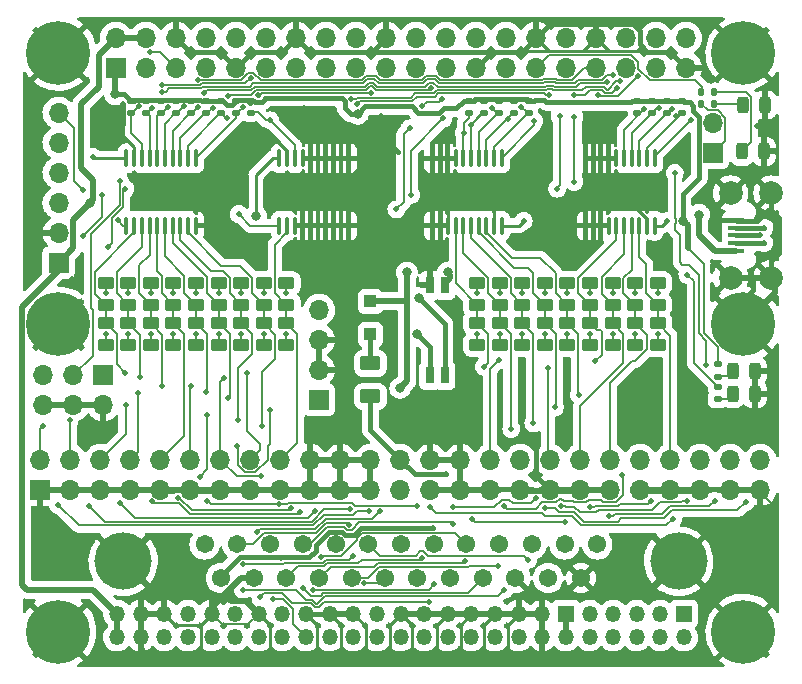
<source format=gtl>
G04 #@! TF.GenerationSoftware,KiCad,Pcbnew,(6.0.4)*
G04 #@! TF.CreationDate,2022-08-06T16:26:02-05:00*
G04 #@! TF.ProjectId,rascsi_2p7,72617363-7369-45f3-9270-372e6b696361,rev?*
G04 #@! TF.SameCoordinates,Original*
G04 #@! TF.FileFunction,Copper,L1,Top*
G04 #@! TF.FilePolarity,Positive*
%FSLAX46Y46*%
G04 Gerber Fmt 4.6, Leading zero omitted, Abs format (unit mm)*
G04 Created by KiCad (PCBNEW (6.0.4)) date 2022-08-06 16:26:02*
%MOMM*%
%LPD*%
G01*
G04 APERTURE LIST*
G04 Aperture macros list*
%AMRoundRect*
0 Rectangle with rounded corners*
0 $1 Rounding radius*
0 $2 $3 $4 $5 $6 $7 $8 $9 X,Y pos of 4 corners*
0 Add a 4 corners polygon primitive as box body*
4,1,4,$2,$3,$4,$5,$6,$7,$8,$9,$2,$3,0*
0 Add four circle primitives for the rounded corners*
1,1,$1+$1,$2,$3*
1,1,$1+$1,$4,$5*
1,1,$1+$1,$6,$7*
1,1,$1+$1,$8,$9*
0 Add four rect primitives between the rounded corners*
20,1,$1+$1,$2,$3,$4,$5,0*
20,1,$1+$1,$4,$5,$6,$7,0*
20,1,$1+$1,$6,$7,$8,$9,0*
20,1,$1+$1,$8,$9,$2,$3,0*%
G04 Aperture macros list end*
G04 #@! TA.AperFunction,SMDPad,CuDef*
%ADD10RoundRect,0.243750X0.243750X0.456250X-0.243750X0.456250X-0.243750X-0.456250X0.243750X-0.456250X0*%
G04 #@! TD*
G04 #@! TA.AperFunction,ComponentPad*
%ADD11C,0.800000*%
G04 #@! TD*
G04 #@! TA.AperFunction,ComponentPad*
%ADD12C,5.400000*%
G04 #@! TD*
G04 #@! TA.AperFunction,ComponentPad*
%ADD13R,1.700000X1.700000*%
G04 #@! TD*
G04 #@! TA.AperFunction,ComponentPad*
%ADD14O,1.700000X1.700000*%
G04 #@! TD*
G04 #@! TA.AperFunction,SMDPad,CuDef*
%ADD15RoundRect,0.250000X-0.450000X0.262500X-0.450000X-0.262500X0.450000X-0.262500X0.450000X0.262500X0*%
G04 #@! TD*
G04 #@! TA.AperFunction,SMDPad,CuDef*
%ADD16RoundRect,0.250000X-0.625000X0.375000X-0.625000X-0.375000X0.625000X-0.375000X0.625000X0.375000X0*%
G04 #@! TD*
G04 #@! TA.AperFunction,SMDPad,CuDef*
%ADD17RoundRect,0.100000X0.100000X-0.637500X0.100000X0.637500X-0.100000X0.637500X-0.100000X-0.637500X0*%
G04 #@! TD*
G04 #@! TA.AperFunction,SMDPad,CuDef*
%ADD18RoundRect,0.100000X-0.100000X0.637500X-0.100000X-0.637500X0.100000X-0.637500X0.100000X0.637500X0*%
G04 #@! TD*
G04 #@! TA.AperFunction,SMDPad,CuDef*
%ADD19RoundRect,0.135000X-0.135000X-0.185000X0.135000X-0.185000X0.135000X0.185000X-0.135000X0.185000X0*%
G04 #@! TD*
G04 #@! TA.AperFunction,SMDPad,CuDef*
%ADD20RoundRect,0.135000X-0.185000X0.135000X-0.185000X-0.135000X0.185000X-0.135000X0.185000X0.135000X0*%
G04 #@! TD*
G04 #@! TA.AperFunction,SMDPad,CuDef*
%ADD21RoundRect,0.250000X0.450000X-0.262500X0.450000X0.262500X-0.450000X0.262500X-0.450000X-0.262500X0*%
G04 #@! TD*
G04 #@! TA.AperFunction,SMDPad,CuDef*
%ADD22R,0.750000X1.425000*%
G04 #@! TD*
G04 #@! TA.AperFunction,SMDPad,CuDef*
%ADD23R,1.100000X1.100000*%
G04 #@! TD*
G04 #@! TA.AperFunction,SMDPad,CuDef*
%ADD24R,1.400000X0.400000*%
G04 #@! TD*
G04 #@! TA.AperFunction,ComponentPad*
%ADD25C,2.000000*%
G04 #@! TD*
G04 #@! TA.AperFunction,ComponentPad*
%ADD26R,1.350000X1.350000*%
G04 #@! TD*
G04 #@! TA.AperFunction,ComponentPad*
%ADD27O,1.350000X1.350000*%
G04 #@! TD*
G04 #@! TA.AperFunction,ComponentPad*
%ADD28C,1.545000*%
G04 #@! TD*
G04 #@! TA.AperFunction,ComponentPad*
%ADD29C,4.845000*%
G04 #@! TD*
G04 #@! TA.AperFunction,ViaPad*
%ADD30C,0.500000*%
G04 #@! TD*
G04 #@! TA.AperFunction,ViaPad*
%ADD31C,0.800000*%
G04 #@! TD*
G04 #@! TA.AperFunction,Conductor*
%ADD32C,0.500000*%
G04 #@! TD*
G04 #@! TA.AperFunction,Conductor*
%ADD33C,0.400000*%
G04 #@! TD*
G04 #@! TA.AperFunction,Conductor*
%ADD34C,0.250000*%
G04 #@! TD*
G04 #@! TA.AperFunction,Conductor*
%ADD35C,0.200000*%
G04 #@! TD*
G04 #@! TA.AperFunction,Conductor*
%ADD36C,0.150000*%
G04 #@! TD*
G04 APERTURE END LIST*
D10*
X236967000Y-74866500D03*
X235092000Y-74866500D03*
X237841000Y-50419000D03*
X235966000Y-50419000D03*
X237729000Y-54356000D03*
X235854000Y-54356000D03*
D11*
X180025000Y-46000000D03*
X176568109Y-47431891D03*
X178000000Y-43975000D03*
D12*
X178000000Y-46000000D03*
D11*
X178000000Y-48025000D03*
X179431891Y-47431891D03*
X175975000Y-46000000D03*
X179431891Y-44568109D03*
X176568109Y-44568109D03*
X178000000Y-71025000D03*
X175975000Y-69000000D03*
X179431891Y-70431891D03*
X176568109Y-67568109D03*
X179431891Y-67568109D03*
D12*
X178000000Y-69000000D03*
D11*
X180025000Y-69000000D03*
X176568109Y-70431891D03*
X178000000Y-66975000D03*
X179431891Y-93568109D03*
X178000000Y-97025000D03*
X176568109Y-93568109D03*
X175975000Y-95000000D03*
X179431891Y-96431891D03*
X178000000Y-92975000D03*
X176568109Y-96431891D03*
X180025000Y-95000000D03*
D12*
X178000000Y-95000000D03*
D13*
X178010000Y-63780000D03*
D14*
X178010000Y-61240000D03*
X178010000Y-58700000D03*
X178010000Y-56160000D03*
X178010000Y-53620000D03*
X178010000Y-51080000D03*
D11*
X236000000Y-71025000D03*
X234568109Y-70431891D03*
D12*
X236000000Y-69000000D03*
D11*
X238025000Y-69000000D03*
X236000000Y-66975000D03*
X237431891Y-70431891D03*
X237431891Y-67568109D03*
X233975000Y-69000000D03*
X234568109Y-67568109D03*
X236000000Y-92975000D03*
X238025000Y-95000000D03*
X234568109Y-96431891D03*
D12*
X236000000Y-95000000D03*
D11*
X236000000Y-97025000D03*
X234568109Y-93568109D03*
X237431891Y-93568109D03*
X237431891Y-96431891D03*
X233975000Y-95000000D03*
X238025000Y-46000000D03*
X237431891Y-47431891D03*
X236000000Y-43975000D03*
X234568109Y-47431891D03*
D12*
X236000000Y-46000000D03*
D11*
X234568109Y-44568109D03*
X236000000Y-48025000D03*
X237431891Y-44568109D03*
X233975000Y-46000000D03*
D15*
X221090000Y-65487500D03*
X221090000Y-67312500D03*
D16*
X204420000Y-72290000D03*
X204420000Y-75090000D03*
D17*
X196719000Y-60647500D03*
X197369000Y-60647500D03*
X198019000Y-60647500D03*
X198669000Y-60647500D03*
X199319000Y-60647500D03*
X199969000Y-60647500D03*
X200619000Y-60647500D03*
X201269000Y-60647500D03*
X201919000Y-60647500D03*
X202569000Y-60647500D03*
X202569000Y-54922500D03*
X201919000Y-54922500D03*
X201269000Y-54922500D03*
X200619000Y-54922500D03*
X199969000Y-54922500D03*
X199319000Y-54922500D03*
X198669000Y-54922500D03*
X198019000Y-54922500D03*
X197369000Y-54922500D03*
X196719000Y-54922500D03*
D18*
X215523000Y-54922500D03*
X214873000Y-54922500D03*
X214223000Y-54922500D03*
X213573000Y-54922500D03*
X212923000Y-54922500D03*
X212273000Y-54922500D03*
X211623000Y-54922500D03*
X210973000Y-54922500D03*
X210323000Y-54922500D03*
X209673000Y-54922500D03*
X209673000Y-60647500D03*
X210323000Y-60647500D03*
X210973000Y-60647500D03*
X211623000Y-60647500D03*
X212273000Y-60647500D03*
X212923000Y-60647500D03*
X213573000Y-60647500D03*
X214223000Y-60647500D03*
X214873000Y-60647500D03*
X215523000Y-60647500D03*
D19*
X232448500Y-49339500D03*
X233468500Y-49339500D03*
D20*
X233807000Y-74293000D03*
X233807000Y-75313000D03*
X227012500Y-50059000D03*
X227012500Y-51079000D03*
X228282500Y-50059000D03*
X228282500Y-51079000D03*
X229552500Y-50059000D03*
X229552500Y-51079000D03*
X212725000Y-50059000D03*
X212725000Y-51079000D03*
X215265000Y-50059000D03*
X215265000Y-51079000D03*
X216535000Y-50059000D03*
X216535000Y-51079000D03*
X217805000Y-50059000D03*
X217805000Y-51079000D03*
X185420000Y-50059000D03*
X185420000Y-51079000D03*
X186690000Y-50059000D03*
X186690000Y-51079000D03*
X190500000Y-50059000D03*
X190500000Y-51079000D03*
X191770000Y-50059000D03*
X191770000Y-51079000D03*
X193040000Y-50059000D03*
X193040000Y-51079000D03*
X194310000Y-50059000D03*
X194310000Y-51079000D03*
D15*
X223002500Y-65487500D03*
X223002500Y-67312500D03*
X224915000Y-65487500D03*
X224915000Y-67312500D03*
X226827500Y-65487500D03*
X226827500Y-67312500D03*
X228740000Y-65487500D03*
X228740000Y-67312500D03*
X213440000Y-65487500D03*
X213440000Y-67312500D03*
X215352500Y-65487500D03*
X215352500Y-67312500D03*
X217265000Y-65487500D03*
X217265000Y-67312500D03*
X219177500Y-65487500D03*
X219177500Y-67312500D03*
X185825000Y-65487500D03*
X185825000Y-67312500D03*
X187737500Y-65487500D03*
X187737500Y-67312500D03*
X189650000Y-65487500D03*
X189650000Y-67312500D03*
X191562500Y-65487500D03*
X191562500Y-67312500D03*
X193475000Y-65487500D03*
X193475000Y-67312500D03*
X195387500Y-65487500D03*
X195387500Y-67312500D03*
X197300000Y-65487500D03*
X197300000Y-67312500D03*
D21*
X223002500Y-70712500D03*
X223002500Y-68887500D03*
X224915000Y-70712500D03*
X224915000Y-68887500D03*
X226827500Y-70712500D03*
X226827500Y-68887500D03*
X228740000Y-70712500D03*
X228740000Y-68887500D03*
X213440000Y-70712500D03*
X213440000Y-68887500D03*
X215352500Y-70712500D03*
X215352500Y-68887500D03*
X217265000Y-70712500D03*
X217265000Y-68887500D03*
X219177500Y-70712500D03*
X219177500Y-68887500D03*
X221090000Y-70712500D03*
X221090000Y-68887500D03*
X182000000Y-70712500D03*
X182000000Y-68887500D03*
X183912500Y-70712500D03*
X183912500Y-68887500D03*
X185825000Y-70712500D03*
X185825000Y-68887500D03*
X187737500Y-70712500D03*
X187737500Y-68887500D03*
X189650000Y-70712500D03*
X189650000Y-68887500D03*
X191562500Y-70712500D03*
X191562500Y-68887500D03*
X193475000Y-70712500D03*
X193475000Y-68887500D03*
X195387500Y-70712500D03*
X195387500Y-68887500D03*
X197300000Y-70712500D03*
X197300000Y-68887500D03*
D20*
X189230000Y-50059000D03*
X189230000Y-51079000D03*
X184150000Y-50059000D03*
X184150000Y-51079000D03*
X187960000Y-50059000D03*
X187960000Y-51079000D03*
D15*
X182000000Y-65487500D03*
X182000000Y-67312500D03*
X183912500Y-65487500D03*
X183912500Y-67312500D03*
D18*
X228477000Y-54922500D03*
X227827000Y-54922500D03*
X227177000Y-54922500D03*
X226527000Y-54922500D03*
X225877000Y-54922500D03*
X225227000Y-54922500D03*
X224577000Y-54922500D03*
X223927000Y-54922500D03*
X223277000Y-54922500D03*
X222627000Y-54922500D03*
X222627000Y-60647500D03*
X223277000Y-60647500D03*
X223927000Y-60647500D03*
X224577000Y-60647500D03*
X225227000Y-60647500D03*
X225877000Y-60647500D03*
X226527000Y-60647500D03*
X227177000Y-60647500D03*
X227827000Y-60647500D03*
X228477000Y-60647500D03*
D20*
X233807000Y-72388000D03*
X233807000Y-73408000D03*
D22*
X210715000Y-65687500D03*
X209445000Y-65687500D03*
X209445000Y-73311500D03*
X210715000Y-73311500D03*
D23*
X204420000Y-69847500D03*
X204420000Y-67047500D03*
D17*
X183765000Y-60647500D03*
X184415000Y-60647500D03*
X185065000Y-60647500D03*
X185715000Y-60647500D03*
X186365000Y-60647500D03*
X187015000Y-60647500D03*
X187665000Y-60647500D03*
X188315000Y-60647500D03*
X188965000Y-60647500D03*
X189615000Y-60647500D03*
X189615000Y-54922500D03*
X188965000Y-54922500D03*
X188315000Y-54922500D03*
X187665000Y-54922500D03*
X187015000Y-54922500D03*
X186365000Y-54922500D03*
X185715000Y-54922500D03*
X185065000Y-54922500D03*
X184415000Y-54922500D03*
X183765000Y-54922500D03*
D10*
X236967000Y-72961500D03*
X235092000Y-72961500D03*
D19*
X232448500Y-50355500D03*
X233468500Y-50355500D03*
D24*
X235405000Y-62760000D03*
X235405000Y-62110000D03*
X235405000Y-61460000D03*
X235405000Y-60810000D03*
X235405000Y-60160000D03*
D25*
X238355000Y-65035000D03*
X238355000Y-57885000D03*
X234905000Y-57885000D03*
X234905000Y-65035000D03*
D13*
X176466500Y-82994500D03*
D14*
X176466500Y-80454500D03*
X179006500Y-82994500D03*
X179006500Y-80454500D03*
X181546500Y-82994500D03*
X181546500Y-80454500D03*
X184086500Y-82994500D03*
X184086500Y-80454500D03*
X186626500Y-82994500D03*
X186626500Y-80454500D03*
X189166500Y-82994500D03*
X189166500Y-80454500D03*
X191706500Y-82994500D03*
X191706500Y-80454500D03*
X194246500Y-82994500D03*
X194246500Y-80454500D03*
X196786500Y-82994500D03*
X196786500Y-80454500D03*
X199326500Y-82994500D03*
X199326500Y-80454500D03*
X201866500Y-82994500D03*
X201866500Y-80454500D03*
X204406500Y-82994500D03*
X204406500Y-80454500D03*
X206946500Y-82994500D03*
X206946500Y-80454500D03*
X209486500Y-82994500D03*
X209486500Y-80454500D03*
X212026500Y-82994500D03*
X212026500Y-80454500D03*
X214566500Y-82994500D03*
X214566500Y-80454500D03*
X217106500Y-82994500D03*
X217106500Y-80454500D03*
X219646500Y-82994500D03*
X219646500Y-80454500D03*
X222186500Y-82994500D03*
X222186500Y-80454500D03*
X224726500Y-82994500D03*
X224726500Y-80454500D03*
X227266500Y-82994500D03*
X227266500Y-80454500D03*
X229806500Y-82994500D03*
X229806500Y-80454500D03*
X232346500Y-82994500D03*
X232346500Y-80454500D03*
X234886500Y-82994500D03*
X234886500Y-80454500D03*
X237426500Y-82994500D03*
X237426500Y-80454500D03*
D26*
X230972000Y-93488000D03*
D27*
X230972000Y-95488000D03*
X228972000Y-93488000D03*
X228972000Y-95488000D03*
X226972000Y-93488000D03*
X226972000Y-95488000D03*
X224972000Y-93488000D03*
X224972000Y-95488000D03*
X222972000Y-93488000D03*
X222972000Y-95488000D03*
D26*
X220972000Y-93488000D03*
D27*
X220972000Y-95488000D03*
X218972000Y-93488000D03*
X218972000Y-95488000D03*
X216972000Y-93488000D03*
X216972000Y-95488000D03*
X214972000Y-93488000D03*
X214972000Y-95488000D03*
X212972000Y-93488000D03*
X212972000Y-95488000D03*
X210972000Y-93488000D03*
X210972000Y-95488000D03*
X208972000Y-93488000D03*
X208972000Y-95488000D03*
X206972000Y-93488000D03*
X206972000Y-95488000D03*
X204972000Y-93488000D03*
X204972000Y-95488000D03*
X202972000Y-93488000D03*
X202972000Y-95488000D03*
X200972000Y-93488000D03*
X200972000Y-95488000D03*
X198972000Y-93488000D03*
X198972000Y-95488000D03*
X196972000Y-93488000D03*
X196972000Y-95488000D03*
X194972000Y-93488000D03*
X194972000Y-95488000D03*
X192972000Y-93488000D03*
X192972000Y-95488000D03*
X190972000Y-93488000D03*
X190972000Y-95488000D03*
X188972000Y-93488000D03*
X188972000Y-95488000D03*
X186972000Y-93488000D03*
X186972000Y-95488000D03*
X184972000Y-93488000D03*
X184972000Y-95488000D03*
X182972000Y-93488000D03*
X182972000Y-95488000D03*
D20*
X230822500Y-50059000D03*
X230822500Y-51079000D03*
X213995000Y-50059000D03*
X213995000Y-51079000D03*
D13*
X181810000Y-73300000D03*
D14*
X181810000Y-75840000D03*
X179270000Y-73300000D03*
X179270000Y-75840000D03*
X176730000Y-73300000D03*
X176730000Y-75840000D03*
D13*
X200070000Y-75380000D03*
D14*
X200070000Y-72840000D03*
X200070000Y-70300000D03*
X200070000Y-67760000D03*
D13*
X182870000Y-47270000D03*
D14*
X182870000Y-44730000D03*
X185410000Y-47270000D03*
X185410000Y-44730000D03*
X187950000Y-47270000D03*
X187950000Y-44730000D03*
X190490000Y-47270000D03*
X190490000Y-44730000D03*
X193030000Y-47270000D03*
X193030000Y-44730000D03*
X195570000Y-47270000D03*
X195570000Y-44730000D03*
X198110000Y-47270000D03*
X198110000Y-44730000D03*
X200650000Y-47270000D03*
X200650000Y-44730000D03*
X203190000Y-47270000D03*
X203190000Y-44730000D03*
X205730000Y-47270000D03*
X205730000Y-44730000D03*
X208270000Y-47270000D03*
X208270000Y-44730000D03*
X210810000Y-47270000D03*
X210810000Y-44730000D03*
X213350000Y-47270000D03*
X213350000Y-44730000D03*
X215890000Y-47270000D03*
X215890000Y-44730000D03*
X218430000Y-47270000D03*
X218430000Y-44730000D03*
X220970000Y-47270000D03*
X220970000Y-44730000D03*
X223510000Y-47270000D03*
X223510000Y-44730000D03*
X226050000Y-47270000D03*
X226050000Y-44730000D03*
X228590000Y-47270000D03*
X228590000Y-44730000D03*
X231130000Y-47270000D03*
X231130000Y-44730000D03*
D28*
X223621600Y-87630000D03*
X220851600Y-87630000D03*
X218081600Y-87630000D03*
X215311600Y-87630000D03*
X212541600Y-87630000D03*
X209771600Y-87630000D03*
X207001600Y-87630000D03*
X204231600Y-87630000D03*
X201461600Y-87630000D03*
X198691600Y-87630000D03*
X195921600Y-87630000D03*
X193151600Y-87630000D03*
X190381600Y-87630000D03*
X222236600Y-90470000D03*
X219466600Y-90470000D03*
X216696600Y-90470000D03*
X213926600Y-90470000D03*
X211156600Y-90470000D03*
X208386600Y-90470000D03*
X205616600Y-90470000D03*
X202846600Y-90470000D03*
X200076600Y-90470000D03*
X197306600Y-90470000D03*
X194536600Y-90470000D03*
X191766600Y-90470000D03*
D29*
X230521600Y-89050000D03*
X183481600Y-89050000D03*
D13*
X233426000Y-54483000D03*
D14*
X233426000Y-51943000D03*
D30*
X233577000Y-60183000D03*
X195190000Y-52420000D03*
X192930000Y-62340000D03*
X225710000Y-78760000D03*
X200220000Y-53010000D03*
X205330000Y-51330000D03*
X219530000Y-54800000D03*
X197260000Y-51720000D03*
X217359259Y-75148500D03*
D31*
X220950000Y-78440000D03*
D30*
X230590000Y-68010000D03*
X217420000Y-54580000D03*
X198740000Y-63510000D03*
X237110000Y-52200000D03*
X228670000Y-78540000D03*
X179163500Y-65147757D03*
X206743500Y-54370001D03*
X205750000Y-63250000D03*
X195090000Y-63820000D03*
X220230000Y-62240000D03*
X223606000Y-57420000D03*
X224110000Y-52600000D03*
X222470000Y-62540000D03*
X217932000Y-78803500D03*
D31*
X233230000Y-48250000D03*
D30*
X229040000Y-62620000D03*
X198790000Y-50640000D03*
X192190000Y-54830000D03*
X206240000Y-72310000D03*
X183443314Y-50335989D03*
D31*
X182816500Y-49530000D03*
X230873001Y-60220000D03*
X203349676Y-51176921D03*
D30*
X180901023Y-54828977D03*
X229570000Y-60220000D03*
D31*
X194730000Y-59840000D03*
D30*
X217390000Y-60220000D03*
D31*
X210980000Y-64580000D03*
D30*
X231250000Y-64780000D03*
D31*
X232242000Y-59706000D03*
X206930000Y-74370000D03*
X207510000Y-64580000D03*
X180680000Y-58690000D03*
D30*
X189970000Y-81900000D03*
X224619308Y-85214713D03*
X233550000Y-83950000D03*
X190590000Y-76680000D03*
X220021021Y-76030011D03*
X216355477Y-77858000D03*
X223017950Y-84430159D03*
X228193502Y-83950000D03*
X211387010Y-84484832D03*
X218467635Y-83701010D03*
X199594338Y-91513449D03*
X214030000Y-72570000D03*
X209788434Y-91015548D03*
X219440000Y-72690000D03*
X195109837Y-92047077D03*
X230028947Y-85465648D03*
X209435886Y-84452762D03*
X209382000Y-92462031D03*
X215740000Y-84360000D03*
X225702655Y-81777345D03*
X215732000Y-91456000D03*
X193634000Y-91456000D03*
X200238000Y-88662000D03*
X220930000Y-85750000D03*
X213012489Y-85489064D03*
X223470000Y-72090000D03*
X198690326Y-91301086D03*
X215340000Y-72020000D03*
X194844714Y-86558047D03*
X205218510Y-84796010D03*
X203913077Y-90911020D03*
X176730000Y-77580000D03*
X195260000Y-77580000D03*
X177980000Y-84280000D03*
X204320000Y-84796010D03*
X217764000Y-88916000D03*
X193230000Y-77103500D03*
X178944361Y-77103500D03*
X215224000Y-89424000D03*
X202721033Y-84656657D03*
X180570000Y-84330000D03*
X212430000Y-89056511D03*
X183202424Y-84102989D03*
X183690000Y-75780000D03*
X199719686Y-84757742D03*
X192380000Y-75190000D03*
X184730000Y-74780000D03*
X190520000Y-74710000D03*
X211443766Y-85876963D03*
X185893529Y-83978968D03*
X198480000Y-84852000D03*
X197698000Y-84550000D03*
X208808688Y-88748588D03*
X188130504Y-83651957D03*
X208366000Y-84344000D03*
X186800000Y-74170000D03*
X196710000Y-84234946D03*
X190608551Y-83908553D03*
X189250000Y-74180000D03*
X202631070Y-85937679D03*
X184880000Y-73440000D03*
X195173502Y-81827449D03*
X192012520Y-73545468D03*
X202952442Y-88582442D03*
X193631263Y-89293836D03*
X193970000Y-73070000D03*
X183670000Y-73100000D03*
X222082000Y-74946000D03*
X195886769Y-76278251D03*
X219236247Y-84548511D03*
X236200000Y-84020000D03*
X193160000Y-79250000D03*
X231254940Y-83921502D03*
X220571042Y-84385360D03*
X218213022Y-77381500D03*
X196174000Y-92218000D03*
X210810000Y-81680000D03*
X209679033Y-86203489D03*
X196886051Y-88747053D03*
X184798618Y-50545999D03*
X186806010Y-48683990D03*
X194271557Y-48167758D03*
X185928000Y-50673000D03*
X186737007Y-49307193D03*
X224985361Y-47880000D03*
X187261500Y-50609500D03*
X188595000Y-50546000D03*
X189801500Y-50609500D03*
X189779021Y-48270023D03*
X190295637Y-49411485D03*
X224463077Y-48513124D03*
X191071500Y-50673000D03*
X209542501Y-48977204D03*
X192255000Y-51495760D03*
X192397746Y-49656063D03*
X204460000Y-49371531D03*
X193670000Y-50562173D03*
X194939652Y-49605043D03*
X195910000Y-51720000D03*
X212320000Y-52780000D03*
X227047721Y-47984220D03*
X223717751Y-49605263D03*
X212930000Y-52100000D03*
X214693500Y-50673000D03*
X216104492Y-51563351D03*
X219575797Y-49570715D03*
X203254914Y-50358898D03*
X217190000Y-50580000D03*
X227587496Y-50796504D03*
X228854000Y-50673000D03*
X229977207Y-50780562D03*
X230264293Y-51337990D03*
X202814160Y-49912387D03*
X225540387Y-48386177D03*
X185750000Y-45950000D03*
X224915000Y-69810000D03*
X187737500Y-69810000D03*
X221090000Y-69810000D03*
X195387500Y-69810000D03*
X223002500Y-69810000D03*
X213440000Y-69810000D03*
X215352500Y-69810000D03*
X183912500Y-69810000D03*
X219177500Y-69810000D03*
X193475000Y-69810000D03*
X191562500Y-69810000D03*
D31*
X208380000Y-69810000D03*
D30*
X185825000Y-69810000D03*
X189650000Y-69810000D03*
X197300000Y-69810000D03*
X182000000Y-69810000D03*
X226827500Y-69810000D03*
X228740000Y-69810000D03*
X217265000Y-69810000D03*
D31*
X208500000Y-66770000D03*
D30*
X185825000Y-66360000D03*
X189650000Y-66360000D03*
X193475000Y-66360000D03*
X195387500Y-66360000D03*
X182000000Y-66360000D03*
X191562500Y-66360000D03*
X219177500Y-66360000D03*
X228740000Y-66360000D03*
X213440000Y-66360000D03*
X197300000Y-66360000D03*
X224915000Y-66360000D03*
X215352500Y-66360000D03*
X221090000Y-66360000D03*
X183912500Y-66360000D03*
X217265000Y-66360000D03*
X187737500Y-66360000D03*
X223002500Y-66360000D03*
X226827500Y-66360000D03*
X231540000Y-51680000D03*
X225277665Y-48996684D03*
X221680000Y-49605064D03*
X218293367Y-51747866D03*
X210450000Y-49898500D03*
X183011500Y-60164209D03*
X206620000Y-59260000D03*
X208824411Y-50488011D03*
X207730000Y-52400000D03*
X193270000Y-59660000D03*
X183200000Y-56860000D03*
X221690000Y-51460000D03*
X221690000Y-56920000D03*
X220430000Y-51320000D03*
X183676500Y-57523228D03*
X182170000Y-62460000D03*
X220230000Y-57500000D03*
X180050000Y-57590000D03*
X207870000Y-58010000D03*
X181690000Y-58010000D03*
X180110000Y-61520000D03*
X210600000Y-51560000D03*
X237777990Y-60820000D03*
X237401287Y-61446949D03*
X237777990Y-62120000D03*
X232870000Y-72400000D03*
X230183368Y-56193368D03*
D32*
X218780000Y-97298000D02*
X218972000Y-97106000D01*
D33*
X235479521Y-60234521D02*
X237175479Y-60234521D01*
D34*
X212044999Y-97175001D02*
X211922000Y-97298000D01*
D33*
X218469499Y-79340999D02*
X217932000Y-78803500D01*
D35*
X190972000Y-93488000D02*
X191874001Y-94390001D01*
D33*
X200220000Y-53010000D02*
X200290000Y-53080000D01*
D34*
X223510000Y-44730000D02*
X222407999Y-45832001D01*
X190972000Y-93488000D02*
X190044999Y-94415001D01*
D32*
X236823000Y-65043000D02*
X234878000Y-65043000D01*
D33*
X238355000Y-65035000D02*
X238355000Y-63620787D01*
D32*
X199730000Y-97298000D02*
X201762000Y-97298000D01*
D34*
X210044999Y-94415001D02*
X210044999Y-97198999D01*
D35*
X194069999Y-94390001D02*
X194972000Y-93488000D01*
D32*
X210144000Y-97298000D02*
X211922000Y-97298000D01*
D33*
X238355000Y-59299213D02*
X238355000Y-57885000D01*
D34*
X200972000Y-93488000D02*
X201899001Y-94415001D01*
X195899001Y-94415001D02*
X195899001Y-97064999D01*
D33*
X239047001Y-62928786D02*
X239047001Y-59991214D01*
D32*
X229702000Y-83074000D02*
X227162000Y-83074000D01*
X189062000Y-83074000D02*
X191602000Y-83074000D01*
D33*
X238110787Y-59299213D02*
X238355000Y-59299213D01*
D32*
X193444121Y-90470000D02*
X192030061Y-91884061D01*
D33*
X219646500Y-82994500D02*
X218469499Y-81817499D01*
D34*
X204044999Y-97047001D02*
X203794000Y-97298000D01*
D33*
X199287001Y-45907001D02*
X217252999Y-45907001D01*
D32*
X219542000Y-83074000D02*
X222082000Y-83074000D01*
D33*
X239047001Y-59991214D02*
X238355000Y-59299213D01*
D34*
X216972000Y-93488000D02*
X216044999Y-94415001D01*
X227827000Y-60062876D02*
X225184124Y-57420000D01*
D33*
X202274000Y-53060000D02*
X201549000Y-53060000D01*
D34*
X214787999Y-45832001D02*
X229692001Y-45832001D01*
X214370000Y-58440000D02*
X214873000Y-58943000D01*
X201899001Y-97160999D02*
X201762000Y-97298000D01*
X214972000Y-93488000D02*
X214044999Y-94415001D01*
X212972000Y-93488000D02*
X212044999Y-94415001D01*
X229692001Y-45832001D02*
X230280001Y-46420001D01*
D32*
X238328000Y-65043000D02*
X236823000Y-65043000D01*
D33*
X227839041Y-45907001D02*
X227227001Y-45294961D01*
D34*
X212044999Y-94415001D02*
X212044999Y-97175001D01*
D33*
X183443314Y-50335989D02*
X183443314Y-52066686D01*
X229767001Y-45907001D02*
X227839041Y-45907001D01*
X236823000Y-66097000D02*
X236823000Y-65043000D01*
D34*
X230280001Y-46420001D02*
X231130000Y-47270000D01*
D32*
X203794000Y-97298000D02*
X206334000Y-97298000D01*
D34*
X206044999Y-97008999D02*
X206334000Y-97298000D01*
X211610000Y-58440000D02*
X214370000Y-58440000D01*
D32*
X187780499Y-83074000D02*
X187829543Y-83024956D01*
D34*
X223510000Y-44730000D02*
X224612001Y-45832001D01*
X186972000Y-93488000D02*
X187899001Y-94415001D01*
X183443314Y-53043314D02*
X183443314Y-52066686D01*
D33*
X233600000Y-60160000D02*
X233577000Y-60183000D01*
D34*
X218430000Y-44730000D02*
X219532001Y-45832001D01*
D33*
X236000000Y-66920000D02*
X236823000Y-66097000D01*
D34*
X206972000Y-93488000D02*
X207899001Y-94415001D01*
X213350000Y-47270000D02*
X214787999Y-45832001D01*
X199899001Y-97128999D02*
X199730000Y-97298000D01*
X198972000Y-93488000D02*
X199899001Y-94415001D01*
D33*
X196932999Y-45907001D02*
X198110000Y-44730000D01*
X226614961Y-43552999D02*
X219607001Y-43552999D01*
D36*
X237110000Y-52200000D02*
X237510000Y-51800000D01*
D32*
X238699999Y-66300001D02*
X238699999Y-65414999D01*
X192030061Y-91884061D02*
X190972000Y-92942121D01*
D33*
X194392999Y-45907001D02*
X196932999Y-45907001D01*
D34*
X190044999Y-94415001D02*
X190044999Y-97264999D01*
X202972000Y-93488000D02*
X204044999Y-94560999D01*
D33*
X204552999Y-45907001D02*
X205730000Y-44730000D01*
D32*
X185760000Y-97298000D02*
X190078000Y-97298000D01*
D34*
X225184124Y-57420000D02*
X223606000Y-57420000D01*
D33*
X198972000Y-93488000D02*
X200972000Y-93488000D01*
X193030000Y-47270000D02*
X194392999Y-45907001D01*
D36*
X237610000Y-51800000D02*
X237841000Y-51569000D01*
D32*
X201762000Y-97298000D02*
X203794000Y-97298000D01*
X193919999Y-92435999D02*
X192581999Y-92435999D01*
D33*
X227227001Y-45294961D02*
X227227001Y-44165039D01*
D32*
X207858000Y-97298000D02*
X210144000Y-97298000D01*
D33*
X200290000Y-53080000D02*
X205453499Y-53080000D01*
D32*
X190972000Y-92942121D02*
X190972000Y-93488000D01*
D34*
X210973000Y-60647500D02*
X210973000Y-59077000D01*
X216044999Y-94415001D02*
X216044999Y-97239001D01*
D33*
X235405000Y-60160000D02*
X235479521Y-60234521D01*
D34*
X206972000Y-93488000D02*
X206044999Y-94415001D01*
X194972000Y-93488000D02*
X195899001Y-94415001D01*
D36*
X236000000Y-95000000D02*
X238790001Y-92209999D01*
D34*
X214044999Y-94415001D02*
X214044999Y-96953001D01*
D33*
X189127001Y-45907001D02*
X187950000Y-44730000D01*
X235405000Y-60160000D02*
X233600000Y-60160000D01*
D32*
X213700000Y-97298000D02*
X215986000Y-97298000D01*
D34*
X207899001Y-94415001D02*
X207899001Y-97256999D01*
D32*
X195666000Y-97298000D02*
X199730000Y-97298000D01*
D34*
X195899001Y-97064999D02*
X195666000Y-97298000D01*
D33*
X214712999Y-45907001D02*
X213350000Y-47270000D01*
X198110000Y-44730000D02*
X199287001Y-45907001D01*
D34*
X187899001Y-94415001D02*
X190044999Y-94415001D01*
D32*
X206334000Y-97298000D02*
X207858000Y-97298000D01*
X184972000Y-95488000D02*
X184972000Y-96510000D01*
D34*
X201899001Y-94415001D02*
X201899001Y-97160999D01*
X210044999Y-97198999D02*
X210144000Y-97298000D01*
X206044999Y-94415001D02*
X206044999Y-97008999D01*
D36*
X238790001Y-92209999D02*
X238790001Y-84542001D01*
D34*
X204044999Y-94560999D02*
X204044999Y-97047001D01*
D33*
X237175479Y-60234521D02*
X238110787Y-59299213D01*
D35*
X191874001Y-94390001D02*
X194069999Y-94390001D01*
D33*
X193030000Y-47270000D02*
X191667001Y-45907001D01*
D32*
X190078000Y-97298000D02*
X195666000Y-97298000D01*
D34*
X210973000Y-59077000D02*
X211610000Y-58440000D01*
D33*
X191667001Y-45907001D02*
X189127001Y-45907001D01*
X217252999Y-45907001D02*
X219607001Y-43552999D01*
D32*
X192581999Y-92435999D02*
X192030061Y-91884061D01*
X219542000Y-83074000D02*
X217002000Y-83074000D01*
X232242000Y-83074000D02*
X229702000Y-83074000D01*
D34*
X197369000Y-54337876D02*
X195451124Y-52420000D01*
D32*
X194972000Y-93488000D02*
X193919999Y-92435999D01*
D34*
X195451124Y-52420000D02*
X195190000Y-52420000D01*
D36*
X237510000Y-51800000D02*
X237610000Y-51800000D01*
D34*
X214044999Y-96953001D02*
X213700000Y-97298000D01*
D33*
X227227001Y-44165039D02*
X226614961Y-43552999D01*
D32*
X188431465Y-83024956D02*
X188480509Y-83074000D01*
X184972000Y-96510000D02*
X185760000Y-97298000D01*
X211922000Y-97298000D02*
X213700000Y-97298000D01*
X215986000Y-97298000D02*
X218780000Y-97298000D01*
D34*
X184415000Y-54015000D02*
X183443314Y-53043314D01*
X216044999Y-97239001D02*
X215986000Y-97298000D01*
D32*
X187829543Y-83024956D02*
X188431465Y-83024956D01*
D34*
X214873000Y-58943000D02*
X214873000Y-60647500D01*
X207899001Y-97256999D02*
X207858000Y-97298000D01*
D36*
X238790001Y-84542001D02*
X237322000Y-83074000D01*
X237841000Y-51569000D02*
X237841000Y-50419000D01*
D32*
X236000000Y-69000000D02*
X238699999Y-66300001D01*
D33*
X231130000Y-47270000D02*
X229767001Y-45907001D01*
X236427000Y-65043000D02*
X234878000Y-65043000D01*
X218469499Y-81817499D02*
X218469499Y-79340999D01*
D34*
X210972000Y-93488000D02*
X210044999Y-94415001D01*
D32*
X194536600Y-90470000D02*
X193444121Y-90470000D01*
D33*
X205453499Y-53080000D02*
X206743500Y-54370001D01*
D34*
X190044999Y-97264999D02*
X190078000Y-97298000D01*
D33*
X238355000Y-63620787D02*
X239047001Y-62928786D01*
D32*
X188480509Y-83074000D02*
X189062000Y-83074000D01*
X186522000Y-83074000D02*
X187780499Y-83074000D01*
X218972000Y-97106000D02*
X218972000Y-95488000D01*
D34*
X199899001Y-94415001D02*
X199899001Y-97128999D01*
X184415000Y-54922500D02*
X184415000Y-54015000D01*
D33*
X194310000Y-50084000D02*
X194564647Y-50084000D01*
X230873001Y-57996999D02*
X230873001Y-60220000D01*
X210651211Y-50700000D02*
X210261465Y-51089746D01*
X230943500Y-50180000D02*
X231480000Y-50180000D01*
X195216613Y-50182044D02*
X195516653Y-49882004D01*
D34*
X216962500Y-60647500D02*
X217390000Y-60220000D01*
D33*
X184521657Y-49968998D02*
X190014960Y-49968998D01*
X226494235Y-50182265D02*
X226592500Y-50084000D01*
X194245859Y-50223697D02*
X194007333Y-49985171D01*
D36*
X232626511Y-63869511D02*
X231267000Y-62510000D01*
D33*
X207930000Y-50540000D02*
X203986597Y-50540000D01*
X232249489Y-56620511D02*
X230873001Y-57996999D01*
D34*
X183765000Y-54922500D02*
X180994546Y-54922500D01*
X215523000Y-60647500D02*
X216962500Y-60647500D01*
D33*
X190129962Y-50084000D02*
X191770000Y-50084000D01*
X203986597Y-50540000D02*
X203349676Y-51176921D01*
X212725000Y-50084000D02*
X212305000Y-50084000D01*
X202783991Y-51176921D02*
X203349676Y-51176921D01*
X194662691Y-50182044D02*
X195216613Y-50182044D01*
D34*
X180994546Y-54922500D02*
X180901023Y-54828977D01*
D32*
X182816500Y-49530000D02*
X182816500Y-47358300D01*
D33*
X193138829Y-49985171D02*
X193040000Y-50084000D01*
X218225000Y-50084000D02*
X218355299Y-49953701D01*
X194007333Y-49985171D02*
X193138829Y-49985171D01*
X183596000Y-49530000D02*
X184150000Y-50084000D01*
X231480000Y-50180000D02*
X231770000Y-50470000D01*
X182816500Y-49530000D02*
X183596000Y-49530000D01*
X195516653Y-49882004D02*
X195516653Y-49832052D01*
X202266338Y-50659268D02*
X202783991Y-51176921D01*
X208955192Y-51064684D02*
X208454684Y-51064684D01*
X211689000Y-50700000D02*
X210651211Y-50700000D01*
X192312206Y-50418168D02*
X192705832Y-50418168D01*
D34*
X194730000Y-56330000D02*
X194730000Y-59840000D01*
D33*
X208454684Y-51064684D02*
X207930000Y-50540000D01*
X213145000Y-50084000D02*
X213306002Y-49922998D01*
X184150000Y-50084000D02*
X184406655Y-50084000D01*
X231770000Y-50940000D02*
X232249489Y-51419489D01*
X232249489Y-51419489D02*
X232249489Y-56620511D01*
D36*
X233807000Y-70910357D02*
X232626511Y-69729868D01*
D33*
X202004807Y-49832052D02*
X202266338Y-50093583D01*
X212305000Y-50084000D02*
X211689000Y-50700000D01*
X191863037Y-49968999D02*
X192312206Y-50418168D01*
X212725000Y-50084000D02*
X213145000Y-50084000D01*
X226592500Y-50084000D02*
X227012500Y-50084000D01*
X192705832Y-50418168D02*
X193040000Y-50084000D01*
D34*
X229142500Y-60647500D02*
X229570000Y-60220000D01*
D33*
X184406655Y-50084000D02*
X184521657Y-49968998D01*
X230204000Y-50084000D02*
X230822500Y-50084000D01*
X195516653Y-49832052D02*
X202004807Y-49832052D01*
X190014960Y-49968998D02*
X190129962Y-50084000D01*
D34*
X196137500Y-54922500D02*
X194730000Y-56330000D01*
D33*
X219312778Y-50182265D02*
X226494235Y-50182265D01*
X210261465Y-51089746D02*
X208980254Y-51089746D01*
X219084214Y-49953701D02*
X219312778Y-50182265D01*
D32*
X231267000Y-62510000D02*
X231267000Y-60613999D01*
D33*
X227012500Y-50084000D02*
X229552500Y-50084000D01*
X208980254Y-51089746D02*
X208955192Y-51064684D01*
X230204000Y-50084000D02*
X230800187Y-50084000D01*
X218355299Y-49953701D02*
X219084214Y-49953701D01*
X230822500Y-50059000D02*
X230943500Y-50180000D01*
D34*
X196719000Y-54922500D02*
X196137500Y-54922500D01*
D33*
X231770000Y-50470000D02*
X231770000Y-50940000D01*
D36*
X232626511Y-69729868D02*
X232626511Y-63869511D01*
D33*
X217643998Y-49922998D02*
X217805000Y-50084000D01*
X202266338Y-50093583D02*
X202266338Y-50659268D01*
D32*
X231267000Y-60613999D02*
X230873001Y-60220000D01*
D33*
X217805000Y-50084000D02*
X218225000Y-50084000D01*
X213306002Y-49922998D02*
X217643998Y-49922998D01*
X229552500Y-50084000D02*
X230204000Y-50084000D01*
X194564647Y-50084000D02*
X194662691Y-50182044D01*
D36*
X233807000Y-72388000D02*
X233807000Y-70910357D01*
D34*
X228477000Y-60647500D02*
X229142500Y-60647500D01*
D32*
X211180000Y-65100000D02*
X211180000Y-64780000D01*
X181400699Y-48869301D02*
X179910000Y-50360000D01*
X178010000Y-63780000D02*
X178010000Y-64408000D01*
X179910000Y-50360000D02*
X179910000Y-55780000D01*
X174922999Y-91032999D02*
X175346000Y-91456000D01*
X220972000Y-93488000D02*
X220972000Y-95488000D01*
X204420000Y-67047500D02*
X207527500Y-67047500D01*
D36*
X231780000Y-72266000D02*
X231780000Y-65310000D01*
D32*
X182870000Y-44730000D02*
X181400699Y-46199301D01*
X207520000Y-64590000D02*
X207510000Y-64580000D01*
X207520000Y-68360000D02*
X207520000Y-73780000D01*
X207527500Y-67047500D02*
X207530000Y-67050000D01*
X174922999Y-67495001D02*
X174922999Y-91032999D01*
X178010000Y-63780000D02*
X179236511Y-62553489D01*
X179910000Y-55780000D02*
X180934000Y-56804000D01*
X181400699Y-46199301D02*
X181400699Y-48869301D01*
X233601989Y-62760000D02*
X232242000Y-61400011D01*
X235405000Y-62760000D02*
X233601989Y-62760000D01*
X180934000Y-56804000D02*
X180934000Y-58436000D01*
X207520000Y-73780000D02*
X206930000Y-74370000D01*
D36*
X231780000Y-65310000D02*
X231250000Y-64780000D01*
D32*
X232242000Y-61400011D02*
X232242000Y-59706000D01*
X179236511Y-62553489D02*
X179236511Y-60133489D01*
X179236511Y-60133489D02*
X180680000Y-58690000D01*
X211180000Y-64780000D02*
X210980000Y-64580000D01*
X178010000Y-64408000D02*
X174922999Y-67495001D01*
X180940000Y-91456000D02*
X182972000Y-93488000D01*
X182972000Y-93488000D02*
X182972000Y-95488000D01*
D36*
X233807000Y-74293000D02*
X231780000Y-72266000D01*
D32*
X180934000Y-58436000D02*
X180680000Y-58690000D01*
X207520000Y-68360000D02*
X207520000Y-64590000D01*
X175346000Y-91456000D02*
X180940000Y-91456000D01*
X210715000Y-65565000D02*
X211180000Y-65100000D01*
X182870000Y-44730000D02*
X185410000Y-44730000D01*
D35*
X233101488Y-84398512D02*
X229789026Y-84398512D01*
X219177500Y-67312500D02*
X219177500Y-68887500D01*
X220104020Y-75947012D02*
X220021021Y-76030011D01*
X229789026Y-84398512D02*
X229135004Y-85052534D01*
D36*
X190590000Y-81280000D02*
X190590000Y-76680000D01*
D35*
X216586231Y-64210000D02*
X213573000Y-61196769D01*
X218191520Y-64611520D02*
X217790000Y-64210000D01*
X218191520Y-66326520D02*
X218191520Y-64611520D01*
X219177500Y-67312500D02*
X218191520Y-66326520D01*
X229135004Y-85052534D02*
X225135040Y-85052534D01*
X220104020Y-69814020D02*
X220104020Y-75947012D01*
X219177500Y-68887500D02*
X220104020Y-69814020D01*
D36*
X189970000Y-81900000D02*
X190590000Y-81280000D01*
D35*
X233550000Y-83950000D02*
X233101488Y-84398512D01*
X224972861Y-85214713D02*
X224619308Y-85214713D01*
X225135040Y-85052534D02*
X224972861Y-85214713D01*
X217790000Y-64210000D02*
X216586231Y-64210000D01*
X227934535Y-84208967D02*
X225568458Y-84208967D01*
X216279020Y-69814020D02*
X216279020Y-77781543D01*
X223403150Y-84398512D02*
X223371503Y-84430159D01*
X223371503Y-84430159D02*
X223017950Y-84430159D01*
X216279020Y-77781543D02*
X216355477Y-77858000D01*
X214366520Y-66326520D02*
X214366520Y-65027619D01*
X212273000Y-62934099D02*
X212273000Y-60647500D01*
X215352500Y-68887500D02*
X216279020Y-69814020D01*
X225568458Y-84208967D02*
X225378913Y-84398512D01*
X215352500Y-67312500D02*
X215352500Y-68887500D01*
X225378913Y-84398512D02*
X223403150Y-84398512D01*
X228193502Y-83950000D02*
X227934535Y-84208967D01*
X214366520Y-65027619D02*
X212273000Y-62934099D01*
X215352500Y-67312500D02*
X214366520Y-66326520D01*
X219440000Y-72690000D02*
X219440000Y-80248000D01*
D36*
X209788434Y-91015548D02*
X209347982Y-91456000D01*
X209347982Y-91456000D02*
X199651787Y-91456000D01*
X199651787Y-91456000D02*
X199594338Y-91513449D01*
D35*
X213440000Y-67312500D02*
X213440000Y-68887500D01*
X216485039Y-84151001D02*
X218017644Y-84151001D01*
X211387010Y-84484832D02*
X214909206Y-84484832D01*
X214909206Y-84484832D02*
X215571049Y-83822989D01*
X214366520Y-69814020D02*
X214366520Y-72233480D01*
X215571049Y-83822989D02*
X216157027Y-83822989D01*
X214366520Y-72233480D02*
X214030000Y-72570000D01*
X218017644Y-84151001D02*
X218467635Y-83701010D01*
X216157027Y-83822989D02*
X216485039Y-84151001D01*
X211656511Y-65529011D02*
X211656511Y-60681011D01*
X213440000Y-68887500D02*
X214366520Y-69814020D01*
X213440000Y-67312500D02*
X211656511Y-65529011D01*
X228740000Y-67312500D02*
X227754020Y-66326520D01*
D36*
X196939712Y-91765998D02*
X197784713Y-92610999D01*
X199392961Y-92610999D02*
X199695994Y-92914032D01*
D35*
X227754020Y-63892921D02*
X227177000Y-63315901D01*
D36*
X197784713Y-92610999D02*
X199392961Y-92610999D01*
D35*
X229806500Y-69954000D02*
X229806500Y-80454500D01*
X228740000Y-67312500D02*
X228740000Y-68887500D01*
X209961731Y-84978607D02*
X209435886Y-84452762D01*
X221445335Y-85189373D02*
X219171145Y-85189373D01*
D36*
X195390916Y-91765998D02*
X196939712Y-91765998D01*
D35*
X227177000Y-63315901D02*
X227177000Y-60647500D01*
X227754020Y-66326520D02*
X227754020Y-63892921D01*
D36*
X199695994Y-92914032D02*
X200040783Y-92914031D01*
D35*
X229473573Y-86021022D02*
X222276984Y-86021022D01*
X228740000Y-68887500D02*
X229806500Y-69954000D01*
X230028947Y-85465648D02*
X229473573Y-86021022D01*
D36*
X195109837Y-92047077D02*
X195390916Y-91765998D01*
X200040783Y-92914031D02*
X200492783Y-92462031D01*
X200492783Y-92462031D02*
X209382000Y-92462031D01*
D35*
X219171145Y-85189373D02*
X218960379Y-84978607D01*
X222276984Y-86021022D02*
X221445335Y-85189373D01*
X218960379Y-84978607D02*
X209961731Y-84978607D01*
X226827500Y-67312500D02*
X225841520Y-66326520D01*
X227813480Y-69873480D02*
X227813480Y-71112921D01*
X218440016Y-84609999D02*
X218978514Y-84071501D01*
X226827500Y-67312500D02*
X226827500Y-68887500D01*
X226527000Y-64401599D02*
X226527000Y-60647500D01*
X225803501Y-83474903D02*
X225803501Y-81878191D01*
D36*
X199926041Y-92637021D02*
X200553041Y-92010021D01*
D35*
X225841520Y-66326520D02*
X225841520Y-65087079D01*
X226836401Y-72090000D02*
X226580000Y-72090000D01*
X225206903Y-84071501D02*
X225803501Y-83474903D01*
D36*
X199810735Y-92637021D02*
X199926041Y-92637021D01*
D35*
X215989999Y-84609999D02*
X218440016Y-84609999D01*
X221669539Y-84071501D02*
X222703461Y-84071501D01*
D36*
X193634000Y-91456000D02*
X198081614Y-91456000D01*
D35*
X226580000Y-72090000D02*
X224726500Y-73943500D01*
X225803501Y-81878191D02*
X225702655Y-81777345D01*
X225841520Y-65087079D02*
X226527000Y-64401599D01*
X224726500Y-73943500D02*
X224726500Y-80454500D01*
X224107254Y-84071501D02*
X225206903Y-84071501D01*
D36*
X215177979Y-92010021D02*
X215732000Y-91456000D01*
D35*
X215740000Y-84360000D02*
X215989999Y-84609999D01*
X220582489Y-83736334D02*
X220832626Y-83986471D01*
X222703461Y-84071501D02*
X222897065Y-83877897D01*
X218978514Y-84071501D02*
X220163461Y-84071501D01*
X220498628Y-83736334D02*
X220582489Y-83736334D01*
X220832626Y-83986471D02*
X221584509Y-83986471D01*
X227813480Y-71112921D02*
X226836401Y-72090000D01*
D36*
X198081614Y-91456000D02*
X198959602Y-92333988D01*
X200553041Y-92010021D02*
X215177979Y-92010021D01*
D35*
X220163461Y-84071501D02*
X220498628Y-83736334D01*
X226827500Y-68887500D02*
X227813480Y-69873480D01*
D36*
X199507703Y-92333989D02*
X199810735Y-92637021D01*
D35*
X222897065Y-83877897D02*
X223913650Y-83877897D01*
D36*
X198959602Y-92333988D02*
X199507703Y-92333989D01*
D35*
X221584509Y-83986471D02*
X221669539Y-84071501D01*
X223913650Y-83877897D02*
X224107254Y-84071501D01*
D36*
X203257099Y-87276763D02*
X203257099Y-87117672D01*
X201929361Y-88604501D02*
X203257099Y-87276763D01*
D35*
X213273425Y-85750000D02*
X213012489Y-85489064D01*
X225877000Y-63073000D02*
X225877000Y-60647500D01*
X224915000Y-68887500D02*
X225841520Y-69814020D01*
D36*
X203257099Y-87117672D02*
X203719272Y-86655499D01*
X200238000Y-88662000D02*
X200295499Y-88604501D01*
D35*
X222186500Y-75903500D02*
X222186500Y-80454500D01*
X223988480Y-66385980D02*
X223988480Y-64961520D01*
X225841520Y-69814020D02*
X225841520Y-72248480D01*
X224915000Y-67312500D02*
X223988480Y-66385980D01*
X224915000Y-67312500D02*
X224915000Y-68887500D01*
X220930000Y-85750000D02*
X213273425Y-85750000D01*
X225841520Y-72248480D02*
X222186500Y-75903500D01*
D36*
X211567099Y-86655499D02*
X212541600Y-87630000D01*
X200295499Y-88604501D02*
X201929361Y-88604501D01*
X203719272Y-86655499D02*
X211567099Y-86655499D01*
D35*
X223988480Y-64961520D02*
X225877000Y-63073000D01*
X215340000Y-72020000D02*
X214566500Y-72793500D01*
D36*
X212663590Y-91733010D02*
X200438300Y-91733010D01*
D35*
X223002500Y-67312500D02*
X223002500Y-68887500D01*
X223575000Y-69460000D02*
X223890000Y-69460000D01*
D36*
X200438300Y-91733010D02*
X200193855Y-91977455D01*
X200193855Y-91977455D02*
X199366695Y-91977455D01*
X213926600Y-90470000D02*
X212663590Y-91733010D01*
D35*
X222016520Y-66326520D02*
X222016520Y-65087079D01*
X223002500Y-68887500D02*
X223575000Y-69460000D01*
D36*
X199366695Y-91977455D02*
X198690326Y-91301086D01*
D35*
X225227000Y-61876599D02*
X225227000Y-60647500D01*
X223890000Y-69460000D02*
X223988480Y-69558480D01*
X223002500Y-67312500D02*
X222016520Y-66326520D01*
X223988480Y-71571520D02*
X223470000Y-72090000D01*
X222016520Y-65087079D02*
X225227000Y-61876599D01*
X214566500Y-72793500D02*
X214566500Y-80454500D01*
X223988480Y-69558480D02*
X223988480Y-71571520D01*
X195049273Y-86353488D02*
X194844714Y-86558047D01*
X203112219Y-85433896D02*
X203085446Y-85460669D01*
X197300000Y-68887500D02*
X198226520Y-69814020D01*
X204580624Y-85433896D02*
X203112219Y-85433896D01*
X198226520Y-79014480D02*
X196786500Y-80454500D01*
X197300000Y-67312500D02*
X197300000Y-68887500D01*
X200616280Y-85460669D02*
X199723461Y-86353488D01*
X197300000Y-67312500D02*
X196314020Y-66326520D01*
X205218510Y-84796010D02*
X204580624Y-85433896D01*
X203085446Y-85460669D02*
X200616280Y-85460669D01*
X196314020Y-62251749D02*
X197369000Y-61196769D01*
X199723461Y-86353488D02*
X195049273Y-86353488D01*
D36*
X203913077Y-90911020D02*
X205175580Y-90911020D01*
D35*
X196314020Y-66326520D02*
X196314020Y-62251749D01*
X198226520Y-69814020D02*
X198226520Y-79014480D01*
D36*
X217452501Y-88604501D02*
X209303839Y-88604501D01*
D35*
X177980000Y-84280000D02*
X179719999Y-86019999D01*
X195260000Y-73000000D02*
X195260000Y-77580000D01*
D36*
X209303839Y-88604501D02*
X208909337Y-88209999D01*
D35*
X195387500Y-67312500D02*
X194401520Y-66326520D01*
X199594488Y-86019999D02*
X200480829Y-85133658D01*
D36*
X205206101Y-88604501D02*
X204231600Y-87630000D01*
D35*
X194401520Y-65027619D02*
X193403901Y-64030000D01*
X195387500Y-68887500D02*
X196373480Y-69873480D01*
D36*
X208657039Y-88209999D02*
X208262537Y-88604501D01*
D35*
X193403901Y-64030000D02*
X191798231Y-64030000D01*
X195387500Y-68887500D02*
X195387500Y-67312500D01*
X176730000Y-77580000D02*
X176466500Y-77843500D01*
X196373480Y-69873480D02*
X196373480Y-71886520D01*
D36*
X208262537Y-88604501D02*
X205206101Y-88604501D01*
D35*
X195260000Y-73000000D02*
X196373480Y-71886520D01*
D36*
X217764000Y-88916000D02*
X217452501Y-88604501D01*
D35*
X176466500Y-77843500D02*
X176466500Y-80454500D01*
X191798231Y-64030000D02*
X188965000Y-61196769D01*
X202949994Y-85133658D02*
X203287642Y-84796010D01*
X200480829Y-85133658D02*
X202949994Y-85133658D01*
X179719999Y-86019999D02*
X199594488Y-86019999D01*
X194401520Y-66326520D02*
X194401520Y-65027619D01*
X203287642Y-84796010D02*
X204320000Y-84796010D01*
D36*
X208909337Y-88209999D02*
X208657039Y-88209999D01*
D35*
X193475000Y-68887500D02*
X194401520Y-69814020D01*
X181932988Y-85692988D02*
X199459037Y-85692988D01*
X179006500Y-77165639D02*
X178944361Y-77103500D01*
X194401520Y-69814020D02*
X194401520Y-71538480D01*
D36*
X204185319Y-90459019D02*
X202857581Y-90459019D01*
D35*
X191971401Y-64510000D02*
X190950000Y-64510000D01*
X192489020Y-65027619D02*
X191971401Y-64510000D01*
D36*
X212200026Y-89495499D02*
X205148839Y-89495499D01*
D35*
X193230000Y-72710000D02*
X193230000Y-77103500D01*
X194401520Y-71538480D02*
X193230000Y-72710000D01*
X179006500Y-80454500D02*
X179006500Y-77165639D01*
D36*
X212213039Y-89508512D02*
X212200026Y-89495499D01*
D35*
X200495368Y-84656657D02*
X202721033Y-84656657D01*
D36*
X215224000Y-89424000D02*
X212731473Y-89424000D01*
D35*
X193475000Y-68887500D02*
X193475000Y-67312500D01*
X190950000Y-64510000D02*
X188315000Y-61875000D01*
X180570000Y-84330000D02*
X181932988Y-85692988D01*
X188315000Y-61875000D02*
X188315000Y-60647500D01*
D36*
X212731473Y-89424000D02*
X212646961Y-89508512D01*
X212646961Y-89508512D02*
X212213039Y-89508512D01*
D35*
X192489020Y-66326520D02*
X192489020Y-65027619D01*
X199459037Y-85692988D02*
X200495368Y-84656657D01*
D36*
X205148839Y-89495499D02*
X204185319Y-90459019D01*
D35*
X193475000Y-67312500D02*
X192489020Y-66326520D01*
X199111451Y-85365977D02*
X199719686Y-84757742D01*
X183690000Y-75780000D02*
X183690000Y-78311000D01*
X183202424Y-84102989D02*
X184465412Y-85365977D01*
X187665000Y-62085000D02*
X187665000Y-60647500D01*
X190576520Y-64996520D02*
X187665000Y-62085000D01*
D36*
X204757088Y-89495499D02*
X201051101Y-89495499D01*
D35*
X191562500Y-68887500D02*
X191562500Y-67312500D01*
D36*
X205034098Y-89218489D02*
X204757088Y-89495499D01*
X212268022Y-89218489D02*
X205034098Y-89218489D01*
X201051101Y-89495499D02*
X200076600Y-90470000D01*
D35*
X191562500Y-68887500D02*
X192489020Y-69814020D01*
X191562500Y-67312500D02*
X190576520Y-66326520D01*
X192489020Y-69814020D02*
X192489020Y-75080980D01*
X184465412Y-85365977D02*
X199111451Y-85365977D01*
D36*
X212430000Y-89056511D02*
X212268022Y-89218489D01*
D35*
X192489020Y-75080980D02*
X192380000Y-75190000D01*
X190576520Y-66326520D02*
X190576520Y-64996520D01*
X183690000Y-78311000D02*
X181546500Y-80454500D01*
X188664020Y-66326520D02*
X188664020Y-64884020D01*
X189154540Y-85038967D02*
X198273033Y-85038967D01*
X189154540Y-85038967D02*
X188244544Y-84128967D01*
D36*
X200767321Y-86128488D02*
X202152915Y-86128488D01*
D35*
X186043528Y-84128967D02*
X185893529Y-83978968D01*
D36*
X211318290Y-85751487D02*
X211443766Y-85876963D01*
D35*
X198460000Y-84852000D02*
X198273033Y-85038967D01*
X184730000Y-74780000D02*
X184730000Y-79811000D01*
D36*
X202152915Y-86128488D02*
X202414108Y-86389681D01*
D35*
X189650000Y-67312500D02*
X188664020Y-66326520D01*
X188244544Y-84128967D02*
X186043528Y-84128967D01*
X188664020Y-64884020D02*
X187015000Y-63235000D01*
D36*
X203486226Y-85751487D02*
X211318290Y-85751487D01*
D35*
X189650000Y-68887500D02*
X190576520Y-69814020D01*
X189650000Y-68887500D02*
X189650000Y-67312500D01*
D36*
X202848032Y-86389681D02*
X203486226Y-85751487D01*
X202414108Y-86389681D02*
X202848032Y-86389681D01*
D35*
X190576520Y-74653480D02*
X190520000Y-74710000D01*
X184730000Y-79811000D02*
X184086500Y-80454500D01*
X187015000Y-63235000D02*
X187015000Y-60647500D01*
D36*
X199265809Y-87630000D02*
X200767321Y-86128488D01*
D35*
X190576520Y-69814020D02*
X190576520Y-74653480D01*
X186365000Y-64485000D02*
X186365000Y-60647500D01*
X188229993Y-83651957D02*
X189289992Y-84711956D01*
D36*
X203675484Y-88941478D02*
X203398474Y-89218488D01*
D35*
X187737500Y-67312500D02*
X186751520Y-66326520D01*
D36*
X200510264Y-89450450D02*
X198326150Y-89450450D01*
X203398474Y-89218488D02*
X200742226Y-89218488D01*
D35*
X186751520Y-64871520D02*
X186365000Y-64485000D01*
D36*
X208615798Y-88941478D02*
X203675484Y-88941478D01*
D35*
X187737500Y-68887500D02*
X188664020Y-69814020D01*
X188664020Y-69814020D02*
X188664020Y-78416980D01*
X188130504Y-83651957D02*
X188229993Y-83651957D01*
X188664020Y-78416980D02*
X186626500Y-80454500D01*
D36*
X208808688Y-88748588D02*
X208615798Y-88941478D01*
D35*
X187737500Y-68887500D02*
X187737500Y-67312500D01*
X197536044Y-84711956D02*
X197698000Y-84550000D01*
X186751520Y-66326520D02*
X186751520Y-64871520D01*
D36*
X198326150Y-89450450D02*
X197306600Y-90470000D01*
X200742226Y-89218488D02*
X200510264Y-89450450D01*
D35*
X189289992Y-84711956D02*
X197536044Y-84711956D01*
X185825000Y-68887500D02*
X185825000Y-67312500D01*
X196710000Y-84234946D02*
X190934944Y-84234946D01*
X184839020Y-63990980D02*
X185715000Y-63115000D01*
D36*
X197344092Y-84234946D02*
X197481039Y-84097999D01*
D35*
X186810980Y-69873480D02*
X186810980Y-74159020D01*
X185825000Y-67312500D02*
X184839020Y-66326520D01*
X189166500Y-74263500D02*
X189250000Y-74180000D01*
D36*
X202883485Y-84097999D02*
X203129486Y-84344000D01*
D35*
X185825000Y-68887500D02*
X186810980Y-69873480D01*
X189166500Y-80454500D02*
X189166500Y-74263500D01*
D36*
X197481039Y-84097999D02*
X202883485Y-84097999D01*
D35*
X185715000Y-63115000D02*
X185715000Y-60647500D01*
D36*
X203129486Y-84344000D02*
X208366000Y-84344000D01*
D35*
X186810980Y-74159020D02*
X186800000Y-74170000D01*
D36*
X196710000Y-84234946D02*
X197344092Y-84234946D01*
D35*
X184839020Y-66326520D02*
X184839020Y-63990980D01*
X190934944Y-84234946D02*
X190608551Y-83908553D01*
D36*
X199848558Y-86655499D02*
X200652580Y-85851477D01*
D35*
X183912500Y-67312500D02*
X182926520Y-66326520D01*
D36*
X194441723Y-87630000D02*
X195416224Y-86655499D01*
D35*
X193079449Y-81827449D02*
X195173502Y-81827449D01*
D36*
X195416224Y-86655499D02*
X199848558Y-86655499D01*
D35*
X182926520Y-66326520D02*
X182926520Y-64563480D01*
X184898480Y-73421520D02*
X184880000Y-73440000D01*
X191706500Y-80454500D02*
X191706500Y-73851488D01*
X191706500Y-80454500D02*
X193079449Y-81827449D01*
D36*
X202544868Y-85851477D02*
X202631070Y-85937679D01*
D35*
X183912500Y-68887500D02*
X184898480Y-69873480D01*
X184898480Y-69873480D02*
X184898480Y-73421520D01*
X183912500Y-68887500D02*
X183912500Y-67312500D01*
D36*
X200652580Y-85851477D02*
X202544868Y-85851477D01*
D35*
X182926520Y-64563480D02*
X185065000Y-62425000D01*
X185065000Y-62425000D02*
X185065000Y-60647500D01*
D36*
X193151600Y-87630000D02*
X194441723Y-87630000D01*
D35*
X191706500Y-73851488D02*
X192012520Y-73545468D01*
X193970000Y-77998620D02*
X195096500Y-79125120D01*
D36*
X202596482Y-88938402D02*
X200630560Y-88938402D01*
X197008227Y-89293836D02*
X193631263Y-89293836D01*
D35*
X182926520Y-72356520D02*
X183670000Y-73100000D01*
D36*
X200630560Y-88938402D02*
X200395520Y-89173442D01*
D35*
X182000000Y-68887500D02*
X182926520Y-69814020D01*
D36*
X200395520Y-89173442D02*
X197128621Y-89173442D01*
D35*
X193970000Y-73070000D02*
X193970000Y-77998620D01*
X181073480Y-66385980D02*
X181073480Y-64538289D01*
D36*
X197128621Y-89173442D02*
X197008227Y-89293836D01*
D35*
X195096500Y-79125120D02*
X195096500Y-79604500D01*
X182000000Y-67312500D02*
X181073480Y-66385980D01*
X181073480Y-64538289D02*
X184415000Y-61196769D01*
X182926520Y-69814020D02*
X182926520Y-72356520D01*
D36*
X202952442Y-88582442D02*
X202596482Y-88938402D01*
D35*
X195096500Y-79604500D02*
X194246500Y-80454500D01*
X182000000Y-68887500D02*
X182000000Y-67312500D01*
X222016520Y-74880520D02*
X222082000Y-74946000D01*
X225663901Y-85379545D02*
X225351732Y-85691714D01*
X229934477Y-84725523D02*
X229280455Y-85379545D01*
X236200000Y-84020000D02*
X235494477Y-84725523D01*
X225351732Y-85691714D02*
X222480139Y-85691714D01*
X220028229Y-84548511D02*
X219236247Y-84548511D01*
X221090000Y-67312500D02*
X221090000Y-68887500D01*
X221090000Y-68887500D02*
X222016520Y-69814020D01*
D36*
X193160000Y-79250000D02*
X193194989Y-79284989D01*
D35*
X221650787Y-84862362D02*
X220342080Y-84862362D01*
X218780000Y-63360000D02*
X216386231Y-63360000D01*
D36*
X195734989Y-79265011D02*
X195886769Y-79113231D01*
X195734989Y-80453073D02*
X195734989Y-79265011D01*
D35*
X220342080Y-84862362D02*
X220028229Y-84548511D01*
X216386231Y-63360000D02*
X214223000Y-61196769D01*
X221090000Y-67312500D02*
X220104020Y-66326520D01*
X229280455Y-85379545D02*
X225663901Y-85379545D01*
X220104020Y-64684020D02*
X218780000Y-63360000D01*
X220104020Y-66326520D02*
X220104020Y-64684020D01*
D36*
X193194989Y-80890051D02*
X193810949Y-81506011D01*
X193194989Y-79284989D02*
X193194989Y-80890051D01*
D35*
X222480139Y-85691714D02*
X221650787Y-84862362D01*
D36*
X195886769Y-79113231D02*
X195886769Y-76278251D01*
X194682051Y-81506011D02*
X195734989Y-80453073D01*
D35*
X235494477Y-84725523D02*
X229934477Y-84725523D01*
D36*
X193810949Y-81506011D02*
X194682051Y-81506011D01*
D35*
X222016520Y-69814020D02*
X222016520Y-74880520D01*
X218213022Y-69835522D02*
X218213022Y-77381500D01*
X221665448Y-84414560D02*
X220953795Y-84414560D01*
X228900073Y-84071501D02*
X228246051Y-84725523D01*
X217265000Y-67312500D02*
X216279020Y-66326520D01*
X217265000Y-68887500D02*
X218213022Y-69835522D01*
X216279020Y-65027619D02*
X212923000Y-61671599D01*
X228246051Y-84725523D02*
X223737449Y-84725523D01*
X216279020Y-66326520D02*
X216279020Y-65027619D01*
X230751388Y-84071501D02*
X228900073Y-84071501D01*
X217265000Y-67312500D02*
X217265000Y-68887500D01*
X223555812Y-84907160D02*
X222158048Y-84907160D01*
X222158048Y-84907160D02*
X221665448Y-84414560D01*
X230901387Y-83921502D02*
X230751388Y-84071501D01*
X220953795Y-84414560D02*
X220924595Y-84385360D01*
X223737449Y-84725523D02*
X223555812Y-84907160D01*
X231254940Y-83921502D02*
X230901387Y-83921502D01*
X220924595Y-84385360D02*
X220571042Y-84385360D01*
X212923000Y-61671599D02*
X212923000Y-60647500D01*
D36*
X198972000Y-95488000D02*
X197849001Y-94365001D01*
X196999962Y-92218000D02*
X196174000Y-92218000D01*
D33*
X206946500Y-80454500D02*
X208172000Y-81680000D01*
X193920890Y-88729501D02*
X199219361Y-88729501D01*
X204420000Y-75090000D02*
X204420000Y-77928000D01*
X203014550Y-86791692D02*
X203602753Y-86203489D01*
X208172000Y-81680000D02*
X210810000Y-81680000D01*
X193908224Y-88716835D02*
X193920890Y-88729501D01*
X199791101Y-87673237D02*
X200933839Y-86530499D01*
X204420000Y-77928000D02*
X206946500Y-80454500D01*
X203602753Y-86203489D02*
X209679033Y-86203489D01*
D36*
X197849001Y-93067039D02*
X196999962Y-92218000D01*
D33*
X199219361Y-88729501D02*
X199791101Y-88157761D01*
X201986397Y-86530499D02*
X202247590Y-86791692D01*
X202247590Y-86791692D02*
X203014550Y-86791692D01*
X200933839Y-86530499D02*
X201986397Y-86530499D01*
X193354302Y-88716835D02*
X193908224Y-88716835D01*
D36*
X197849001Y-94365001D02*
X197849001Y-93067039D01*
D33*
X191766600Y-90304537D02*
X193354302Y-88716835D01*
X199791101Y-88157761D02*
X199791101Y-87673237D01*
D36*
X187159563Y-48683990D02*
X186806010Y-48683990D01*
X185065000Y-54922500D02*
X185065000Y-53731058D01*
X184290617Y-51054000D02*
X184798618Y-50545999D01*
X189995968Y-48722023D02*
X187197596Y-48722023D01*
X185065000Y-53731058D02*
X184150000Y-52816058D01*
X193840304Y-48599011D02*
X190118979Y-48599012D01*
X187197596Y-48722023D02*
X187159563Y-48683990D01*
X194271557Y-48167758D02*
X193840304Y-48599011D01*
X190118979Y-48599012D02*
X189995968Y-48722023D01*
X184150000Y-52816058D02*
X184150000Y-51054000D01*
X208889702Y-48599012D02*
X209244170Y-48244544D01*
X204760163Y-48248875D02*
X205110298Y-48599011D01*
X194213518Y-48876022D02*
X194490529Y-48599011D01*
X187398719Y-48999034D02*
X190110709Y-48999034D01*
X204159837Y-48248875D02*
X204760163Y-48248875D01*
X220127488Y-48599009D02*
X221736776Y-48599009D01*
X209244170Y-48244544D02*
X209870556Y-48244544D01*
X219147746Y-48500968D02*
X220029448Y-48500969D01*
X194490529Y-48599011D02*
X203809701Y-48599011D01*
X224456962Y-47880000D02*
X224985361Y-47880000D01*
X220029448Y-48500969D02*
X220127488Y-48599009D01*
X187090560Y-49307193D02*
X187398719Y-48999034D01*
X186737007Y-49307193D02*
X187090560Y-49307193D01*
X203809701Y-48599011D02*
X204159837Y-48248875D01*
X185715000Y-54922500D02*
X185715000Y-51349000D01*
X222013784Y-48322001D02*
X224014961Y-48322001D01*
X185547000Y-51054000D02*
X185928000Y-50673000D01*
X219049702Y-48599011D02*
X219147746Y-48500968D01*
X221736776Y-48599009D02*
X222013784Y-48322001D01*
X190233721Y-48876022D02*
X194213518Y-48876022D01*
X209870556Y-48244544D02*
X210225023Y-48599011D01*
X190110709Y-48999034D02*
X190233721Y-48876022D01*
X185715000Y-51349000D02*
X185420000Y-51054000D01*
X224014961Y-48322001D02*
X224456962Y-47880000D01*
X205110298Y-48599011D02*
X208889702Y-48599012D01*
X210225023Y-48599011D02*
X219049702Y-48599011D01*
X186817000Y-51054000D02*
X187261500Y-50609500D01*
X186365000Y-54922500D02*
X186365000Y-51379000D01*
X186365000Y-51379000D02*
X186690000Y-51054000D01*
X187015000Y-51999000D02*
X187960000Y-51054000D01*
X188087000Y-51054000D02*
X188595000Y-50546000D01*
X187015000Y-54922500D02*
X187015000Y-51999000D01*
X193467467Y-48322000D02*
X190184551Y-48322000D01*
X221474961Y-48322001D02*
X220242232Y-48322001D01*
X209129429Y-47967533D02*
X208774962Y-48322000D01*
X208774962Y-48322000D02*
X205225039Y-48322000D01*
X205225039Y-48322000D02*
X204874904Y-47971864D01*
X190184551Y-48322000D02*
X190132574Y-48270023D01*
X203694960Y-48322000D02*
X195113909Y-48322000D01*
X194086611Y-47702856D02*
X193467467Y-48322000D01*
X223510000Y-47270000D02*
X222526962Y-47270000D01*
X204874904Y-47971864D02*
X204045096Y-47971864D01*
X210339764Y-48322000D02*
X209985296Y-47967533D01*
X189357000Y-51054000D02*
X189801500Y-50609500D01*
X190132574Y-48270023D02*
X189779021Y-48270023D01*
X219033005Y-48223957D02*
X218934961Y-48322000D01*
X222526962Y-47270000D02*
X221474961Y-48322001D01*
X195113909Y-48322000D02*
X194494765Y-47702856D01*
X204045096Y-47971864D02*
X203694960Y-48322000D01*
X220144188Y-48223957D02*
X219033005Y-48223957D01*
X218934961Y-48322000D02*
X210339764Y-48322000D01*
X220242232Y-48322001D02*
X220144188Y-48223957D01*
X187665000Y-52619000D02*
X189230000Y-51054000D01*
X187665000Y-54922500D02*
X187665000Y-52619000D01*
X194494765Y-47702856D02*
X194086611Y-47702856D01*
X209985296Y-47967533D02*
X209129429Y-47967533D01*
X209755815Y-48521555D02*
X210110282Y-48876022D01*
X222128525Y-48599012D02*
X224377189Y-48599012D01*
X190690500Y-51054000D02*
X191071500Y-50673000D01*
X209358911Y-48521555D02*
X209755815Y-48521555D01*
X204995557Y-48876023D02*
X209004444Y-48876022D01*
X219262487Y-48777979D02*
X219914706Y-48777979D01*
X190295637Y-49411485D02*
X190545636Y-49161486D01*
X188315000Y-53239000D02*
X190500000Y-51054000D01*
X219164444Y-48876022D02*
X219262487Y-48777979D01*
X203924445Y-48876021D02*
X204274576Y-48525890D01*
X219914706Y-48777979D02*
X220012746Y-48876019D01*
X210110282Y-48876022D02*
X219164444Y-48876022D01*
X204645425Y-48525891D02*
X204995557Y-48876023D01*
X220012746Y-48876019D02*
X221851518Y-48876019D01*
X194624009Y-48876022D02*
X203924445Y-48876021D01*
X224377189Y-48599012D02*
X224463077Y-48513124D01*
X221851518Y-48876019D02*
X222128525Y-48599012D01*
X204274576Y-48525890D02*
X204645425Y-48525891D01*
X209004444Y-48876022D02*
X209358911Y-48521555D01*
X190545636Y-49161486D02*
X194338543Y-49161486D01*
X194338543Y-49161486D02*
X194624009Y-48876022D01*
X188315000Y-54922500D02*
X188315000Y-53239000D01*
X204880816Y-49153034D02*
X209366674Y-49153031D01*
X188965000Y-53859000D02*
X191770000Y-51054000D01*
X188965000Y-54922500D02*
X188965000Y-53859000D01*
X192470649Y-49583160D02*
X194308623Y-49583160D01*
X194308623Y-49583160D02*
X194738751Y-49153032D01*
X192397746Y-49656063D02*
X192470649Y-49583160D01*
X204039187Y-49153031D02*
X204389317Y-48802901D01*
X204530683Y-48802901D02*
X204880816Y-49153034D01*
X191770000Y-51054000D02*
X192211760Y-51495760D01*
X204389317Y-48802901D02*
X204530683Y-48802901D01*
X194738751Y-49153032D02*
X204039187Y-49153031D01*
X209366674Y-49153031D02*
X209542501Y-48977204D01*
X192211760Y-51495760D02*
X192255000Y-51495760D01*
X193238544Y-51054000D02*
X193730371Y-50562173D01*
X193040000Y-51497500D02*
X193040000Y-51054000D01*
X195229958Y-49430042D02*
X204401489Y-49430042D01*
X204401489Y-49430042D02*
X204460000Y-49371531D01*
X194950000Y-49710000D02*
X195229958Y-49430042D01*
X189615000Y-54922500D02*
X193040000Y-51497500D01*
X198019000Y-54922500D02*
X198019000Y-53829000D01*
X194890447Y-51054000D02*
X195556447Y-51720000D01*
X198019000Y-53829000D02*
X195910000Y-51720000D01*
X195556447Y-51720000D02*
X195910000Y-51720000D01*
X194310000Y-51054000D02*
X194890447Y-51054000D01*
X225351941Y-49680000D02*
X223792488Y-49680000D01*
X212320000Y-51930000D02*
X212725000Y-51525000D01*
X212725000Y-51525000D02*
X212725000Y-51079000D01*
X212273000Y-52827000D02*
X212320000Y-52780000D01*
X227047721Y-47984220D02*
X225351941Y-49680000D01*
X223792488Y-49680000D02*
X223717751Y-49605263D01*
X212320000Y-52780000D02*
X212320000Y-51930000D01*
X212273000Y-54922500D02*
X212273000Y-52827000D01*
X212923000Y-52126000D02*
X213995000Y-51054000D01*
X212923000Y-54922500D02*
X212923000Y-52126000D01*
X213816500Y-51213500D02*
X212930000Y-52100000D01*
X215074500Y-51054000D02*
X214693500Y-50673000D01*
X213573000Y-54922500D02*
X213573000Y-52746000D01*
X213573000Y-52746000D02*
X215265000Y-51054000D01*
X203504913Y-50108899D02*
X207923306Y-50108899D01*
X209874205Y-49706216D02*
X210150380Y-49430041D01*
X210150380Y-49430041D02*
X219152498Y-49430041D01*
X219152498Y-49430041D02*
X219293172Y-49570715D01*
X219293172Y-49570715D02*
X219575797Y-49570715D01*
X209725385Y-49706217D02*
X209874205Y-49706216D01*
X214223000Y-54922500D02*
X214223000Y-53366000D01*
X209724550Y-49707052D02*
X209725385Y-49706217D01*
X208325153Y-49707052D02*
X209724550Y-49707052D01*
X214223000Y-53366000D02*
X216535000Y-51054000D01*
X203254914Y-50358898D02*
X203504913Y-50108899D01*
X207923306Y-50108899D02*
X208325153Y-49707052D01*
X214873000Y-54922500D02*
X214873000Y-53986000D01*
X214873000Y-53986000D02*
X217805000Y-51054000D01*
X217664000Y-51054000D02*
X217190000Y-50580000D01*
X225877000Y-52507000D02*
X227587496Y-50796504D01*
X225877000Y-54922500D02*
X225877000Y-52507000D01*
X226527000Y-54922500D02*
X226527000Y-52809500D01*
X226527000Y-52809500D02*
X228663500Y-50673000D01*
X228663500Y-50673000D02*
X228854000Y-50673000D01*
X229825938Y-50780562D02*
X229977207Y-50780562D01*
X227177000Y-54922500D02*
X227177000Y-53429500D01*
X227177000Y-53429500D02*
X229825938Y-50780562D01*
X230536750Y-51339750D02*
X230822500Y-51054000D01*
X203167713Y-49912387D02*
X203252777Y-49827323D01*
X230266053Y-51339750D02*
X230264293Y-51337990D01*
X224429411Y-49125978D02*
X224500239Y-49125978D01*
X225240040Y-48386177D02*
X225540387Y-48386177D01*
X219898006Y-49153032D02*
X222366254Y-49153032D01*
X219377228Y-49054990D02*
X219799964Y-49054990D01*
X207812717Y-49827323D02*
X208209999Y-49430041D01*
X210035639Y-49153030D02*
X219279186Y-49153032D01*
X209610644Y-49429206D02*
X209759463Y-49429206D01*
X202814160Y-49912387D02*
X203167713Y-49912387D01*
X203252777Y-49827323D02*
X207812717Y-49827323D01*
X208209999Y-49430041D02*
X209609808Y-49430042D01*
X219799964Y-49054990D02*
X219898006Y-49153032D01*
X222643263Y-48876023D02*
X224179458Y-48876023D01*
X224500239Y-49125978D02*
X225240040Y-48386177D01*
X219279186Y-49153032D02*
X219377228Y-49054990D01*
X209609808Y-49430042D02*
X209610644Y-49429206D01*
X230536750Y-51339750D02*
X230266053Y-51339750D01*
X224179458Y-48876023D02*
X224429411Y-49125978D01*
X227827000Y-54922500D02*
X227827000Y-54049500D01*
X222366254Y-49153032D02*
X222643263Y-48876023D01*
X227827000Y-54049500D02*
X230536750Y-51339750D01*
X209759463Y-49429206D02*
X210035639Y-49153030D01*
X233443500Y-49339500D02*
X236216900Y-49339500D01*
X236216900Y-49339500D02*
X236655510Y-49778110D01*
X236655510Y-49778110D02*
X236655510Y-53554490D01*
X236655510Y-53554490D02*
X235854000Y-54356000D01*
X233807000Y-75288000D02*
X234912500Y-75288000D01*
X235062500Y-73406000D02*
X233830000Y-73406000D01*
X231876001Y-48322001D02*
X228085039Y-48322001D01*
X227102001Y-47338963D02*
X227102001Y-46765039D01*
X218430000Y-47270000D02*
X219540000Y-46160000D01*
X232473500Y-49339500D02*
X232473500Y-48919500D01*
X226496962Y-46160000D02*
X219540000Y-46160000D01*
X228085039Y-48322001D02*
X227102001Y-47338963D01*
X227102001Y-46765039D02*
X226496962Y-46160000D01*
X232473500Y-48919500D02*
X231876001Y-48322001D01*
X187950000Y-47270000D02*
X186630000Y-45950000D01*
X185750000Y-45950000D02*
X186630000Y-45950000D01*
D35*
X187737500Y-69810000D02*
X187737500Y-70712500D01*
X197300000Y-69810000D02*
X197300000Y-70712500D01*
X221090000Y-70712500D02*
X221090000Y-69810000D01*
X228740000Y-70712500D02*
X228740000Y-69810000D01*
X189650000Y-69810000D02*
X189650000Y-70712500D01*
X217265000Y-70712500D02*
X217265000Y-69810000D01*
X219177500Y-70712500D02*
X219177500Y-69810000D01*
X224915000Y-70712500D02*
X224915000Y-69810000D01*
X193475000Y-69810000D02*
X193475000Y-70712500D01*
X223002500Y-70712500D02*
X223002500Y-69810000D01*
X215352500Y-70712500D02*
X215352500Y-69810000D01*
X226827500Y-70712500D02*
X226827500Y-69810000D01*
X195387500Y-69810000D02*
X195387500Y-70712500D01*
X191562500Y-69810000D02*
X191562500Y-70712500D01*
X185825000Y-69810000D02*
X185825000Y-70712500D01*
X182000000Y-69810000D02*
X182000000Y-70712500D01*
D33*
X209445000Y-70875000D02*
X208380000Y-69810000D01*
D35*
X213440000Y-70712500D02*
X213440000Y-69810000D01*
D33*
X209445000Y-73311500D02*
X209445000Y-70875000D01*
D35*
X183912500Y-69810000D02*
X183912500Y-70712500D01*
X219177500Y-65487500D02*
X219177500Y-66360000D01*
X195387500Y-65487500D02*
X195387500Y-66360000D01*
X193475000Y-65487500D02*
X193475000Y-66360000D01*
X182000000Y-65487500D02*
X182000000Y-66360000D01*
X226827500Y-65487500D02*
X226827500Y-66360000D01*
X215352500Y-65487500D02*
X215352500Y-66360000D01*
X221090000Y-65487500D02*
X221090000Y-66360000D01*
X183912500Y-65487500D02*
X183912500Y-66360000D01*
X213440000Y-65487500D02*
X213440000Y-66360000D01*
X185825000Y-65487500D02*
X185825000Y-66360000D01*
X189650000Y-65487500D02*
X189650000Y-66360000D01*
D33*
X210715000Y-68985000D02*
X208500000Y-66770000D01*
D35*
X217265000Y-65487500D02*
X217265000Y-66360000D01*
X191562500Y-65487500D02*
X191562500Y-66360000D01*
X228740000Y-65487500D02*
X228740000Y-66413500D01*
X224915000Y-65487500D02*
X224915000Y-66360000D01*
D33*
X210715000Y-73311500D02*
X210715000Y-68985000D01*
D35*
X223002500Y-65487500D02*
X223002500Y-66360000D01*
X187737500Y-65487500D02*
X187737500Y-66360000D01*
X197300000Y-65487500D02*
X197300000Y-66360000D01*
D36*
X223046967Y-49153033D02*
X222594936Y-49605064D01*
X223991995Y-49153033D02*
X223046967Y-49153033D01*
X231522000Y-51680000D02*
X231540000Y-51680000D01*
X225277665Y-48996684D02*
X224871360Y-49402989D01*
X224241951Y-49402989D02*
X223991995Y-49153033D01*
X224871360Y-49402989D02*
X224241951Y-49402989D01*
X221680000Y-49605064D02*
X222594936Y-49605064D01*
X228477000Y-54725000D02*
X231522000Y-51680000D01*
X215523000Y-54922500D02*
X218293367Y-52152133D01*
X218293367Y-52152133D02*
X218293367Y-51747866D01*
D35*
X209172422Y-50140000D02*
X210208500Y-50140000D01*
X194257500Y-60647500D02*
X193270000Y-59660000D01*
X210208500Y-50140000D02*
X210450000Y-49898500D01*
D36*
X183494791Y-60647500D02*
X183011500Y-60164209D01*
D35*
X208824411Y-50488011D02*
X209172422Y-50140000D01*
X207220000Y-58660000D02*
X206620000Y-59260000D01*
X196719000Y-60647500D02*
X194257500Y-60647500D01*
D36*
X183765000Y-60647500D02*
X183494791Y-60647500D01*
D35*
X207730000Y-52400000D02*
X207220000Y-52910000D01*
X207220000Y-52910000D02*
X207220000Y-58660000D01*
D33*
X204420000Y-69847500D02*
X204420000Y-72290000D01*
D35*
X183200000Y-58910000D02*
X180746969Y-61363031D01*
X180746969Y-67608256D02*
X180926511Y-67787798D01*
X180746969Y-61363031D02*
X180746969Y-67608256D01*
X221690000Y-51460000D02*
X221690000Y-56920000D01*
X180926511Y-71643489D02*
X180926511Y-67787798D01*
X183200000Y-58910000D02*
X183200000Y-56860000D01*
X179270000Y-73300000D02*
X180926511Y-71643489D01*
D36*
X182560000Y-62070000D02*
X182170000Y-62460000D01*
X183676500Y-57523228D02*
X183501511Y-57698217D01*
X183501511Y-57698217D02*
X183501511Y-59034889D01*
X220270000Y-57390000D02*
X220230000Y-57430000D01*
X220430000Y-57230000D02*
X220270000Y-57390000D01*
X220430000Y-51320000D02*
X220430000Y-57230000D01*
X220230000Y-57430000D02*
X220230000Y-57500000D01*
X183501511Y-59034889D02*
X182560000Y-59976400D01*
X182560000Y-59976400D02*
X182560000Y-62070000D01*
X207840000Y-54320000D02*
X207840000Y-57980000D01*
X179290000Y-56830000D02*
X180050000Y-57590000D01*
D35*
X180110000Y-61520000D02*
X181690000Y-59940000D01*
D36*
X210600000Y-51560000D02*
X207840000Y-54320000D01*
X179290000Y-52360000D02*
X179290000Y-56830000D01*
D35*
X181690000Y-59940000D02*
X181690000Y-58010000D01*
D36*
X207840000Y-57980000D02*
X207870000Y-58010000D01*
X178010000Y-51080000D02*
X179290000Y-52360000D01*
D33*
X235405000Y-60810000D02*
X237767990Y-60810000D01*
X237767990Y-60810000D02*
X237777990Y-60820000D01*
X235405000Y-61460000D02*
X237148099Y-61460000D01*
X237148099Y-61460000D02*
X237161150Y-61446949D01*
X237767990Y-62110000D02*
X237777990Y-62120000D01*
X235405000Y-62110000D02*
X237767990Y-62110000D01*
D36*
X230271501Y-60407019D02*
X230271501Y-60032981D01*
X230271501Y-60032981D02*
X230183368Y-59944848D01*
X234477511Y-53431489D02*
X234477511Y-51497511D01*
X232240000Y-69734403D02*
X232240000Y-64780000D01*
X230183368Y-60495152D02*
X230271501Y-60407019D01*
X234477511Y-51497511D02*
X233857020Y-50877020D01*
X233426000Y-54483000D02*
X234477511Y-53431489D01*
X230600000Y-61409978D02*
X230183368Y-60993346D01*
X232870000Y-72400000D02*
X232870000Y-70364403D01*
X232240000Y-64780000D02*
X231410000Y-63950000D01*
X230183368Y-59944848D02*
X230183368Y-56193368D01*
X233857020Y-50877020D02*
X232970020Y-50877020D01*
X232870000Y-70364403D02*
X232240000Y-69734403D01*
X230600000Y-63730000D02*
X230600000Y-61409978D01*
X231410000Y-63950000D02*
X230820000Y-63950000D01*
X230820000Y-63950000D02*
X230600000Y-63730000D01*
X232970020Y-50877020D02*
X232448500Y-50355500D01*
X230183368Y-60993346D02*
X230183368Y-60495152D01*
X233468500Y-50355500D02*
X235902500Y-50355500D01*
G04 #@! TA.AperFunction,Conductor*
G36*
X187787263Y-82760502D02*
G01*
X187833756Y-82814158D01*
X187843860Y-82884432D01*
X187814366Y-82949012D01*
X187785164Y-82973817D01*
X187666575Y-83046774D01*
X187666571Y-83046777D01*
X187660570Y-83050469D01*
X187648707Y-83062086D01*
X187544038Y-83164587D01*
X187538990Y-83169530D01*
X187535179Y-83175443D01*
X187535176Y-83175447D01*
X187525312Y-83190754D01*
X187471598Y-83237180D01*
X187419400Y-83248500D01*
X186125157Y-83248500D01*
X186082890Y-83241199D01*
X186076456Y-83238908D01*
X186067829Y-83235836D01*
X185898858Y-83215688D01*
X185891855Y-83216424D01*
X185891854Y-83216424D01*
X185736630Y-83232738D01*
X185736626Y-83232739D01*
X185729622Y-83233475D01*
X185715032Y-83238442D01*
X185705232Y-83241778D01*
X185664627Y-83248500D01*
X176738615Y-83248500D01*
X176723376Y-83252975D01*
X176722171Y-83254365D01*
X176720500Y-83262048D01*
X176720500Y-84334384D01*
X176724975Y-84349623D01*
X176726365Y-84350828D01*
X176734048Y-84352499D01*
X177113832Y-84352499D01*
X177181953Y-84372501D01*
X177228446Y-84426157D01*
X177233390Y-84438727D01*
X177268393Y-84543950D01*
X177287094Y-84600167D01*
X177290741Y-84606189D01*
X177290742Y-84606191D01*
X177370251Y-84737475D01*
X177375246Y-84745723D01*
X177493455Y-84868132D01*
X177499351Y-84871990D01*
X177621604Y-84951990D01*
X177635846Y-84961310D01*
X177642450Y-84963766D01*
X177642452Y-84963767D01*
X177788731Y-85018168D01*
X177788733Y-85018169D01*
X177795341Y-85020626D01*
X177802326Y-85021558D01*
X177802330Y-85021559D01*
X177822710Y-85024278D01*
X177827770Y-85024953D01*
X177892648Y-85053788D01*
X177900202Y-85060751D01*
X179255684Y-86416233D01*
X179266551Y-86428624D01*
X179286012Y-86453986D01*
X179292562Y-86459012D01*
X179317924Y-86478473D01*
X179317927Y-86478476D01*
X179379004Y-86525342D01*
X179413123Y-86551523D01*
X179462770Y-86572087D01*
X179561149Y-86612837D01*
X179680114Y-86628499D01*
X179680119Y-86628499D01*
X179680128Y-86628500D01*
X179711811Y-86632671D01*
X179719999Y-86633749D01*
X179751692Y-86629577D01*
X179768135Y-86628499D01*
X181484273Y-86628499D01*
X181552394Y-86648501D01*
X181598887Y-86702157D01*
X181608991Y-86772431D01*
X181601881Y-86790424D01*
X181601311Y-86805205D01*
X181608262Y-86817452D01*
X183468788Y-88677978D01*
X183482732Y-88685592D01*
X183484565Y-88685461D01*
X183491180Y-88681210D01*
X185353702Y-86818688D01*
X185361316Y-86804744D01*
X185359303Y-86776594D01*
X185353528Y-86759449D01*
X185370839Y-86690595D01*
X185422626Y-86642030D01*
X185479431Y-86628499D01*
X189277003Y-86628499D01*
X189345124Y-86648501D01*
X189391617Y-86702157D01*
X189401721Y-86772431D01*
X189380216Y-86826770D01*
X189271141Y-86982545D01*
X189271140Y-86982547D01*
X189267984Y-86987054D01*
X189265661Y-86992036D01*
X189265658Y-86992041D01*
X189183745Y-87167705D01*
X189173256Y-87190199D01*
X189115243Y-87406707D01*
X189095707Y-87630000D01*
X189115243Y-87853293D01*
X189173256Y-88069801D01*
X189175578Y-88074782D01*
X189175579Y-88074783D01*
X189265658Y-88267959D01*
X189265661Y-88267964D01*
X189267984Y-88272946D01*
X189271140Y-88277453D01*
X189271141Y-88277455D01*
X189345225Y-88383257D01*
X189396549Y-88456556D01*
X189555044Y-88615051D01*
X189559552Y-88618208D01*
X189559555Y-88618210D01*
X189630960Y-88668208D01*
X189738653Y-88743616D01*
X189743635Y-88745939D01*
X189743640Y-88745942D01*
X189936817Y-88836021D01*
X189941799Y-88838344D01*
X189947107Y-88839766D01*
X189947109Y-88839767D01*
X190152992Y-88894933D01*
X190152994Y-88894933D01*
X190158307Y-88896357D01*
X190381600Y-88915893D01*
X190604893Y-88896357D01*
X190610206Y-88894933D01*
X190610208Y-88894933D01*
X190816091Y-88839767D01*
X190816093Y-88839766D01*
X190821401Y-88838344D01*
X190826383Y-88836021D01*
X191019560Y-88745942D01*
X191019565Y-88745939D01*
X191024547Y-88743616D01*
X191132240Y-88668208D01*
X191203645Y-88618210D01*
X191203648Y-88618208D01*
X191208156Y-88615051D01*
X191366651Y-88456556D01*
X191417976Y-88383257D01*
X191492059Y-88277455D01*
X191492060Y-88277453D01*
X191495216Y-88272946D01*
X191497539Y-88267964D01*
X191497542Y-88267959D01*
X191587621Y-88074783D01*
X191587622Y-88074782D01*
X191589944Y-88069801D01*
X191644893Y-87864728D01*
X191681845Y-87804105D01*
X191745705Y-87773084D01*
X191816200Y-87781512D01*
X191870947Y-87826715D01*
X191888307Y-87864728D01*
X191943256Y-88069801D01*
X191945578Y-88074782D01*
X191945579Y-88074783D01*
X192035658Y-88267959D01*
X192035661Y-88267964D01*
X192037984Y-88272946D01*
X192041140Y-88277453D01*
X192041141Y-88277455D01*
X192115225Y-88383257D01*
X192166549Y-88456556D01*
X192300485Y-88590492D01*
X192334511Y-88652804D01*
X192329446Y-88723619D01*
X192300485Y-88768682D01*
X191917077Y-89152090D01*
X191854765Y-89186116D01*
X191817002Y-89188516D01*
X191772077Y-89184586D01*
X191772075Y-89184586D01*
X191766600Y-89184107D01*
X191543307Y-89203643D01*
X191537994Y-89205067D01*
X191537992Y-89205067D01*
X191332109Y-89260233D01*
X191332107Y-89260234D01*
X191326799Y-89261656D01*
X191321818Y-89263978D01*
X191321817Y-89263979D01*
X191128641Y-89354058D01*
X191128636Y-89354061D01*
X191123654Y-89356384D01*
X191119147Y-89359540D01*
X191119145Y-89359541D01*
X190944555Y-89481790D01*
X190944552Y-89481792D01*
X190940044Y-89484949D01*
X190781549Y-89643444D01*
X190778392Y-89647952D01*
X190778390Y-89647955D01*
X190687659Y-89777533D01*
X190652984Y-89827054D01*
X190650661Y-89832036D01*
X190650658Y-89832041D01*
X190560579Y-90025217D01*
X190558256Y-90030199D01*
X190556834Y-90035507D01*
X190556833Y-90035509D01*
X190512789Y-90199885D01*
X190500243Y-90246707D01*
X190480707Y-90470000D01*
X190500243Y-90693293D01*
X190501667Y-90698606D01*
X190501667Y-90698608D01*
X190552506Y-90888340D01*
X190558256Y-90909801D01*
X190560578Y-90914782D01*
X190560579Y-90914783D01*
X190650658Y-91107959D01*
X190650661Y-91107964D01*
X190652984Y-91112946D01*
X190656140Y-91117453D01*
X190656141Y-91117455D01*
X190773032Y-91284392D01*
X190781549Y-91296556D01*
X190940044Y-91455051D01*
X190944552Y-91458208D01*
X190944555Y-91458210D01*
X191020856Y-91511636D01*
X191123653Y-91583616D01*
X191128635Y-91585939D01*
X191128640Y-91585942D01*
X191320805Y-91675549D01*
X191326799Y-91678344D01*
X191332107Y-91679766D01*
X191332109Y-91679767D01*
X191537992Y-91734933D01*
X191537994Y-91734933D01*
X191543307Y-91736357D01*
X191766600Y-91755893D01*
X191989893Y-91736357D01*
X191995206Y-91734933D01*
X191995208Y-91734933D01*
X192201091Y-91679767D01*
X192201093Y-91679766D01*
X192206401Y-91678344D01*
X192212395Y-91675549D01*
X192404560Y-91585942D01*
X192404565Y-91585939D01*
X192409547Y-91583616D01*
X192512344Y-91511636D01*
X192588645Y-91458210D01*
X192588648Y-91458208D01*
X192593156Y-91455051D01*
X192658369Y-91389838D01*
X192720681Y-91355812D01*
X192791496Y-91360877D01*
X192848332Y-91403424D01*
X192872863Y-91466637D01*
X192887381Y-91614699D01*
X192941094Y-91776167D01*
X192944741Y-91782189D01*
X192944742Y-91782191D01*
X193024433Y-91913775D01*
X193029246Y-91921723D01*
X193147455Y-92044132D01*
X193153347Y-92047987D01*
X193153351Y-92047991D01*
X193200965Y-92079148D01*
X193247014Y-92133185D01*
X193256537Y-92203540D01*
X193226512Y-92267875D01*
X193166472Y-92305765D01*
X193107391Y-92308159D01*
X193101908Y-92307068D01*
X193101901Y-92307067D01*
X193096239Y-92305941D01*
X193090464Y-92305865D01*
X193090460Y-92305865D01*
X192981419Y-92304438D01*
X192878746Y-92303094D01*
X192873049Y-92304073D01*
X192873048Y-92304073D01*
X192670065Y-92338952D01*
X192670062Y-92338953D01*
X192664375Y-92339930D01*
X192460307Y-92415214D01*
X192273376Y-92526427D01*
X192109842Y-92669842D01*
X192106270Y-92674373D01*
X192071688Y-92718240D01*
X192013807Y-92759353D01*
X191942887Y-92762647D01*
X191881444Y-92727075D01*
X191871780Y-92715622D01*
X191858364Y-92697655D01*
X191850671Y-92689111D01*
X191699490Y-92549361D01*
X191690365Y-92542360D01*
X191516255Y-92432505D01*
X191506008Y-92427284D01*
X191314793Y-92350997D01*
X191303767Y-92347730D01*
X191243770Y-92335797D01*
X191230894Y-92336949D01*
X191226000Y-92352102D01*
X191226000Y-93616000D01*
X191205998Y-93684121D01*
X191152342Y-93730614D01*
X191100000Y-93742000D01*
X190844000Y-93742000D01*
X190775879Y-93721998D01*
X190729386Y-93668342D01*
X190718000Y-93616000D01*
X190718000Y-92349337D01*
X190714194Y-92336375D01*
X190699278Y-92334439D01*
X190670202Y-92339435D01*
X190659082Y-92342415D01*
X190465940Y-92413669D01*
X190455562Y-92418619D01*
X190278639Y-92523877D01*
X190269327Y-92530643D01*
X190114547Y-92666381D01*
X190106629Y-92674725D01*
X190072317Y-92718249D01*
X190014436Y-92759361D01*
X189943516Y-92762655D01*
X189882073Y-92727083D01*
X189872410Y-92715631D01*
X189858733Y-92697315D01*
X189858732Y-92697314D01*
X189855280Y-92692691D01*
X189851044Y-92688775D01*
X189699796Y-92548963D01*
X189699793Y-92548961D01*
X189695556Y-92545044D01*
X189511599Y-92428976D01*
X189309572Y-92348376D01*
X189096239Y-92305941D01*
X189090464Y-92305865D01*
X189090460Y-92305865D01*
X188981419Y-92304438D01*
X188878746Y-92303094D01*
X188873049Y-92304073D01*
X188873048Y-92304073D01*
X188670065Y-92338952D01*
X188670062Y-92338953D01*
X188664375Y-92339930D01*
X188460307Y-92415214D01*
X188273376Y-92526427D01*
X188109842Y-92669842D01*
X188106270Y-92674373D01*
X188071688Y-92718240D01*
X188013807Y-92759353D01*
X187942887Y-92762647D01*
X187881444Y-92727075D01*
X187871780Y-92715622D01*
X187858364Y-92697655D01*
X187850671Y-92689111D01*
X187699490Y-92549361D01*
X187690365Y-92542360D01*
X187516255Y-92432505D01*
X187506008Y-92427284D01*
X187314793Y-92350997D01*
X187303767Y-92347730D01*
X187243770Y-92335797D01*
X187230894Y-92336949D01*
X187226000Y-92352102D01*
X187226000Y-93616000D01*
X187205998Y-93684121D01*
X187152342Y-93730614D01*
X187100000Y-93742000D01*
X185244115Y-93742000D01*
X185228876Y-93746475D01*
X185227671Y-93747865D01*
X185226000Y-93755548D01*
X185226000Y-96628512D01*
X185229966Y-96642018D01*
X185243883Y-96644011D01*
X185254817Y-96641386D01*
X185449763Y-96575210D01*
X185460272Y-96570531D01*
X185639882Y-96469944D01*
X185649375Y-96463420D01*
X185807653Y-96331782D01*
X185815782Y-96323653D01*
X185871923Y-96256151D01*
X185930861Y-96216567D01*
X186001843Y-96215131D01*
X186064607Y-96254888D01*
X186064868Y-96255193D01*
X186068204Y-96259914D01*
X186224009Y-96411692D01*
X186404863Y-96532536D01*
X186410171Y-96534817D01*
X186410172Y-96534817D01*
X186599409Y-96616119D01*
X186599412Y-96616120D01*
X186604712Y-96618397D01*
X186610342Y-96619671D01*
X186717908Y-96644011D01*
X186816860Y-96666402D01*
X186822631Y-96666629D01*
X186822633Y-96666629D01*
X186895620Y-96669496D01*
X187034205Y-96674941D01*
X187249466Y-96643730D01*
X187254930Y-96641875D01*
X187254935Y-96641874D01*
X187449963Y-96575671D01*
X187449968Y-96575669D01*
X187455435Y-96573813D01*
X187461296Y-96570531D01*
X187535661Y-96528884D01*
X187645213Y-96467532D01*
X187812446Y-96328446D01*
X187872252Y-96256537D01*
X187931189Y-96216953D01*
X188002171Y-96215517D01*
X188064913Y-96255258D01*
X188068204Y-96259914D01*
X188072346Y-96263949D01*
X188072348Y-96263951D01*
X188138554Y-96328446D01*
X188224009Y-96411692D01*
X188404863Y-96532536D01*
X188410171Y-96534817D01*
X188410172Y-96534817D01*
X188599409Y-96616119D01*
X188599412Y-96616120D01*
X188604712Y-96618397D01*
X188610342Y-96619671D01*
X188717908Y-96644011D01*
X188816860Y-96666402D01*
X188822631Y-96666629D01*
X188822633Y-96666629D01*
X188895620Y-96669496D01*
X189034205Y-96674941D01*
X189249466Y-96643730D01*
X189254930Y-96641875D01*
X189254935Y-96641874D01*
X189449963Y-96575671D01*
X189449968Y-96575669D01*
X189455435Y-96573813D01*
X189461296Y-96570531D01*
X189535661Y-96528884D01*
X189645213Y-96467532D01*
X189812446Y-96328446D01*
X189872252Y-96256537D01*
X189931189Y-96216953D01*
X190002171Y-96215517D01*
X190064913Y-96255258D01*
X190068204Y-96259914D01*
X190072346Y-96263949D01*
X190072348Y-96263951D01*
X190138554Y-96328446D01*
X190224009Y-96411692D01*
X190404863Y-96532536D01*
X190410171Y-96534817D01*
X190410172Y-96534817D01*
X190599409Y-96616119D01*
X190599412Y-96616120D01*
X190604712Y-96618397D01*
X190610342Y-96619671D01*
X190717908Y-96644011D01*
X190816860Y-96666402D01*
X190822631Y-96666629D01*
X190822633Y-96666629D01*
X190895620Y-96669496D01*
X191034205Y-96674941D01*
X191249466Y-96643730D01*
X191254930Y-96641875D01*
X191254935Y-96641874D01*
X191449963Y-96575671D01*
X191449968Y-96575669D01*
X191455435Y-96573813D01*
X191461296Y-96570531D01*
X191535661Y-96528884D01*
X191645213Y-96467532D01*
X191812446Y-96328446D01*
X191872252Y-96256537D01*
X191931189Y-96216953D01*
X192002171Y-96215517D01*
X192064913Y-96255258D01*
X192068204Y-96259914D01*
X192072346Y-96263949D01*
X192072348Y-96263951D01*
X192138554Y-96328446D01*
X192224009Y-96411692D01*
X192404863Y-96532536D01*
X192410171Y-96534817D01*
X192410172Y-96534817D01*
X192599409Y-96616119D01*
X192599412Y-96616120D01*
X192604712Y-96618397D01*
X192610342Y-96619671D01*
X192717908Y-96644011D01*
X192816860Y-96666402D01*
X192822631Y-96666629D01*
X192822633Y-96666629D01*
X192895620Y-96669496D01*
X193034205Y-96674941D01*
X193249466Y-96643730D01*
X193254930Y-96641875D01*
X193254935Y-96641874D01*
X193449963Y-96575671D01*
X193449968Y-96575669D01*
X193455435Y-96573813D01*
X193461296Y-96570531D01*
X193535661Y-96528884D01*
X193645213Y-96467532D01*
X193812446Y-96328446D01*
X193872252Y-96256537D01*
X193931189Y-96216953D01*
X194002171Y-96215517D01*
X194064913Y-96255258D01*
X194068204Y-96259914D01*
X194072346Y-96263949D01*
X194072348Y-96263951D01*
X194138554Y-96328446D01*
X194224009Y-96411692D01*
X194404863Y-96532536D01*
X194410171Y-96534817D01*
X194410172Y-96534817D01*
X194599409Y-96616119D01*
X194599412Y-96616120D01*
X194604712Y-96618397D01*
X194610342Y-96619671D01*
X194717908Y-96644011D01*
X194816860Y-96666402D01*
X194822631Y-96666629D01*
X194822633Y-96666629D01*
X194895620Y-96669496D01*
X195034205Y-96674941D01*
X195249466Y-96643730D01*
X195254930Y-96641875D01*
X195254935Y-96641874D01*
X195449963Y-96575671D01*
X195449968Y-96575669D01*
X195455435Y-96573813D01*
X195461296Y-96570531D01*
X195535661Y-96528884D01*
X195645213Y-96467532D01*
X195812446Y-96328446D01*
X195872252Y-96256537D01*
X195931189Y-96216953D01*
X196002171Y-96215517D01*
X196064913Y-96255258D01*
X196068204Y-96259914D01*
X196072346Y-96263949D01*
X196072348Y-96263951D01*
X196138554Y-96328446D01*
X196224009Y-96411692D01*
X196404863Y-96532536D01*
X196410171Y-96534817D01*
X196410172Y-96534817D01*
X196599409Y-96616119D01*
X196599412Y-96616120D01*
X196604712Y-96618397D01*
X196610342Y-96619671D01*
X196717908Y-96644011D01*
X196816860Y-96666402D01*
X196822631Y-96666629D01*
X196822633Y-96666629D01*
X196895620Y-96669496D01*
X197034205Y-96674941D01*
X197249466Y-96643730D01*
X197254930Y-96641875D01*
X197254935Y-96641874D01*
X197449963Y-96575671D01*
X197449968Y-96575669D01*
X197455435Y-96573813D01*
X197461296Y-96570531D01*
X197535661Y-96528884D01*
X197645213Y-96467532D01*
X197812446Y-96328446D01*
X197872252Y-96256537D01*
X197931189Y-96216953D01*
X198002171Y-96215517D01*
X198064913Y-96255258D01*
X198068204Y-96259914D01*
X198072346Y-96263949D01*
X198072348Y-96263951D01*
X198138554Y-96328446D01*
X198224009Y-96411692D01*
X198404863Y-96532536D01*
X198410171Y-96534817D01*
X198410172Y-96534817D01*
X198599409Y-96616119D01*
X198599412Y-96616120D01*
X198604712Y-96618397D01*
X198610342Y-96619671D01*
X198717908Y-96644011D01*
X198816860Y-96666402D01*
X198822631Y-96666629D01*
X198822633Y-96666629D01*
X198895620Y-96669496D01*
X199034205Y-96674941D01*
X199249466Y-96643730D01*
X199254930Y-96641875D01*
X199254935Y-96641874D01*
X199449963Y-96575671D01*
X199449968Y-96575669D01*
X199455435Y-96573813D01*
X199461296Y-96570531D01*
X199535661Y-96528884D01*
X199645213Y-96467532D01*
X199812446Y-96328446D01*
X199872252Y-96256537D01*
X199931189Y-96216953D01*
X200002171Y-96215517D01*
X200064913Y-96255258D01*
X200068204Y-96259914D01*
X200072346Y-96263949D01*
X200072348Y-96263951D01*
X200138554Y-96328446D01*
X200224009Y-96411692D01*
X200404863Y-96532536D01*
X200410171Y-96534817D01*
X200410172Y-96534817D01*
X200599409Y-96616119D01*
X200599412Y-96616120D01*
X200604712Y-96618397D01*
X200610342Y-96619671D01*
X200717908Y-96644011D01*
X200816860Y-96666402D01*
X200822631Y-96666629D01*
X200822633Y-96666629D01*
X200895620Y-96669496D01*
X201034205Y-96674941D01*
X201249466Y-96643730D01*
X201254930Y-96641875D01*
X201254935Y-96641874D01*
X201449963Y-96575671D01*
X201449968Y-96575669D01*
X201455435Y-96573813D01*
X201461296Y-96570531D01*
X201535661Y-96528884D01*
X201645213Y-96467532D01*
X201812446Y-96328446D01*
X201872252Y-96256537D01*
X201931189Y-96216953D01*
X202002171Y-96215517D01*
X202064913Y-96255258D01*
X202068204Y-96259914D01*
X202072346Y-96263949D01*
X202072348Y-96263951D01*
X202138554Y-96328446D01*
X202224009Y-96411692D01*
X202404863Y-96532536D01*
X202410171Y-96534817D01*
X202410172Y-96534817D01*
X202599409Y-96616119D01*
X202599412Y-96616120D01*
X202604712Y-96618397D01*
X202610342Y-96619671D01*
X202717908Y-96644011D01*
X202816860Y-96666402D01*
X202822631Y-96666629D01*
X202822633Y-96666629D01*
X202895620Y-96669496D01*
X203034205Y-96674941D01*
X203249466Y-96643730D01*
X203254930Y-96641875D01*
X203254935Y-96641874D01*
X203449963Y-96575671D01*
X203449968Y-96575669D01*
X203455435Y-96573813D01*
X203461296Y-96570531D01*
X203535661Y-96528884D01*
X203645213Y-96467532D01*
X203812446Y-96328446D01*
X203872252Y-96256537D01*
X203931189Y-96216953D01*
X204002171Y-96215517D01*
X204064913Y-96255258D01*
X204068204Y-96259914D01*
X204072346Y-96263949D01*
X204072348Y-96263951D01*
X204138554Y-96328446D01*
X204224009Y-96411692D01*
X204404863Y-96532536D01*
X204410171Y-96534817D01*
X204410172Y-96534817D01*
X204599409Y-96616119D01*
X204599412Y-96616120D01*
X204604712Y-96618397D01*
X204610342Y-96619671D01*
X204717908Y-96644011D01*
X204816860Y-96666402D01*
X204822631Y-96666629D01*
X204822633Y-96666629D01*
X204895620Y-96669496D01*
X205034205Y-96674941D01*
X205249466Y-96643730D01*
X205254930Y-96641875D01*
X205254935Y-96641874D01*
X205449963Y-96575671D01*
X205449968Y-96575669D01*
X205455435Y-96573813D01*
X205461296Y-96570531D01*
X205535661Y-96528884D01*
X205645213Y-96467532D01*
X205812446Y-96328446D01*
X205872252Y-96256537D01*
X205931189Y-96216953D01*
X206002171Y-96215517D01*
X206064913Y-96255258D01*
X206068204Y-96259914D01*
X206072346Y-96263949D01*
X206072348Y-96263951D01*
X206138554Y-96328446D01*
X206224009Y-96411692D01*
X206404863Y-96532536D01*
X206410171Y-96534817D01*
X206410172Y-96534817D01*
X206599409Y-96616119D01*
X206599412Y-96616120D01*
X206604712Y-96618397D01*
X206610342Y-96619671D01*
X206717908Y-96644011D01*
X206816860Y-96666402D01*
X206822631Y-96666629D01*
X206822633Y-96666629D01*
X206895620Y-96669496D01*
X207034205Y-96674941D01*
X207249466Y-96643730D01*
X207254930Y-96641875D01*
X207254935Y-96641874D01*
X207449963Y-96575671D01*
X207449968Y-96575669D01*
X207455435Y-96573813D01*
X207461296Y-96570531D01*
X207535661Y-96528884D01*
X207645213Y-96467532D01*
X207812446Y-96328446D01*
X207872252Y-96256537D01*
X207931189Y-96216953D01*
X208002171Y-96215517D01*
X208064913Y-96255258D01*
X208068204Y-96259914D01*
X208072346Y-96263949D01*
X208072348Y-96263951D01*
X208138554Y-96328446D01*
X208224009Y-96411692D01*
X208404863Y-96532536D01*
X208410171Y-96534817D01*
X208410172Y-96534817D01*
X208599409Y-96616119D01*
X208599412Y-96616120D01*
X208604712Y-96618397D01*
X208610342Y-96619671D01*
X208717908Y-96644011D01*
X208816860Y-96666402D01*
X208822631Y-96666629D01*
X208822633Y-96666629D01*
X208895620Y-96669496D01*
X209034205Y-96674941D01*
X209249466Y-96643730D01*
X209254930Y-96641875D01*
X209254935Y-96641874D01*
X209449963Y-96575671D01*
X209449968Y-96575669D01*
X209455435Y-96573813D01*
X209461296Y-96570531D01*
X209535661Y-96528884D01*
X209645213Y-96467532D01*
X209812446Y-96328446D01*
X209872252Y-96256537D01*
X209931189Y-96216953D01*
X210002171Y-96215517D01*
X210064913Y-96255258D01*
X210068204Y-96259914D01*
X210072346Y-96263949D01*
X210072348Y-96263951D01*
X210138554Y-96328446D01*
X210224009Y-96411692D01*
X210404863Y-96532536D01*
X210410171Y-96534817D01*
X210410172Y-96534817D01*
X210599409Y-96616119D01*
X210599412Y-96616120D01*
X210604712Y-96618397D01*
X210610342Y-96619671D01*
X210717908Y-96644011D01*
X210816860Y-96666402D01*
X210822631Y-96666629D01*
X210822633Y-96666629D01*
X210895620Y-96669496D01*
X211034205Y-96674941D01*
X211249466Y-96643730D01*
X211254930Y-96641875D01*
X211254935Y-96641874D01*
X211449963Y-96575671D01*
X211449968Y-96575669D01*
X211455435Y-96573813D01*
X211461296Y-96570531D01*
X211535661Y-96528884D01*
X211645213Y-96467532D01*
X211812446Y-96328446D01*
X211872252Y-96256537D01*
X211931189Y-96216953D01*
X212002171Y-96215517D01*
X212064913Y-96255258D01*
X212068204Y-96259914D01*
X212072346Y-96263949D01*
X212072348Y-96263951D01*
X212138554Y-96328446D01*
X212224009Y-96411692D01*
X212404863Y-96532536D01*
X212410171Y-96534817D01*
X212410172Y-96534817D01*
X212599409Y-96616119D01*
X212599412Y-96616120D01*
X212604712Y-96618397D01*
X212610342Y-96619671D01*
X212717908Y-96644011D01*
X212816860Y-96666402D01*
X212822631Y-96666629D01*
X212822633Y-96666629D01*
X212895620Y-96669496D01*
X213034205Y-96674941D01*
X213249466Y-96643730D01*
X213254930Y-96641875D01*
X213254935Y-96641874D01*
X213449963Y-96575671D01*
X213449968Y-96575669D01*
X213455435Y-96573813D01*
X213461296Y-96570531D01*
X213535661Y-96528884D01*
X213645213Y-96467532D01*
X213812446Y-96328446D01*
X213872252Y-96256537D01*
X213931189Y-96216953D01*
X214002171Y-96215517D01*
X214064913Y-96255258D01*
X214068204Y-96259914D01*
X214072346Y-96263949D01*
X214072348Y-96263951D01*
X214138554Y-96328446D01*
X214224009Y-96411692D01*
X214404863Y-96532536D01*
X214410171Y-96534817D01*
X214410172Y-96534817D01*
X214599409Y-96616119D01*
X214599412Y-96616120D01*
X214604712Y-96618397D01*
X214610342Y-96619671D01*
X214717908Y-96644011D01*
X214816860Y-96666402D01*
X214822631Y-96666629D01*
X214822633Y-96666629D01*
X214895620Y-96669496D01*
X215034205Y-96674941D01*
X215249466Y-96643730D01*
X215254930Y-96641875D01*
X215254935Y-96641874D01*
X215449963Y-96575671D01*
X215449968Y-96575669D01*
X215455435Y-96573813D01*
X215461296Y-96570531D01*
X215535661Y-96528884D01*
X215645213Y-96467532D01*
X215812446Y-96328446D01*
X215872252Y-96256537D01*
X215931189Y-96216953D01*
X216002171Y-96215517D01*
X216064913Y-96255258D01*
X216068204Y-96259914D01*
X216072346Y-96263949D01*
X216072348Y-96263951D01*
X216138554Y-96328446D01*
X216224009Y-96411692D01*
X216404863Y-96532536D01*
X216410171Y-96534817D01*
X216410172Y-96534817D01*
X216599409Y-96616119D01*
X216599412Y-96616120D01*
X216604712Y-96618397D01*
X216610342Y-96619671D01*
X216717908Y-96644011D01*
X216816860Y-96666402D01*
X216822631Y-96666629D01*
X216822633Y-96666629D01*
X216895620Y-96669496D01*
X217034205Y-96674941D01*
X217249466Y-96643730D01*
X217254930Y-96641875D01*
X217254935Y-96641874D01*
X217449963Y-96575671D01*
X217449968Y-96575669D01*
X217455435Y-96573813D01*
X217461296Y-96570531D01*
X217535661Y-96528884D01*
X217645213Y-96467532D01*
X217812446Y-96328446D01*
X217872578Y-96256145D01*
X217931515Y-96216561D01*
X218002497Y-96215125D01*
X218065264Y-96254885D01*
X218072720Y-96263615D01*
X218220191Y-96407275D01*
X218229124Y-96414509D01*
X218400299Y-96528884D01*
X218410409Y-96534374D01*
X218599566Y-96615642D01*
X218610499Y-96619194D01*
X218700332Y-96639521D01*
X218714405Y-96638632D01*
X218718000Y-96629233D01*
X218718000Y-96628512D01*
X219226000Y-96628512D01*
X219229966Y-96642018D01*
X219243883Y-96644011D01*
X219254817Y-96641386D01*
X219449763Y-96575210D01*
X219460272Y-96570531D01*
X219639882Y-96469944D01*
X219649375Y-96463420D01*
X219807653Y-96331782D01*
X219815782Y-96323653D01*
X219871923Y-96256151D01*
X219930861Y-96216567D01*
X220001843Y-96215131D01*
X220064607Y-96254888D01*
X220064868Y-96255193D01*
X220068204Y-96259914D01*
X220224009Y-96411692D01*
X220404863Y-96532536D01*
X220410171Y-96534817D01*
X220410172Y-96534817D01*
X220599409Y-96616119D01*
X220599412Y-96616120D01*
X220604712Y-96618397D01*
X220610342Y-96619671D01*
X220717908Y-96644011D01*
X220816860Y-96666402D01*
X220822631Y-96666629D01*
X220822633Y-96666629D01*
X220895620Y-96669496D01*
X221034205Y-96674941D01*
X221249466Y-96643730D01*
X221254930Y-96641875D01*
X221254935Y-96641874D01*
X221449963Y-96575671D01*
X221449968Y-96575669D01*
X221455435Y-96573813D01*
X221461296Y-96570531D01*
X221535661Y-96528884D01*
X221645213Y-96467532D01*
X221812446Y-96328446D01*
X221872252Y-96256537D01*
X221931189Y-96216953D01*
X222002171Y-96215517D01*
X222064913Y-96255258D01*
X222068204Y-96259914D01*
X222072346Y-96263949D01*
X222072348Y-96263951D01*
X222138554Y-96328446D01*
X222224009Y-96411692D01*
X222404863Y-96532536D01*
X222410171Y-96534817D01*
X222410172Y-96534817D01*
X222599409Y-96616119D01*
X222599412Y-96616120D01*
X222604712Y-96618397D01*
X222610342Y-96619671D01*
X222717908Y-96644011D01*
X222816860Y-96666402D01*
X222822631Y-96666629D01*
X222822633Y-96666629D01*
X222895620Y-96669496D01*
X223034205Y-96674941D01*
X223249466Y-96643730D01*
X223254930Y-96641875D01*
X223254935Y-96641874D01*
X223449963Y-96575671D01*
X223449968Y-96575669D01*
X223455435Y-96573813D01*
X223461296Y-96570531D01*
X223535661Y-96528884D01*
X223645213Y-96467532D01*
X223812446Y-96328446D01*
X223872252Y-96256537D01*
X223931189Y-96216953D01*
X224002171Y-96215517D01*
X224064913Y-96255258D01*
X224068204Y-96259914D01*
X224072346Y-96263949D01*
X224072348Y-96263951D01*
X224138554Y-96328446D01*
X224224009Y-96411692D01*
X224404863Y-96532536D01*
X224410171Y-96534817D01*
X224410172Y-96534817D01*
X224599409Y-96616119D01*
X224599412Y-96616120D01*
X224604712Y-96618397D01*
X224610342Y-96619671D01*
X224717908Y-96644011D01*
X224816860Y-96666402D01*
X224822631Y-96666629D01*
X224822633Y-96666629D01*
X224895620Y-96669496D01*
X225034205Y-96674941D01*
X225249466Y-96643730D01*
X225254930Y-96641875D01*
X225254935Y-96641874D01*
X225449963Y-96575671D01*
X225449968Y-96575669D01*
X225455435Y-96573813D01*
X225461296Y-96570531D01*
X225535661Y-96528884D01*
X225645213Y-96467532D01*
X225812446Y-96328446D01*
X225872252Y-96256537D01*
X225931189Y-96216953D01*
X226002171Y-96215517D01*
X226064913Y-96255258D01*
X226068204Y-96259914D01*
X226072346Y-96263949D01*
X226072348Y-96263951D01*
X226138554Y-96328446D01*
X226224009Y-96411692D01*
X226404863Y-96532536D01*
X226410171Y-96534817D01*
X226410172Y-96534817D01*
X226599409Y-96616119D01*
X226599412Y-96616120D01*
X226604712Y-96618397D01*
X226610342Y-96619671D01*
X226717908Y-96644011D01*
X226816860Y-96666402D01*
X226822631Y-96666629D01*
X226822633Y-96666629D01*
X226895620Y-96669496D01*
X227034205Y-96674941D01*
X227249466Y-96643730D01*
X227254930Y-96641875D01*
X227254935Y-96641874D01*
X227449963Y-96575671D01*
X227449968Y-96575669D01*
X227455435Y-96573813D01*
X227461296Y-96570531D01*
X227535661Y-96528884D01*
X227645213Y-96467532D01*
X227812446Y-96328446D01*
X227872252Y-96256537D01*
X227931189Y-96216953D01*
X228002171Y-96215517D01*
X228064913Y-96255258D01*
X228068204Y-96259914D01*
X228072346Y-96263949D01*
X228072348Y-96263951D01*
X228138554Y-96328446D01*
X228224009Y-96411692D01*
X228404863Y-96532536D01*
X228410171Y-96534817D01*
X228410172Y-96534817D01*
X228599409Y-96616119D01*
X228599412Y-96616120D01*
X228604712Y-96618397D01*
X228610342Y-96619671D01*
X228717908Y-96644011D01*
X228816860Y-96666402D01*
X228822631Y-96666629D01*
X228822633Y-96666629D01*
X228895620Y-96669496D01*
X229034205Y-96674941D01*
X229249466Y-96643730D01*
X229254930Y-96641875D01*
X229254935Y-96641874D01*
X229449963Y-96575671D01*
X229449968Y-96575669D01*
X229455435Y-96573813D01*
X229461296Y-96570531D01*
X229535661Y-96528884D01*
X229645213Y-96467532D01*
X229812446Y-96328446D01*
X229872252Y-96256537D01*
X229931189Y-96216953D01*
X230002171Y-96215517D01*
X230064913Y-96255258D01*
X230068204Y-96259914D01*
X230072346Y-96263949D01*
X230072348Y-96263951D01*
X230138554Y-96328446D01*
X230224009Y-96411692D01*
X230404863Y-96532536D01*
X230410171Y-96534817D01*
X230410172Y-96534817D01*
X230599409Y-96616119D01*
X230599412Y-96616120D01*
X230604712Y-96618397D01*
X230610342Y-96619671D01*
X230717908Y-96644011D01*
X230816860Y-96666402D01*
X230822631Y-96666629D01*
X230822633Y-96666629D01*
X230895620Y-96669496D01*
X231034205Y-96674941D01*
X231249466Y-96643730D01*
X231254930Y-96641875D01*
X231254935Y-96641874D01*
X231449963Y-96575671D01*
X231449968Y-96575669D01*
X231455435Y-96573813D01*
X231461296Y-96570531D01*
X231535661Y-96528884D01*
X231645213Y-96467532D01*
X231812446Y-96328446D01*
X231951532Y-96161213D01*
X232057813Y-95971435D01*
X232059669Y-95965968D01*
X232059671Y-95965963D01*
X232125874Y-95770935D01*
X232125875Y-95770930D01*
X232127730Y-95765466D01*
X232158941Y-95550205D01*
X232160570Y-95488000D01*
X232140667Y-95271400D01*
X232081626Y-95062055D01*
X232030640Y-94958666D01*
X232787406Y-94958666D01*
X232802133Y-95310021D01*
X232802818Y-95317013D01*
X232856620Y-95664559D01*
X232858080Y-95671426D01*
X232950288Y-96010807D01*
X232952502Y-96017463D01*
X233081970Y-96344462D01*
X233084909Y-96350823D01*
X233250019Y-96661347D01*
X233253653Y-96667348D01*
X233452339Y-96957523D01*
X233456633Y-96963098D01*
X233547208Y-97068030D01*
X233560251Y-97076447D01*
X233570282Y-97070508D01*
X235627978Y-95012812D01*
X235635592Y-94998868D01*
X235635461Y-94997035D01*
X235631210Y-94990420D01*
X233570595Y-92929805D01*
X233556651Y-92922191D01*
X233556342Y-92922213D01*
X233547671Y-92928068D01*
X233512436Y-92966654D01*
X233507992Y-92972103D01*
X233301287Y-93256608D01*
X233297470Y-93262530D01*
X233123771Y-93568297D01*
X233120641Y-93574602D01*
X232982101Y-93897838D01*
X232979699Y-93904439D01*
X232878055Y-94241099D01*
X232876400Y-94247942D01*
X232812918Y-94593824D01*
X232812035Y-94600819D01*
X232787504Y-94951621D01*
X232787406Y-94958666D01*
X232030640Y-94958666D01*
X231985423Y-94866974D01*
X231907525Y-94762655D01*
X231906465Y-94761236D01*
X231881733Y-94694686D01*
X231896907Y-94625330D01*
X231931858Y-94585021D01*
X232003080Y-94531643D01*
X232003081Y-94531642D01*
X232010261Y-94526261D01*
X232097615Y-94409705D01*
X232148745Y-94273316D01*
X232155500Y-94211134D01*
X232155500Y-92764866D01*
X232148745Y-92702684D01*
X232097615Y-92566295D01*
X232093031Y-92560178D01*
X233923338Y-92560178D01*
X233929184Y-92569974D01*
X235987188Y-94627978D01*
X236001132Y-94635592D01*
X236002965Y-94635461D01*
X236009580Y-94631210D01*
X238069714Y-92571076D01*
X238077328Y-92557132D01*
X238077323Y-92557057D01*
X238071217Y-92548081D01*
X238015933Y-92498303D01*
X238010445Y-92493891D01*
X237724508Y-92289180D01*
X237718561Y-92285407D01*
X237411586Y-92113844D01*
X237405268Y-92110762D01*
X237081073Y-91974484D01*
X237074437Y-91972121D01*
X236737084Y-91872832D01*
X236730241Y-91871226D01*
X236383898Y-91810157D01*
X236376927Y-91809326D01*
X236025949Y-91787244D01*
X236018918Y-91787195D01*
X235667651Y-91804374D01*
X235660673Y-91805108D01*
X235313519Y-91861335D01*
X235306651Y-91862845D01*
X234967935Y-91957417D01*
X234961279Y-91959683D01*
X234635212Y-92091422D01*
X234628857Y-92094412D01*
X234319501Y-92261681D01*
X234313512Y-92265365D01*
X234024731Y-92466073D01*
X234019200Y-92470394D01*
X233931736Y-92546964D01*
X233923338Y-92560178D01*
X232093031Y-92560178D01*
X232010261Y-92449739D01*
X231893705Y-92362385D01*
X231757316Y-92311255D01*
X231695134Y-92304500D01*
X230248866Y-92304500D01*
X230186684Y-92311255D01*
X230050295Y-92362385D01*
X229933739Y-92449739D01*
X229878479Y-92523473D01*
X229877538Y-92524728D01*
X229820679Y-92567243D01*
X229749860Y-92572269D01*
X229700012Y-92549129D01*
X229699795Y-92548963D01*
X229695556Y-92545044D01*
X229511599Y-92428976D01*
X229309572Y-92348376D01*
X229096239Y-92305941D01*
X229090464Y-92305865D01*
X229090460Y-92305865D01*
X228981419Y-92304438D01*
X228878746Y-92303094D01*
X228873049Y-92304073D01*
X228873048Y-92304073D01*
X228670065Y-92338952D01*
X228670062Y-92338953D01*
X228664375Y-92339930D01*
X228460307Y-92415214D01*
X228273376Y-92526427D01*
X228109842Y-92669842D01*
X228106270Y-92674372D01*
X228106269Y-92674374D01*
X228072007Y-92717834D01*
X228014125Y-92758947D01*
X227943205Y-92762239D01*
X227881763Y-92726667D01*
X227872100Y-92715215D01*
X227858737Y-92697319D01*
X227858730Y-92697312D01*
X227855280Y-92692691D01*
X227851044Y-92688775D01*
X227699796Y-92548963D01*
X227699793Y-92548961D01*
X227695556Y-92545044D01*
X227511599Y-92428976D01*
X227309572Y-92348376D01*
X227096239Y-92305941D01*
X227090464Y-92305865D01*
X227090460Y-92305865D01*
X226981419Y-92304438D01*
X226878746Y-92303094D01*
X226873049Y-92304073D01*
X226873048Y-92304073D01*
X226670065Y-92338952D01*
X226670062Y-92338953D01*
X226664375Y-92339930D01*
X226460307Y-92415214D01*
X226273376Y-92526427D01*
X226109842Y-92669842D01*
X226106270Y-92674372D01*
X226106269Y-92674374D01*
X226072007Y-92717834D01*
X226014125Y-92758947D01*
X225943205Y-92762239D01*
X225881763Y-92726667D01*
X225872100Y-92715215D01*
X225858737Y-92697319D01*
X225858730Y-92697312D01*
X225855280Y-92692691D01*
X225851044Y-92688775D01*
X225699796Y-92548963D01*
X225699793Y-92548961D01*
X225695556Y-92545044D01*
X225511599Y-92428976D01*
X225309572Y-92348376D01*
X225096239Y-92305941D01*
X225090464Y-92305865D01*
X225090460Y-92305865D01*
X224981419Y-92304438D01*
X224878746Y-92303094D01*
X224873049Y-92304073D01*
X224873048Y-92304073D01*
X224670065Y-92338952D01*
X224670062Y-92338953D01*
X224664375Y-92339930D01*
X224460307Y-92415214D01*
X224273376Y-92526427D01*
X224109842Y-92669842D01*
X224106270Y-92674372D01*
X224106269Y-92674374D01*
X224072007Y-92717834D01*
X224014125Y-92758947D01*
X223943205Y-92762239D01*
X223881763Y-92726667D01*
X223872100Y-92715215D01*
X223858737Y-92697319D01*
X223858730Y-92697312D01*
X223855280Y-92692691D01*
X223851044Y-92688775D01*
X223699796Y-92548963D01*
X223699793Y-92548961D01*
X223695556Y-92545044D01*
X223511599Y-92428976D01*
X223309572Y-92348376D01*
X223096239Y-92305941D01*
X223090464Y-92305865D01*
X223090460Y-92305865D01*
X222981419Y-92304438D01*
X222878746Y-92303094D01*
X222873049Y-92304073D01*
X222873048Y-92304073D01*
X222670065Y-92338952D01*
X222670062Y-92338953D01*
X222664375Y-92339930D01*
X222460307Y-92415214D01*
X222273376Y-92526427D01*
X222259217Y-92538844D01*
X222251592Y-92545531D01*
X222187188Y-92575408D01*
X222116855Y-92565722D01*
X222067689Y-92526365D01*
X222062699Y-92519707D01*
X222010261Y-92449739D01*
X221893705Y-92362385D01*
X221757316Y-92311255D01*
X221695134Y-92304500D01*
X220248866Y-92304500D01*
X220186684Y-92311255D01*
X220050295Y-92362385D01*
X219933739Y-92449739D01*
X219878176Y-92523877D01*
X219877236Y-92525131D01*
X219820376Y-92567645D01*
X219749558Y-92572670D01*
X219699706Y-92549528D01*
X219690361Y-92542357D01*
X219516255Y-92432505D01*
X219506008Y-92427284D01*
X219314793Y-92350997D01*
X219303767Y-92347730D01*
X219243770Y-92335797D01*
X219230894Y-92336949D01*
X219226000Y-92352102D01*
X219226000Y-96628512D01*
X218718000Y-96628512D01*
X218718000Y-93760115D01*
X218713525Y-93744876D01*
X218712135Y-93743671D01*
X218704452Y-93742000D01*
X206844000Y-93742000D01*
X206775879Y-93721998D01*
X206729386Y-93668342D01*
X206718000Y-93616000D01*
X206718000Y-93360000D01*
X206738002Y-93291879D01*
X206791658Y-93245386D01*
X206844000Y-93234000D01*
X216699885Y-93234000D01*
X216715124Y-93229525D01*
X216716329Y-93228135D01*
X216718000Y-93220452D01*
X216718000Y-93215885D01*
X217226000Y-93215885D01*
X217230475Y-93231124D01*
X217231865Y-93232329D01*
X217239548Y-93234000D01*
X218699885Y-93234000D01*
X218715124Y-93229525D01*
X218716329Y-93228135D01*
X218718000Y-93220452D01*
X218718000Y-92349337D01*
X218714194Y-92336375D01*
X218699278Y-92334439D01*
X218670202Y-92339435D01*
X218659082Y-92342415D01*
X218465940Y-92413669D01*
X218455562Y-92418619D01*
X218278639Y-92523877D01*
X218269327Y-92530643D01*
X218114547Y-92666381D01*
X218106629Y-92674725D01*
X218071996Y-92718656D01*
X218014115Y-92759768D01*
X217943195Y-92763062D01*
X217881752Y-92727490D01*
X217872088Y-92716037D01*
X217858363Y-92697656D01*
X217850662Y-92689103D01*
X217699490Y-92549361D01*
X217690365Y-92542360D01*
X217516255Y-92432505D01*
X217506008Y-92427284D01*
X217314793Y-92350997D01*
X217303767Y-92347730D01*
X217243770Y-92335797D01*
X217230894Y-92336949D01*
X217226000Y-92352102D01*
X217226000Y-93215885D01*
X216718000Y-93215885D01*
X216718000Y-92349337D01*
X216714194Y-92336375D01*
X216699278Y-92334439D01*
X216670202Y-92339435D01*
X216659082Y-92342415D01*
X216465940Y-92413669D01*
X216455562Y-92418619D01*
X216278639Y-92523877D01*
X216269327Y-92530643D01*
X216114547Y-92666381D01*
X216106629Y-92674725D01*
X216071996Y-92718656D01*
X216014115Y-92759768D01*
X215943195Y-92763062D01*
X215881752Y-92727490D01*
X215872088Y-92716037D01*
X215858363Y-92697656D01*
X215850662Y-92689103D01*
X215699490Y-92549361D01*
X215690358Y-92542354D01*
X215689123Y-92541575D01*
X215688665Y-92541056D01*
X215685783Y-92538844D01*
X215686218Y-92538278D01*
X215642188Y-92488306D01*
X215631504Y-92418118D01*
X215660462Y-92353295D01*
X215667270Y-92345923D01*
X215769623Y-92243570D01*
X215831935Y-92209544D01*
X215847298Y-92207184D01*
X215885483Y-92203709D01*
X215892185Y-92201531D01*
X215892187Y-92201531D01*
X216040623Y-92153301D01*
X216040626Y-92153300D01*
X216047322Y-92151124D01*
X216193490Y-92063990D01*
X216198584Y-92059139D01*
X216198588Y-92059136D01*
X216289962Y-91972121D01*
X216316721Y-91946639D01*
X216346783Y-91901393D01*
X216406989Y-91810775D01*
X216408953Y-91807820D01*
X216408955Y-91807817D01*
X216410891Y-91804902D01*
X216411403Y-91805242D01*
X216456913Y-91757389D01*
X216531036Y-91740906D01*
X216691125Y-91754912D01*
X216702075Y-91754912D01*
X216914326Y-91736342D01*
X216925121Y-91734439D01*
X217130920Y-91679295D01*
X217141212Y-91675549D01*
X217334309Y-91585507D01*
X217343804Y-91580024D01*
X217389902Y-91547746D01*
X217398278Y-91537267D01*
X217391210Y-91523821D01*
X216426485Y-90559095D01*
X216392459Y-90496783D01*
X216397524Y-90425967D01*
X216426485Y-90380905D01*
X216607505Y-90199885D01*
X216669817Y-90165859D01*
X216740632Y-90170924D01*
X216785695Y-90199885D01*
X217751142Y-91165331D01*
X217762917Y-91171761D01*
X217774930Y-91162467D01*
X217806626Y-91117200D01*
X217812104Y-91107714D01*
X217902149Y-90914612D01*
X217905895Y-90904320D01*
X217959634Y-90703763D01*
X217996586Y-90643140D01*
X218060446Y-90612119D01*
X218130941Y-90620547D01*
X218185688Y-90665750D01*
X218203048Y-90703763D01*
X218255002Y-90897656D01*
X218258256Y-90909801D01*
X218260578Y-90914782D01*
X218260579Y-90914783D01*
X218350658Y-91107959D01*
X218350661Y-91107964D01*
X218352984Y-91112946D01*
X218356140Y-91117453D01*
X218356141Y-91117455D01*
X218473032Y-91284392D01*
X218481549Y-91296556D01*
X218640044Y-91455051D01*
X218644552Y-91458208D01*
X218644555Y-91458210D01*
X218720856Y-91511636D01*
X218823653Y-91583616D01*
X218828635Y-91585939D01*
X218828640Y-91585942D01*
X219020805Y-91675549D01*
X219026799Y-91678344D01*
X219032107Y-91679766D01*
X219032109Y-91679767D01*
X219237992Y-91734933D01*
X219237994Y-91734933D01*
X219243307Y-91736357D01*
X219466600Y-91755893D01*
X219689893Y-91736357D01*
X219695206Y-91734933D01*
X219695208Y-91734933D01*
X219901091Y-91679767D01*
X219901093Y-91679766D01*
X219906401Y-91678344D01*
X219912395Y-91675549D01*
X220104560Y-91585942D01*
X220104565Y-91585939D01*
X220109547Y-91583616D01*
X220177098Y-91536316D01*
X221534838Y-91536316D01*
X221544132Y-91548330D01*
X221589396Y-91580024D01*
X221598891Y-91585507D01*
X221791988Y-91675549D01*
X221802280Y-91679295D01*
X222008079Y-91734439D01*
X222018874Y-91736342D01*
X222231125Y-91754912D01*
X222242075Y-91754912D01*
X222454326Y-91736342D01*
X222465121Y-91734439D01*
X222670920Y-91679295D01*
X222681212Y-91675549D01*
X222874309Y-91585507D01*
X222883804Y-91580024D01*
X222929902Y-91547746D01*
X222938278Y-91537267D01*
X222931211Y-91523822D01*
X222704205Y-91296816D01*
X228640324Y-91296816D01*
X228640342Y-91297068D01*
X228646258Y-91305814D01*
X228671570Y-91328846D01*
X228677192Y-91333399D01*
X228945748Y-91526376D01*
X228951879Y-91530266D01*
X229240823Y-91691090D01*
X229247343Y-91694242D01*
X229552868Y-91820795D01*
X229559719Y-91823181D01*
X229877747Y-91913773D01*
X229884836Y-91915358D01*
X230211180Y-91968799D01*
X230218386Y-91969556D01*
X230548713Y-91985134D01*
X230555963Y-91985058D01*
X230885880Y-91962567D01*
X230893089Y-91961656D01*
X231218242Y-91901393D01*
X231225272Y-91899666D01*
X231541358Y-91802424D01*
X231548136Y-91799904D01*
X231850963Y-91666972D01*
X231857398Y-91663693D01*
X232142922Y-91496847D01*
X232148971Y-91492828D01*
X232395073Y-91308049D01*
X232403527Y-91296722D01*
X232396782Y-91284392D01*
X230534412Y-89422022D01*
X230520468Y-89414408D01*
X230518635Y-89414539D01*
X230512020Y-89418790D01*
X228647938Y-91282872D01*
X228640324Y-91296816D01*
X222704205Y-91296816D01*
X222249411Y-90842021D01*
X222235468Y-90834408D01*
X222233634Y-90834539D01*
X222227020Y-90838790D01*
X221541265Y-91524546D01*
X221534838Y-91536316D01*
X220177098Y-91536316D01*
X220212344Y-91511636D01*
X220288645Y-91458210D01*
X220288648Y-91458208D01*
X220293156Y-91455051D01*
X220451651Y-91296556D01*
X220460169Y-91284392D01*
X220577059Y-91117455D01*
X220577060Y-91117453D01*
X220580216Y-91112946D01*
X220582539Y-91107964D01*
X220582542Y-91107959D01*
X220672621Y-90914783D01*
X220672622Y-90914782D01*
X220674944Y-90909801D01*
X220678198Y-90897656D01*
X220730152Y-90703763D01*
X220767104Y-90643140D01*
X220830965Y-90612119D01*
X220901459Y-90620547D01*
X220956206Y-90665750D01*
X220973566Y-90703763D01*
X221027305Y-90904320D01*
X221031051Y-90914612D01*
X221121096Y-91107714D01*
X221126574Y-91117200D01*
X221158854Y-91163302D01*
X221169333Y-91171678D01*
X221182777Y-91164612D01*
X221864579Y-90482811D01*
X221870956Y-90471132D01*
X222601008Y-90471132D01*
X222601139Y-90472966D01*
X222605390Y-90479580D01*
X223291146Y-91165335D01*
X223302916Y-91171762D01*
X223314930Y-91162467D01*
X223346626Y-91117200D01*
X223352104Y-91107714D01*
X223442149Y-90914612D01*
X223445895Y-90904320D01*
X223501039Y-90698521D01*
X223502942Y-90687726D01*
X223521512Y-90475475D01*
X223521512Y-90464525D01*
X223502942Y-90252274D01*
X223501039Y-90241479D01*
X223445895Y-90035680D01*
X223442149Y-90025388D01*
X223352104Y-89832286D01*
X223346626Y-89822800D01*
X223314346Y-89776698D01*
X223303867Y-89768322D01*
X223290423Y-89775388D01*
X222608621Y-90457189D01*
X222601008Y-90471132D01*
X221870956Y-90471132D01*
X221872192Y-90468868D01*
X221872061Y-90467034D01*
X221867810Y-90460420D01*
X221182054Y-89774665D01*
X221170284Y-89768238D01*
X221158270Y-89777533D01*
X221126574Y-89822800D01*
X221121096Y-89832286D01*
X221031051Y-90025388D01*
X221027305Y-90035680D01*
X220973566Y-90236237D01*
X220936614Y-90296860D01*
X220872754Y-90327881D01*
X220802259Y-90319453D01*
X220747512Y-90274250D01*
X220730152Y-90236237D01*
X220676367Y-90035509D01*
X220676366Y-90035507D01*
X220674944Y-90030199D01*
X220672621Y-90025217D01*
X220582542Y-89832041D01*
X220582539Y-89832036D01*
X220580216Y-89827054D01*
X220545541Y-89777533D01*
X220454810Y-89647955D01*
X220454808Y-89647952D01*
X220451651Y-89643444D01*
X220293156Y-89484949D01*
X220175740Y-89402733D01*
X221534922Y-89402733D01*
X221541988Y-89416177D01*
X222223789Y-90097979D01*
X222237732Y-90105592D01*
X222239566Y-90105461D01*
X222246180Y-90101210D01*
X222931935Y-89415454D01*
X222938362Y-89403684D01*
X222929068Y-89391670D01*
X222883804Y-89359976D01*
X222874309Y-89354493D01*
X222681212Y-89264451D01*
X222670920Y-89260705D01*
X222465121Y-89205561D01*
X222454326Y-89203658D01*
X222242075Y-89185088D01*
X222231125Y-89185088D01*
X222018874Y-89203658D01*
X222008079Y-89205561D01*
X221802280Y-89260705D01*
X221791988Y-89264451D01*
X221598886Y-89354496D01*
X221589400Y-89359974D01*
X221543298Y-89392254D01*
X221534922Y-89402733D01*
X220175740Y-89402733D01*
X220109547Y-89356384D01*
X220104565Y-89354061D01*
X220104560Y-89354058D01*
X219911383Y-89263979D01*
X219911382Y-89263979D01*
X219906401Y-89261656D01*
X219901093Y-89260234D01*
X219901091Y-89260233D01*
X219695208Y-89205067D01*
X219695206Y-89205067D01*
X219689893Y-89203643D01*
X219466600Y-89184107D01*
X219243307Y-89203643D01*
X219237994Y-89205067D01*
X219237992Y-89205067D01*
X219032109Y-89260233D01*
X219032107Y-89260234D01*
X219026799Y-89261656D01*
X219021818Y-89263978D01*
X219021817Y-89263979D01*
X218828641Y-89354058D01*
X218828636Y-89354061D01*
X218823654Y-89356384D01*
X218819147Y-89359540D01*
X218819145Y-89359541D01*
X218644555Y-89481790D01*
X218644552Y-89481792D01*
X218640044Y-89484949D01*
X218481549Y-89643444D01*
X218478392Y-89647952D01*
X218478390Y-89647955D01*
X218387659Y-89777533D01*
X218352984Y-89827054D01*
X218350661Y-89832036D01*
X218350658Y-89832041D01*
X218260579Y-90025217D01*
X218258256Y-90030199D01*
X218256834Y-90035507D01*
X218256833Y-90035509D01*
X218203048Y-90236237D01*
X218166096Y-90296860D01*
X218102235Y-90327881D01*
X218031741Y-90319453D01*
X217976994Y-90274250D01*
X217959634Y-90236237D01*
X217905895Y-90035680D01*
X217902149Y-90025388D01*
X217816652Y-89842041D01*
X217805991Y-89771850D01*
X217834971Y-89707037D01*
X217894390Y-89668180D01*
X217905512Y-89665364D01*
X217910462Y-89664348D01*
X217917483Y-89663709D01*
X217924185Y-89661531D01*
X217924187Y-89661531D01*
X218072623Y-89613301D01*
X218072626Y-89613300D01*
X218079322Y-89611124D01*
X218225490Y-89523990D01*
X218230584Y-89519139D01*
X218230588Y-89519136D01*
X218340425Y-89414539D01*
X218348721Y-89406639D01*
X218358279Y-89392254D01*
X218438990Y-89270773D01*
X218442891Y-89264902D01*
X218503319Y-89105825D01*
X218523612Y-88961426D01*
X227587677Y-88961426D01*
X227596334Y-89292006D01*
X227596940Y-89299227D01*
X227643536Y-89626622D01*
X227644967Y-89633724D01*
X227728887Y-89953606D01*
X227731123Y-89960486D01*
X227851250Y-90268596D01*
X227854265Y-90275183D01*
X228009013Y-90567452D01*
X228012759Y-90573637D01*
X228200070Y-90846176D01*
X228204515Y-90851905D01*
X228265274Y-90921555D01*
X228278446Y-90929959D01*
X228288301Y-90924089D01*
X230149578Y-89062812D01*
X230155956Y-89051132D01*
X230886008Y-89051132D01*
X230886139Y-89052965D01*
X230890390Y-89059580D01*
X232752846Y-90922036D01*
X232766200Y-90929328D01*
X232776172Y-90922274D01*
X232875921Y-90802975D01*
X232880231Y-90797172D01*
X233061801Y-90520759D01*
X233065415Y-90514497D01*
X233214011Y-90219050D01*
X233216883Y-90212412D01*
X233330531Y-89901855D01*
X233332627Y-89894913D01*
X233409826Y-89573355D01*
X233411110Y-89566216D01*
X233450935Y-89237119D01*
X233451362Y-89231506D01*
X233456978Y-89052797D01*
X233456905Y-89047204D01*
X233437821Y-88716226D01*
X233436989Y-88709036D01*
X233380132Y-88383257D01*
X233378477Y-88376202D01*
X233284556Y-88059131D01*
X233282098Y-88052303D01*
X233152354Y-87748126D01*
X233149137Y-87741643D01*
X232985280Y-87454371D01*
X232981348Y-87448316D01*
X232785560Y-87181784D01*
X232780947Y-87176208D01*
X232780590Y-87175824D01*
X232766937Y-87167705D01*
X232766332Y-87167726D01*
X232757850Y-87172960D01*
X230893622Y-89037188D01*
X230886008Y-89051132D01*
X230155956Y-89051132D01*
X230157192Y-89048868D01*
X230157061Y-89047035D01*
X230152810Y-89040420D01*
X228289177Y-87176787D01*
X228276384Y-87169801D01*
X228265631Y-87177665D01*
X228113384Y-87371833D01*
X228109250Y-87377781D01*
X227936458Y-87659753D01*
X227933037Y-87666132D01*
X227793797Y-87966100D01*
X227791137Y-87972819D01*
X227687297Y-88286799D01*
X227685421Y-88293803D01*
X227618360Y-88617628D01*
X227617303Y-88624789D01*
X227587905Y-88954174D01*
X227587677Y-88961426D01*
X218523612Y-88961426D01*
X218527001Y-88937313D01*
X218527299Y-88916000D01*
X218528799Y-88916021D01*
X218544013Y-88853026D01*
X218599947Y-88801718D01*
X218719560Y-88745942D01*
X218719565Y-88745939D01*
X218724547Y-88743616D01*
X218832240Y-88668208D01*
X218903645Y-88618210D01*
X218903648Y-88618208D01*
X218908156Y-88615051D01*
X219066651Y-88456556D01*
X219117976Y-88383257D01*
X219192059Y-88277455D01*
X219192060Y-88277453D01*
X219195216Y-88272946D01*
X219197539Y-88267964D01*
X219197542Y-88267959D01*
X219287621Y-88074783D01*
X219287622Y-88074782D01*
X219289944Y-88069801D01*
X219344893Y-87864728D01*
X219381845Y-87804105D01*
X219445705Y-87773084D01*
X219516200Y-87781512D01*
X219570947Y-87826715D01*
X219588307Y-87864728D01*
X219643256Y-88069801D01*
X219645578Y-88074782D01*
X219645579Y-88074783D01*
X219735658Y-88267959D01*
X219735661Y-88267964D01*
X219737984Y-88272946D01*
X219741140Y-88277453D01*
X219741141Y-88277455D01*
X219815225Y-88383257D01*
X219866549Y-88456556D01*
X220025044Y-88615051D01*
X220029552Y-88618208D01*
X220029555Y-88618210D01*
X220100960Y-88668208D01*
X220208653Y-88743616D01*
X220213635Y-88745939D01*
X220213640Y-88745942D01*
X220406817Y-88836021D01*
X220411799Y-88838344D01*
X220417107Y-88839766D01*
X220417109Y-88839767D01*
X220622992Y-88894933D01*
X220622994Y-88894933D01*
X220628307Y-88896357D01*
X220851600Y-88915893D01*
X221074893Y-88896357D01*
X221080206Y-88894933D01*
X221080208Y-88894933D01*
X221286091Y-88839767D01*
X221286093Y-88839766D01*
X221291401Y-88838344D01*
X221296383Y-88836021D01*
X221489560Y-88745942D01*
X221489565Y-88745939D01*
X221494547Y-88743616D01*
X221602240Y-88668208D01*
X221673645Y-88618210D01*
X221673648Y-88618208D01*
X221678156Y-88615051D01*
X221836651Y-88456556D01*
X221887976Y-88383257D01*
X221962059Y-88277455D01*
X221962060Y-88277453D01*
X221965216Y-88272946D01*
X221967539Y-88267964D01*
X221967542Y-88267959D01*
X222057621Y-88074783D01*
X222057622Y-88074782D01*
X222059944Y-88069801D01*
X222114893Y-87864728D01*
X222151845Y-87804105D01*
X222215705Y-87773084D01*
X222286200Y-87781512D01*
X222340947Y-87826715D01*
X222358307Y-87864728D01*
X222413256Y-88069801D01*
X222415578Y-88074782D01*
X222415579Y-88074783D01*
X222505658Y-88267959D01*
X222505661Y-88267964D01*
X222507984Y-88272946D01*
X222511140Y-88277453D01*
X222511141Y-88277455D01*
X222585225Y-88383257D01*
X222636549Y-88456556D01*
X222795044Y-88615051D01*
X222799552Y-88618208D01*
X222799555Y-88618210D01*
X222870960Y-88668208D01*
X222978653Y-88743616D01*
X222983635Y-88745939D01*
X222983640Y-88745942D01*
X223176817Y-88836021D01*
X223181799Y-88838344D01*
X223187107Y-88839766D01*
X223187109Y-88839767D01*
X223392992Y-88894933D01*
X223392994Y-88894933D01*
X223398307Y-88896357D01*
X223621600Y-88915893D01*
X223844893Y-88896357D01*
X223850206Y-88894933D01*
X223850208Y-88894933D01*
X224056091Y-88839767D01*
X224056093Y-88839766D01*
X224061401Y-88838344D01*
X224066383Y-88836021D01*
X224259560Y-88745942D01*
X224259565Y-88745939D01*
X224264547Y-88743616D01*
X224372240Y-88668208D01*
X224443645Y-88618210D01*
X224443648Y-88618208D01*
X224448156Y-88615051D01*
X224606651Y-88456556D01*
X224657976Y-88383257D01*
X224732059Y-88277455D01*
X224732060Y-88277453D01*
X224735216Y-88272946D01*
X224737539Y-88267964D01*
X224737542Y-88267959D01*
X224827621Y-88074783D01*
X224827622Y-88074782D01*
X224829944Y-88069801D01*
X224887957Y-87853293D01*
X224907493Y-87630000D01*
X224887957Y-87406707D01*
X224829944Y-87190199D01*
X224819455Y-87167705D01*
X224737542Y-86992041D01*
X224737539Y-86992036D01*
X224735216Y-86987054D01*
X224623700Y-86827792D01*
X224601012Y-86760519D01*
X224618297Y-86691658D01*
X224670067Y-86643074D01*
X224726913Y-86629522D01*
X228523558Y-86629522D01*
X228591679Y-86649524D01*
X228638172Y-86703180D01*
X228648276Y-86773454D01*
X228641915Y-86789553D01*
X228641311Y-86805205D01*
X228648262Y-86817452D01*
X230508788Y-88677978D01*
X230522732Y-88685592D01*
X230524565Y-88685461D01*
X230531180Y-88681210D01*
X232393702Y-86818688D01*
X232401094Y-86805151D01*
X232394307Y-86795451D01*
X232299138Y-86714170D01*
X232293364Y-86709787D01*
X232018882Y-86525342D01*
X232012659Y-86521662D01*
X231718782Y-86369980D01*
X231712171Y-86367037D01*
X231402822Y-86250144D01*
X231395903Y-86247976D01*
X231075173Y-86167414D01*
X231068048Y-86166055D01*
X230740192Y-86122891D01*
X230729342Y-86122095D01*
X230729471Y-86120331D01*
X230668360Y-86101252D01*
X230622786Y-86046814D01*
X230613878Y-85976378D01*
X230633325Y-85926701D01*
X230703937Y-85820421D01*
X230707838Y-85814550D01*
X230768266Y-85655473D01*
X230791948Y-85486961D01*
X230792246Y-85465648D01*
X230792215Y-85465375D01*
X230808676Y-85397157D01*
X230859999Y-85348101D01*
X230917873Y-85334023D01*
X235446341Y-85334023D01*
X235462784Y-85335101D01*
X235494477Y-85339273D01*
X235502666Y-85338195D01*
X235534351Y-85334024D01*
X235534361Y-85334023D01*
X235534362Y-85334023D01*
X235568483Y-85329531D01*
X235641212Y-85319956D01*
X235645140Y-85319439D01*
X235645141Y-85319439D01*
X235653328Y-85318361D01*
X235801353Y-85257047D01*
X235896549Y-85184000D01*
X235896552Y-85183997D01*
X235928464Y-85159510D01*
X235939666Y-85144912D01*
X235947929Y-85134144D01*
X235958796Y-85121753D01*
X236276621Y-84803928D01*
X236340382Y-84769596D01*
X236346463Y-84768348D01*
X236353483Y-84767709D01*
X236432299Y-84742100D01*
X236508623Y-84717301D01*
X236508626Y-84717300D01*
X236515322Y-84715124D01*
X236661490Y-84627990D01*
X236666584Y-84623139D01*
X236666588Y-84623136D01*
X236749741Y-84543950D01*
X236784721Y-84510639D01*
X236806074Y-84478500D01*
X236874990Y-84374774D01*
X236874991Y-84374772D01*
X236878891Y-84368902D01*
X236881395Y-84362311D01*
X236882328Y-84360495D01*
X236931256Y-84309050D01*
X237000230Y-84292224D01*
X237036528Y-84299793D01*
X237036537Y-84299761D01*
X237036952Y-84299881D01*
X237039352Y-84300382D01*
X237041506Y-84301205D01*
X237051399Y-84304079D01*
X237154750Y-84325106D01*
X237168799Y-84323910D01*
X237172500Y-84313565D01*
X237172500Y-83266615D01*
X237168025Y-83251376D01*
X237166635Y-83250171D01*
X237158952Y-83248500D01*
X233862979Y-83248500D01*
X233820714Y-83241199D01*
X233724300Y-83206868D01*
X233555329Y-83186720D01*
X233548326Y-83187456D01*
X233548325Y-83187456D01*
X233393101Y-83203770D01*
X233393097Y-83203771D01*
X233386093Y-83204507D01*
X233379422Y-83206778D01*
X233276609Y-83241778D01*
X233236004Y-83248500D01*
X231643597Y-83248500D01*
X231590959Y-83236349D01*
X231589548Y-83235453D01*
X231429240Y-83178370D01*
X231260269Y-83158222D01*
X231253266Y-83158958D01*
X231253265Y-83158958D01*
X231098041Y-83175272D01*
X231098037Y-83175273D01*
X231091033Y-83176009D01*
X231084362Y-83178280D01*
X230936613Y-83228577D01*
X230936610Y-83228578D01*
X230929943Y-83230848D01*
X230923943Y-83234539D01*
X230919757Y-83236509D01*
X230866110Y-83248500D01*
X228506481Y-83248500D01*
X228464216Y-83241199D01*
X228367802Y-83206868D01*
X228198831Y-83186720D01*
X228191828Y-83187456D01*
X228191827Y-83187456D01*
X228036603Y-83203770D01*
X228036599Y-83203771D01*
X228029595Y-83204507D01*
X228022924Y-83206778D01*
X227920111Y-83241778D01*
X227879506Y-83248500D01*
X226538001Y-83248500D01*
X226469880Y-83228498D01*
X226423387Y-83174842D01*
X226412001Y-83122500D01*
X226412001Y-82866500D01*
X226432003Y-82798379D01*
X226485659Y-82751886D01*
X226538001Y-82740500D01*
X237554500Y-82740500D01*
X237622621Y-82760502D01*
X237669114Y-82814158D01*
X237680500Y-82866500D01*
X237680500Y-84313017D01*
X237684564Y-84326859D01*
X237697978Y-84328893D01*
X237704684Y-84328034D01*
X237714762Y-84325892D01*
X237918755Y-84264691D01*
X237928342Y-84260933D01*
X238119595Y-84167239D01*
X238128445Y-84161964D01*
X238301828Y-84038292D01*
X238309700Y-84031639D01*
X238460552Y-83881312D01*
X238467230Y-83873465D01*
X238591503Y-83700520D01*
X238596813Y-83691683D01*
X238691170Y-83500767D01*
X238694969Y-83491172D01*
X238744942Y-83326693D01*
X238783883Y-83267329D01*
X238848737Y-83238442D01*
X238918913Y-83249203D01*
X238972131Y-83296197D01*
X238991500Y-83363322D01*
X238991500Y-93291682D01*
X238971498Y-93359803D01*
X238917842Y-93406296D01*
X238847568Y-93416400D01*
X238782988Y-93386906D01*
X238755085Y-93352383D01*
X238726520Y-93300424D01*
X238722795Y-93294462D01*
X238520076Y-93007090D01*
X238515715Y-93001588D01*
X238453394Y-92931394D01*
X238440004Y-92923015D01*
X238430446Y-92928764D01*
X233929213Y-97429997D01*
X233921599Y-97443941D01*
X233921637Y-97444486D01*
X233927240Y-97452846D01*
X233949336Y-97473306D01*
X233954759Y-97477793D01*
X234237811Y-97686478D01*
X234243701Y-97690332D01*
X234351173Y-97752381D01*
X234400166Y-97803763D01*
X234413602Y-97873477D01*
X234387216Y-97939388D01*
X234329384Y-97980570D01*
X234288173Y-97987500D01*
X179719896Y-97987500D01*
X179651775Y-97967498D01*
X179605282Y-97913842D01*
X179595178Y-97843568D01*
X179624672Y-97778988D01*
X179649438Y-97757041D01*
X179939694Y-97561261D01*
X179945288Y-97557015D01*
X180067910Y-97452656D01*
X180076342Y-97439788D01*
X180070313Y-97429523D01*
X177641922Y-95001132D01*
X178364408Y-95001132D01*
X178364539Y-95002965D01*
X178368790Y-95009580D01*
X180430699Y-97071489D01*
X180444643Y-97079103D01*
X180445423Y-97079048D01*
X180453470Y-97073696D01*
X180458932Y-97067880D01*
X180463454Y-97062491D01*
X180674113Y-96780896D01*
X180678003Y-96775042D01*
X180855962Y-96471719D01*
X180859176Y-96465465D01*
X181002214Y-96144195D01*
X181004711Y-96137620D01*
X181111048Y-95802405D01*
X181112794Y-95795603D01*
X181181100Y-95450635D01*
X181182081Y-95443654D01*
X181211619Y-95091898D01*
X181211833Y-95087529D01*
X181213025Y-95002178D01*
X181212934Y-94997828D01*
X181193227Y-94645352D01*
X181192445Y-94638380D01*
X181133794Y-94291612D01*
X181132241Y-94284776D01*
X181035300Y-93946704D01*
X181032997Y-93940091D01*
X180898976Y-93614930D01*
X180895947Y-93608610D01*
X180726521Y-93300424D01*
X180722795Y-93294462D01*
X180520076Y-93007090D01*
X180515715Y-93001588D01*
X180453394Y-92931394D01*
X180440004Y-92923015D01*
X180430446Y-92928764D01*
X178372022Y-94987188D01*
X178364408Y-95001132D01*
X177641922Y-95001132D01*
X175570595Y-92929805D01*
X175556651Y-92922191D01*
X175556342Y-92922213D01*
X175547671Y-92928068D01*
X175512436Y-92966654D01*
X175507992Y-92972103D01*
X175301287Y-93256608D01*
X175297470Y-93262530D01*
X175244056Y-93356556D01*
X175193017Y-93405906D01*
X175123399Y-93419829D01*
X175057305Y-93393903D01*
X175015721Y-93336360D01*
X175008500Y-93294319D01*
X175008500Y-92315466D01*
X175028502Y-92247345D01*
X175082158Y-92200852D01*
X175152432Y-92190748D01*
X175160158Y-92192106D01*
X175176428Y-92195490D01*
X175180701Y-92196457D01*
X175251610Y-92213808D01*
X175257212Y-92214156D01*
X175257215Y-92214156D01*
X175262764Y-92214500D01*
X175262762Y-92214535D01*
X175266734Y-92214775D01*
X175270955Y-92215152D01*
X175278115Y-92216641D01*
X175355542Y-92214546D01*
X175358950Y-92214500D01*
X175984630Y-92214500D01*
X176052751Y-92234502D01*
X176099244Y-92288158D01*
X176109348Y-92358432D01*
X176079854Y-92423012D01*
X176056540Y-92443965D01*
X176024731Y-92466073D01*
X176019200Y-92470394D01*
X175931736Y-92546964D01*
X175923338Y-92560178D01*
X175929184Y-92569974D01*
X177987188Y-94627978D01*
X178001132Y-94635592D01*
X178002965Y-94635461D01*
X178009580Y-94631210D01*
X180069714Y-92571076D01*
X180077328Y-92557132D01*
X180077323Y-92557057D01*
X180071217Y-92548081D01*
X180015933Y-92498303D01*
X180010445Y-92493891D01*
X179939293Y-92442951D01*
X179895547Y-92387032D01*
X179888978Y-92316340D01*
X179921670Y-92253319D01*
X179983245Y-92217977D01*
X180012640Y-92214500D01*
X180573629Y-92214500D01*
X180641750Y-92234502D01*
X180662724Y-92251405D01*
X181749551Y-93338232D01*
X181783577Y-93400544D01*
X181785582Y-93442139D01*
X181784516Y-93451144D01*
X181784516Y-93451152D01*
X181783837Y-93456887D01*
X181798063Y-93673933D01*
X181799484Y-93679529D01*
X181799485Y-93679534D01*
X181850184Y-93879158D01*
X181851605Y-93884753D01*
X181942668Y-94082285D01*
X182068204Y-94259914D01*
X182072338Y-94263941D01*
X182175422Y-94364361D01*
X182210259Y-94426222D01*
X182213500Y-94454615D01*
X182213500Y-94521847D01*
X182193498Y-94589968D01*
X182170577Y-94616579D01*
X182157579Y-94627978D01*
X182109842Y-94669842D01*
X182106270Y-94674373D01*
X182039271Y-94759361D01*
X181975181Y-94840658D01*
X181873905Y-95033154D01*
X181809403Y-95240882D01*
X181783837Y-95456887D01*
X181798063Y-95673933D01*
X181799484Y-95679529D01*
X181799485Y-95679534D01*
X181830691Y-95802405D01*
X181851605Y-95884753D01*
X181854022Y-95889996D01*
X181940250Y-96077040D01*
X181942668Y-96082285D01*
X182068204Y-96259914D01*
X182224009Y-96411692D01*
X182404863Y-96532536D01*
X182410171Y-96534817D01*
X182410172Y-96534817D01*
X182599409Y-96616119D01*
X182599412Y-96616120D01*
X182604712Y-96618397D01*
X182610342Y-96619671D01*
X182717908Y-96644011D01*
X182816860Y-96666402D01*
X182822631Y-96666629D01*
X182822633Y-96666629D01*
X182895620Y-96669496D01*
X183034205Y-96674941D01*
X183249466Y-96643730D01*
X183254930Y-96641875D01*
X183254935Y-96641874D01*
X183449963Y-96575671D01*
X183449968Y-96575669D01*
X183455435Y-96573813D01*
X183461296Y-96570531D01*
X183535661Y-96528884D01*
X183645213Y-96467532D01*
X183812446Y-96328446D01*
X183872578Y-96256145D01*
X183931515Y-96216561D01*
X184002497Y-96215125D01*
X184065264Y-96254885D01*
X184072720Y-96263615D01*
X184220191Y-96407275D01*
X184229124Y-96414509D01*
X184400299Y-96528884D01*
X184410409Y-96534374D01*
X184599566Y-96615642D01*
X184610499Y-96619194D01*
X184700332Y-96639521D01*
X184714405Y-96638632D01*
X184718000Y-96629233D01*
X184718000Y-93215885D01*
X185226000Y-93215885D01*
X185230475Y-93231124D01*
X185231865Y-93232329D01*
X185239548Y-93234000D01*
X186699885Y-93234000D01*
X186715124Y-93229525D01*
X186716329Y-93228135D01*
X186718000Y-93220452D01*
X186718000Y-92349337D01*
X186714194Y-92336375D01*
X186699278Y-92334439D01*
X186670202Y-92339435D01*
X186659082Y-92342415D01*
X186465940Y-92413669D01*
X186455562Y-92418619D01*
X186278639Y-92523877D01*
X186269327Y-92530643D01*
X186114547Y-92666381D01*
X186106629Y-92674725D01*
X186071996Y-92718656D01*
X186014115Y-92759768D01*
X185943195Y-92763062D01*
X185881752Y-92727490D01*
X185872088Y-92716037D01*
X185858363Y-92697656D01*
X185850662Y-92689103D01*
X185699490Y-92549361D01*
X185690365Y-92542360D01*
X185516255Y-92432505D01*
X185506008Y-92427284D01*
X185314793Y-92350997D01*
X185303767Y-92347730D01*
X185243770Y-92335797D01*
X185230894Y-92336949D01*
X185226000Y-92352102D01*
X185226000Y-93215885D01*
X184718000Y-93215885D01*
X184718000Y-92349337D01*
X184714194Y-92336375D01*
X184699278Y-92334439D01*
X184670202Y-92339435D01*
X184659082Y-92342415D01*
X184465940Y-92413669D01*
X184455562Y-92418619D01*
X184278639Y-92523877D01*
X184269327Y-92530643D01*
X184114547Y-92666381D01*
X184106629Y-92674725D01*
X184072317Y-92718249D01*
X184014436Y-92759361D01*
X183943516Y-92762655D01*
X183882073Y-92727083D01*
X183872410Y-92715631D01*
X183858733Y-92697315D01*
X183858732Y-92697314D01*
X183855280Y-92692691D01*
X183851044Y-92688775D01*
X183699796Y-92548963D01*
X183699793Y-92548961D01*
X183695556Y-92545044D01*
X183511599Y-92428976D01*
X183309572Y-92348376D01*
X183096239Y-92305941D01*
X183090464Y-92305865D01*
X183090460Y-92305865D01*
X182953535Y-92304073D01*
X182910746Y-92303513D01*
X182842893Y-92282621D01*
X182823300Y-92266619D01*
X182667422Y-92110741D01*
X182633396Y-92048429D01*
X182638461Y-91977614D01*
X182681008Y-91920778D01*
X182747528Y-91895967D01*
X182791035Y-91900466D01*
X182837759Y-91913775D01*
X182844836Y-91915358D01*
X183171180Y-91968799D01*
X183178386Y-91969556D01*
X183508713Y-91985134D01*
X183515963Y-91985058D01*
X183845880Y-91962567D01*
X183853089Y-91961656D01*
X184178242Y-91901393D01*
X184185272Y-91899666D01*
X184501358Y-91802424D01*
X184508136Y-91799904D01*
X184810963Y-91666972D01*
X184817398Y-91663693D01*
X185102922Y-91496847D01*
X185108971Y-91492828D01*
X185355073Y-91308049D01*
X185363527Y-91296722D01*
X185356782Y-91284392D01*
X183123522Y-89051132D01*
X183846008Y-89051132D01*
X183846139Y-89052965D01*
X183850390Y-89059580D01*
X185712846Y-90922036D01*
X185726200Y-90929328D01*
X185736172Y-90922274D01*
X185835921Y-90802975D01*
X185840231Y-90797172D01*
X186021801Y-90520759D01*
X186025415Y-90514497D01*
X186174011Y-90219050D01*
X186176883Y-90212412D01*
X186290531Y-89901855D01*
X186292627Y-89894913D01*
X186369826Y-89573355D01*
X186371110Y-89566216D01*
X186410935Y-89237119D01*
X186411362Y-89231506D01*
X186416978Y-89052797D01*
X186416905Y-89047204D01*
X186397821Y-88716226D01*
X186396989Y-88709036D01*
X186340132Y-88383257D01*
X186338477Y-88376202D01*
X186244556Y-88059131D01*
X186242098Y-88052303D01*
X186112354Y-87748126D01*
X186109137Y-87741643D01*
X185945280Y-87454371D01*
X185941348Y-87448316D01*
X185745560Y-87181784D01*
X185740947Y-87176208D01*
X185740590Y-87175824D01*
X185726937Y-87167705D01*
X185726332Y-87167726D01*
X185717850Y-87172960D01*
X183853622Y-89037188D01*
X183846008Y-89051132D01*
X183123522Y-89051132D01*
X181249177Y-87176787D01*
X181236384Y-87169801D01*
X181225631Y-87177665D01*
X181073384Y-87371833D01*
X181069250Y-87377781D01*
X180896458Y-87659753D01*
X180893037Y-87666132D01*
X180753797Y-87966100D01*
X180751137Y-87972819D01*
X180647297Y-88286799D01*
X180645421Y-88293803D01*
X180578360Y-88617628D01*
X180577303Y-88624789D01*
X180547905Y-88954174D01*
X180547677Y-88961426D01*
X180556334Y-89292006D01*
X180556940Y-89299227D01*
X180603536Y-89626622D01*
X180604967Y-89633724D01*
X180688887Y-89953606D01*
X180691123Y-89960486D01*
X180811250Y-90268596D01*
X180814265Y-90275183D01*
X180939939Y-90512541D01*
X180954137Y-90582103D01*
X180928473Y-90648299D01*
X180871095Y-90690112D01*
X180828584Y-90697500D01*
X175807499Y-90697500D01*
X175739378Y-90677498D01*
X175692885Y-90623842D01*
X175681499Y-90571500D01*
X175681499Y-84478500D01*
X175701501Y-84410379D01*
X175755157Y-84363886D01*
X175807499Y-84352500D01*
X176194385Y-84352500D01*
X176209624Y-84348025D01*
X176210829Y-84346635D01*
X176212500Y-84338952D01*
X176212500Y-82866500D01*
X176232502Y-82798379D01*
X176286158Y-82751886D01*
X176338500Y-82740500D01*
X187719142Y-82740500D01*
X187787263Y-82760502D01*
G37*
G04 #@! TD.AperFunction*
G04 #@! TA.AperFunction,Conductor*
G36*
X177102873Y-95642083D02*
G01*
X177147936Y-95671044D01*
X177328956Y-95852064D01*
X177362982Y-95914376D01*
X177357917Y-95985191D01*
X177328956Y-96030254D01*
X176166472Y-97192738D01*
X176104160Y-97226764D01*
X176033345Y-97221699D01*
X175988282Y-97192738D01*
X175807262Y-97011718D01*
X175773236Y-96949406D01*
X175778301Y-96878591D01*
X175807262Y-96833528D01*
X176969746Y-95671044D01*
X177032058Y-95637018D01*
X177102873Y-95642083D01*
G37*
G04 #@! TD.AperFunction*
G04 #@! TA.AperFunction,Conductor*
G36*
X236985191Y-95642083D02*
G01*
X237030254Y-95671044D01*
X238192738Y-96833528D01*
X238226764Y-96895840D01*
X238221699Y-96966655D01*
X238192738Y-97011718D01*
X238011718Y-97192738D01*
X237949406Y-97226764D01*
X237878591Y-97221699D01*
X237833528Y-97192738D01*
X236671044Y-96030254D01*
X236637018Y-95967942D01*
X236642083Y-95897127D01*
X236671044Y-95852064D01*
X236852064Y-95671044D01*
X236914376Y-95637018D01*
X236985191Y-95642083D01*
G37*
G04 #@! TD.AperFunction*
G04 #@! TA.AperFunction,Conductor*
G36*
X200064938Y-94254502D02*
G01*
X200072729Y-94263625D01*
X200212118Y-94399411D01*
X200246956Y-94461272D01*
X200242819Y-94532148D01*
X200207274Y-94584396D01*
X200109842Y-94669842D01*
X200106270Y-94674372D01*
X200106269Y-94674374D01*
X200072007Y-94717834D01*
X200014125Y-94758947D01*
X199943205Y-94762239D01*
X199881763Y-94726667D01*
X199872100Y-94715215D01*
X199858737Y-94697319D01*
X199858730Y-94697312D01*
X199855280Y-94692691D01*
X199835845Y-94674725D01*
X199738803Y-94585021D01*
X199732708Y-94579387D01*
X199696263Y-94518458D01*
X199698544Y-94447499D01*
X199737668Y-94389988D01*
X199807653Y-94331782D01*
X199815782Y-94323653D01*
X199872249Y-94255759D01*
X199931187Y-94216175D01*
X200002169Y-94214739D01*
X200064938Y-94254502D01*
G37*
G04 #@! TD.AperFunction*
G04 #@! TA.AperFunction,Conductor*
G36*
X188064607Y-94254888D02*
G01*
X188064868Y-94255193D01*
X188068204Y-94259914D01*
X188072346Y-94263949D01*
X188211741Y-94399741D01*
X188246579Y-94461602D01*
X188242442Y-94532478D01*
X188206899Y-94584726D01*
X188109842Y-94669842D01*
X188106270Y-94674372D01*
X188106269Y-94674374D01*
X188072007Y-94717834D01*
X188014125Y-94758947D01*
X187943205Y-94762239D01*
X187881763Y-94726667D01*
X187872100Y-94715215D01*
X187858737Y-94697319D01*
X187858730Y-94697312D01*
X187855280Y-94692691D01*
X187835845Y-94674725D01*
X187738803Y-94585021D01*
X187732708Y-94579387D01*
X187696263Y-94518458D01*
X187698544Y-94447499D01*
X187737668Y-94389988D01*
X187807653Y-94331782D01*
X187815782Y-94323653D01*
X187871923Y-94256151D01*
X187930861Y-94216567D01*
X188001843Y-94215131D01*
X188064607Y-94254888D01*
G37*
G04 #@! TD.AperFunction*
G04 #@! TA.AperFunction,Conductor*
G36*
X190065264Y-94254885D02*
G01*
X190072725Y-94263621D01*
X190212118Y-94399411D01*
X190246956Y-94461272D01*
X190242819Y-94532148D01*
X190207274Y-94584396D01*
X190109842Y-94669842D01*
X190106270Y-94674372D01*
X190106269Y-94674374D01*
X190072007Y-94717834D01*
X190014125Y-94758947D01*
X189943205Y-94762239D01*
X189881763Y-94726667D01*
X189872100Y-94715215D01*
X189858737Y-94697319D01*
X189858730Y-94697312D01*
X189855280Y-94692691D01*
X189835845Y-94674725D01*
X189738803Y-94585021D01*
X189733078Y-94579729D01*
X189696633Y-94518800D01*
X189698914Y-94447840D01*
X189738038Y-94390330D01*
X189738063Y-94390310D01*
X189812446Y-94328446D01*
X189872578Y-94256145D01*
X189931515Y-94216561D01*
X190002497Y-94215125D01*
X190065264Y-94254885D01*
G37*
G04 #@! TD.AperFunction*
G04 #@! TA.AperFunction,Conductor*
G36*
X212064938Y-94254502D02*
G01*
X212072729Y-94263625D01*
X212212118Y-94399411D01*
X212246956Y-94461272D01*
X212242819Y-94532148D01*
X212207274Y-94584396D01*
X212109842Y-94669842D01*
X212106270Y-94674372D01*
X212106269Y-94674374D01*
X212072007Y-94717834D01*
X212014125Y-94758947D01*
X211943205Y-94762239D01*
X211881763Y-94726667D01*
X211872100Y-94715215D01*
X211858737Y-94697319D01*
X211858730Y-94697312D01*
X211855280Y-94692691D01*
X211835845Y-94674725D01*
X211738803Y-94585021D01*
X211732708Y-94579387D01*
X211696263Y-94518458D01*
X211698544Y-94447499D01*
X211737668Y-94389988D01*
X211807653Y-94331782D01*
X211815782Y-94323653D01*
X211872249Y-94255759D01*
X211931187Y-94216175D01*
X212002169Y-94214739D01*
X212064938Y-94254502D01*
G37*
G04 #@! TD.AperFunction*
G04 #@! TA.AperFunction,Conductor*
G36*
X206065264Y-94254885D02*
G01*
X206072725Y-94263621D01*
X206212118Y-94399411D01*
X206246956Y-94461272D01*
X206242819Y-94532148D01*
X206207274Y-94584396D01*
X206109842Y-94669842D01*
X206106270Y-94674372D01*
X206106269Y-94674374D01*
X206072007Y-94717834D01*
X206014125Y-94758947D01*
X205943205Y-94762239D01*
X205881763Y-94726667D01*
X205872100Y-94715215D01*
X205858737Y-94697319D01*
X205858730Y-94697312D01*
X205855280Y-94692691D01*
X205835845Y-94674725D01*
X205738803Y-94585021D01*
X205733078Y-94579729D01*
X205696633Y-94518800D01*
X205698914Y-94447840D01*
X205738038Y-94390330D01*
X205738063Y-94390310D01*
X205812446Y-94328446D01*
X205872578Y-94256145D01*
X205931515Y-94216561D01*
X206002497Y-94215125D01*
X206065264Y-94254885D01*
G37*
G04 #@! TD.AperFunction*
G04 #@! TA.AperFunction,Conductor*
G36*
X208064938Y-94254502D02*
G01*
X208072729Y-94263625D01*
X208212118Y-94399411D01*
X208246956Y-94461272D01*
X208242819Y-94532148D01*
X208207274Y-94584396D01*
X208109842Y-94669842D01*
X208106270Y-94674372D01*
X208106269Y-94674374D01*
X208072007Y-94717834D01*
X208014125Y-94758947D01*
X207943205Y-94762239D01*
X207881763Y-94726667D01*
X207872100Y-94715215D01*
X207858737Y-94697319D01*
X207858730Y-94697312D01*
X207855280Y-94692691D01*
X207835845Y-94674725D01*
X207738803Y-94585021D01*
X207732708Y-94579387D01*
X207696263Y-94518458D01*
X207698544Y-94447499D01*
X207737668Y-94389988D01*
X207807653Y-94331782D01*
X207815782Y-94323653D01*
X207872249Y-94255759D01*
X207931187Y-94216175D01*
X208002169Y-94214739D01*
X208064938Y-94254502D01*
G37*
G04 #@! TD.AperFunction*
G04 #@! TA.AperFunction,Conductor*
G36*
X192064607Y-94254888D02*
G01*
X192064868Y-94255193D01*
X192068204Y-94259914D01*
X192072346Y-94263949D01*
X192211741Y-94399741D01*
X192246579Y-94461602D01*
X192242442Y-94532478D01*
X192206899Y-94584726D01*
X192109842Y-94669842D01*
X192106270Y-94674372D01*
X192106269Y-94674374D01*
X192072007Y-94717834D01*
X192014125Y-94758947D01*
X191943205Y-94762239D01*
X191881763Y-94726667D01*
X191872100Y-94715215D01*
X191858737Y-94697319D01*
X191858730Y-94697312D01*
X191855280Y-94692691D01*
X191835845Y-94674725D01*
X191738803Y-94585021D01*
X191732708Y-94579387D01*
X191696263Y-94518458D01*
X191698544Y-94447499D01*
X191737668Y-94389988D01*
X191807653Y-94331782D01*
X191815782Y-94323653D01*
X191871923Y-94256151D01*
X191930861Y-94216567D01*
X192001843Y-94215131D01*
X192064607Y-94254888D01*
G37*
G04 #@! TD.AperFunction*
G04 #@! TA.AperFunction,Conductor*
G36*
X196064607Y-94254888D02*
G01*
X196064868Y-94255193D01*
X196068204Y-94259914D01*
X196072346Y-94263949D01*
X196211741Y-94399741D01*
X196246579Y-94461602D01*
X196242442Y-94532478D01*
X196206899Y-94584726D01*
X196109842Y-94669842D01*
X196106270Y-94674372D01*
X196106269Y-94674374D01*
X196072007Y-94717834D01*
X196014125Y-94758947D01*
X195943205Y-94762239D01*
X195881763Y-94726667D01*
X195872100Y-94715215D01*
X195858737Y-94697319D01*
X195858730Y-94697312D01*
X195855280Y-94692691D01*
X195835845Y-94674725D01*
X195738803Y-94585021D01*
X195732708Y-94579387D01*
X195696263Y-94518458D01*
X195698544Y-94447499D01*
X195737668Y-94389988D01*
X195807653Y-94331782D01*
X195815782Y-94323653D01*
X195871923Y-94256151D01*
X195930861Y-94216567D01*
X196001843Y-94215131D01*
X196064607Y-94254888D01*
G37*
G04 #@! TD.AperFunction*
G04 #@! TA.AperFunction,Conductor*
G36*
X204064607Y-94254888D02*
G01*
X204064868Y-94255193D01*
X204068204Y-94259914D01*
X204072346Y-94263949D01*
X204211741Y-94399741D01*
X204246579Y-94461602D01*
X204242442Y-94532478D01*
X204206899Y-94584726D01*
X204109842Y-94669842D01*
X204106270Y-94674372D01*
X204106269Y-94674374D01*
X204072007Y-94717834D01*
X204014125Y-94758947D01*
X203943205Y-94762239D01*
X203881763Y-94726667D01*
X203872100Y-94715215D01*
X203858737Y-94697319D01*
X203858730Y-94697312D01*
X203855280Y-94692691D01*
X203835845Y-94674725D01*
X203738803Y-94585021D01*
X203732708Y-94579387D01*
X203696263Y-94518458D01*
X203698544Y-94447499D01*
X203737668Y-94389988D01*
X203807653Y-94331782D01*
X203815782Y-94323653D01*
X203871923Y-94256151D01*
X203930861Y-94216567D01*
X204001843Y-94215131D01*
X204064607Y-94254888D01*
G37*
G04 #@! TD.AperFunction*
G04 #@! TA.AperFunction,Conductor*
G36*
X214064938Y-94254502D02*
G01*
X214072729Y-94263625D01*
X214212118Y-94399411D01*
X214246956Y-94461272D01*
X214242819Y-94532148D01*
X214207274Y-94584396D01*
X214109842Y-94669842D01*
X214106270Y-94674372D01*
X214106269Y-94674374D01*
X214072007Y-94717834D01*
X214014125Y-94758947D01*
X213943205Y-94762239D01*
X213881763Y-94726667D01*
X213872100Y-94715215D01*
X213858737Y-94697319D01*
X213858730Y-94697312D01*
X213855280Y-94692691D01*
X213835845Y-94674725D01*
X213738803Y-94585021D01*
X213732708Y-94579387D01*
X213696263Y-94518458D01*
X213698544Y-94447499D01*
X213737668Y-94389988D01*
X213807653Y-94331782D01*
X213815782Y-94323653D01*
X213872249Y-94255759D01*
X213931187Y-94216175D01*
X214002169Y-94214739D01*
X214064938Y-94254502D01*
G37*
G04 #@! TD.AperFunction*
G04 #@! TA.AperFunction,Conductor*
G36*
X210064938Y-94254502D02*
G01*
X210072729Y-94263625D01*
X210212118Y-94399411D01*
X210246956Y-94461272D01*
X210242819Y-94532148D01*
X210207274Y-94584396D01*
X210109842Y-94669842D01*
X210106270Y-94674372D01*
X210106269Y-94674374D01*
X210072007Y-94717834D01*
X210014125Y-94758947D01*
X209943205Y-94762239D01*
X209881763Y-94726667D01*
X209872100Y-94715215D01*
X209858737Y-94697319D01*
X209858730Y-94697312D01*
X209855280Y-94692691D01*
X209835845Y-94674725D01*
X209738803Y-94585021D01*
X209732708Y-94579387D01*
X209696263Y-94518458D01*
X209698544Y-94447499D01*
X209737668Y-94389988D01*
X209807653Y-94331782D01*
X209815782Y-94323653D01*
X209872249Y-94255759D01*
X209931187Y-94216175D01*
X210002169Y-94214739D01*
X210064938Y-94254502D01*
G37*
G04 #@! TD.AperFunction*
G04 #@! TA.AperFunction,Conductor*
G36*
X202064938Y-94254502D02*
G01*
X202072729Y-94263625D01*
X202212118Y-94399411D01*
X202246956Y-94461272D01*
X202242819Y-94532148D01*
X202207274Y-94584396D01*
X202109842Y-94669842D01*
X202106270Y-94674372D01*
X202106269Y-94674374D01*
X202072007Y-94717834D01*
X202014125Y-94758947D01*
X201943205Y-94762239D01*
X201881763Y-94726667D01*
X201872100Y-94715215D01*
X201858737Y-94697319D01*
X201858730Y-94697312D01*
X201855280Y-94692691D01*
X201835845Y-94674725D01*
X201738803Y-94585021D01*
X201732708Y-94579387D01*
X201696263Y-94518458D01*
X201698544Y-94447499D01*
X201737668Y-94389988D01*
X201807653Y-94331782D01*
X201815782Y-94323653D01*
X201872249Y-94255759D01*
X201931187Y-94216175D01*
X202002169Y-94214739D01*
X202064938Y-94254502D01*
G37*
G04 #@! TD.AperFunction*
G04 #@! TA.AperFunction,Conductor*
G36*
X194065264Y-94254885D02*
G01*
X194072725Y-94263621D01*
X194212118Y-94399411D01*
X194246956Y-94461272D01*
X194242819Y-94532148D01*
X194207274Y-94584396D01*
X194109842Y-94669842D01*
X194106270Y-94674372D01*
X194106269Y-94674374D01*
X194072007Y-94717834D01*
X194014125Y-94758947D01*
X193943205Y-94762239D01*
X193881763Y-94726667D01*
X193872100Y-94715215D01*
X193858737Y-94697319D01*
X193858730Y-94697312D01*
X193855280Y-94692691D01*
X193835845Y-94674725D01*
X193738803Y-94585021D01*
X193733078Y-94579729D01*
X193696633Y-94518800D01*
X193698914Y-94447840D01*
X193738038Y-94390330D01*
X193738063Y-94390310D01*
X193812446Y-94328446D01*
X193872578Y-94256145D01*
X193931515Y-94216561D01*
X194002497Y-94215125D01*
X194065264Y-94254885D01*
G37*
G04 #@! TD.AperFunction*
G04 #@! TA.AperFunction,Conductor*
G36*
X216064938Y-94254502D02*
G01*
X216072729Y-94263625D01*
X216212118Y-94399411D01*
X216246956Y-94461272D01*
X216242819Y-94532148D01*
X216207274Y-94584396D01*
X216109842Y-94669842D01*
X216106270Y-94674372D01*
X216106269Y-94674374D01*
X216072007Y-94717834D01*
X216014125Y-94758947D01*
X215943205Y-94762239D01*
X215881763Y-94726667D01*
X215872100Y-94715215D01*
X215858737Y-94697319D01*
X215858730Y-94697312D01*
X215855280Y-94692691D01*
X215835845Y-94674725D01*
X215738803Y-94585021D01*
X215732708Y-94579387D01*
X215696263Y-94518458D01*
X215698544Y-94447499D01*
X215737668Y-94389988D01*
X215807653Y-94331782D01*
X215815782Y-94323653D01*
X215872249Y-94255759D01*
X215931187Y-94216175D01*
X216002169Y-94214739D01*
X216064938Y-94254502D01*
G37*
G04 #@! TD.AperFunction*
G04 #@! TA.AperFunction,Conductor*
G36*
X203168121Y-93254002D02*
G01*
X203214614Y-93307658D01*
X203226000Y-93360000D01*
X203226000Y-93616000D01*
X203205998Y-93684121D01*
X203152342Y-93730614D01*
X203100000Y-93742000D01*
X200144490Y-93742000D01*
X200076369Y-93721998D01*
X200029876Y-93668342D01*
X200019772Y-93598068D01*
X200049266Y-93533488D01*
X200108992Y-93495104D01*
X200128044Y-93491078D01*
X200184921Y-93483590D01*
X200193109Y-93482512D01*
X200286790Y-93443707D01*
X200335050Y-93423717D01*
X200426337Y-93353670D01*
X200456941Y-93330187D01*
X200461966Y-93323639D01*
X200475402Y-93306128D01*
X200486270Y-93293737D01*
X200509102Y-93270905D01*
X200571414Y-93236879D01*
X200598197Y-93234000D01*
X203100000Y-93234000D01*
X203168121Y-93254002D01*
G37*
G04 #@! TD.AperFunction*
G04 #@! TA.AperFunction,Conductor*
G36*
X199206700Y-93254002D02*
G01*
X199227674Y-93270905D01*
X199250509Y-93293740D01*
X199261376Y-93306130D01*
X199279838Y-93330190D01*
X199359396Y-93391236D01*
X199401726Y-93423718D01*
X199409360Y-93426880D01*
X199495725Y-93462653D01*
X199543669Y-93482512D01*
X199543670Y-93482512D01*
X199543672Y-93482513D01*
X199585351Y-93488000D01*
X199608731Y-93491078D01*
X199673658Y-93519800D01*
X199712750Y-93579065D01*
X199713595Y-93650057D01*
X199675925Y-93710236D01*
X199611700Y-93740495D01*
X199592285Y-93742000D01*
X198844000Y-93742000D01*
X198775879Y-93721998D01*
X198729386Y-93668342D01*
X198718000Y-93616000D01*
X198718000Y-93360000D01*
X198738002Y-93291879D01*
X198791658Y-93245386D01*
X198844000Y-93234000D01*
X199138579Y-93234000D01*
X199206700Y-93254002D01*
G37*
G04 #@! TD.AperFunction*
G04 #@! TA.AperFunction,Conductor*
G36*
X194300785Y-92059502D02*
G01*
X194347278Y-92113158D01*
X194358063Y-92153204D01*
X194363218Y-92205776D01*
X194365443Y-92212464D01*
X194365443Y-92212465D01*
X194405574Y-92333105D01*
X194408097Y-92404056D01*
X194371860Y-92465109D01*
X194350439Y-92481161D01*
X194278639Y-92523877D01*
X194269327Y-92530643D01*
X194114547Y-92666381D01*
X194106629Y-92674725D01*
X194072317Y-92718249D01*
X194014436Y-92759361D01*
X193943516Y-92762655D01*
X193882073Y-92727083D01*
X193872410Y-92715631D01*
X193858733Y-92697315D01*
X193858732Y-92697314D01*
X193855280Y-92692691D01*
X193851044Y-92688775D01*
X193699796Y-92548963D01*
X193699793Y-92548961D01*
X193695556Y-92545044D01*
X193546253Y-92450841D01*
X193499314Y-92397574D01*
X193488625Y-92327387D01*
X193517579Y-92262563D01*
X193576984Y-92223683D01*
X193614010Y-92218598D01*
X193618015Y-92219132D01*
X193625026Y-92218494D01*
X193625031Y-92218494D01*
X193780462Y-92204348D01*
X193787483Y-92203709D01*
X193794185Y-92201531D01*
X193794187Y-92201531D01*
X193942623Y-92153301D01*
X193942626Y-92153300D01*
X193949322Y-92151124D01*
X194049473Y-92091422D01*
X194089443Y-92067595D01*
X194089445Y-92067594D01*
X194095490Y-92063990D01*
X194095528Y-92064054D01*
X194159034Y-92039884D01*
X194168860Y-92039500D01*
X194232664Y-92039500D01*
X194300785Y-92059502D01*
G37*
G04 #@! TD.AperFunction*
G04 #@! TA.AperFunction,Conductor*
G36*
X225137122Y-82760502D02*
G01*
X225183615Y-82814158D01*
X225195001Y-82866500D01*
X225195001Y-83122500D01*
X225174999Y-83190621D01*
X225121343Y-83237114D01*
X225069001Y-83248500D01*
X220989074Y-83248500D01*
X220920953Y-83228498D01*
X220912373Y-83222465D01*
X220889365Y-83204810D01*
X220881739Y-83201651D01*
X220881737Y-83201650D01*
X220812175Y-83172837D01*
X220741340Y-83143496D01*
X220733153Y-83142418D01*
X220733152Y-83142418D01*
X220721947Y-83140943D01*
X220690751Y-83136836D01*
X220622374Y-83127834D01*
X220622371Y-83127834D01*
X220622363Y-83127833D01*
X220590678Y-83123662D01*
X220582489Y-83122584D01*
X220557004Y-83125939D01*
X220524120Y-83125939D01*
X220498628Y-83122583D01*
X220339777Y-83143496D01*
X220191752Y-83204810D01*
X220179138Y-83214489D01*
X220168746Y-83222463D01*
X220102525Y-83248063D01*
X220092042Y-83248500D01*
X219139737Y-83248500D01*
X219071616Y-83228498D01*
X219050331Y-83211284D01*
X218950883Y-83111139D01*
X218945921Y-83106142D01*
X218929674Y-83095831D01*
X218876500Y-83062086D01*
X218802243Y-83014961D01*
X218718661Y-82985199D01*
X218661197Y-82943505D01*
X218635397Y-82877362D01*
X218649452Y-82807771D01*
X218698900Y-82756825D01*
X218760928Y-82740500D01*
X225069001Y-82740500D01*
X225137122Y-82760502D01*
G37*
G04 #@! TD.AperFunction*
G04 #@! TA.AperFunction,Conductor*
G36*
X201497492Y-50560554D02*
G01*
X201543985Y-50614210D01*
X201555079Y-50675122D01*
X201553613Y-50696620D01*
X201554918Y-50704097D01*
X201554918Y-50704098D01*
X201564599Y-50759567D01*
X201565561Y-50766089D01*
X201573236Y-50829510D01*
X201575919Y-50836611D01*
X201576560Y-50839220D01*
X201581023Y-50855530D01*
X201581788Y-50858066D01*
X201583095Y-50865552D01*
X201587926Y-50876556D01*
X201608780Y-50924063D01*
X201611271Y-50930167D01*
X201621620Y-50957554D01*
X201630332Y-50980610D01*
X201633851Y-50989924D01*
X201638155Y-50996187D01*
X201639392Y-50998553D01*
X201647637Y-51013365D01*
X201648970Y-51015619D01*
X201652023Y-51022573D01*
X201680635Y-51059859D01*
X201690917Y-51073259D01*
X201694797Y-51078600D01*
X201726677Y-51124988D01*
X201726682Y-51124993D01*
X201730981Y-51131249D01*
X201736651Y-51136300D01*
X201736652Y-51136302D01*
X201777508Y-51172703D01*
X201782784Y-51177684D01*
X202262541Y-51657441D01*
X202268395Y-51663706D01*
X202306430Y-51707306D01*
X202351818Y-51739205D01*
X202358710Y-51744049D01*
X202364005Y-51747982D01*
X202414273Y-51787397D01*
X202421189Y-51790520D01*
X202423475Y-51791904D01*
X202438156Y-51800278D01*
X202440516Y-51801543D01*
X202446730Y-51805911D01*
X202453809Y-51808671D01*
X202453811Y-51808672D01*
X202506266Y-51829123D01*
X202512335Y-51831674D01*
X202570564Y-51857966D01*
X202578031Y-51859350D01*
X202580586Y-51860151D01*
X202596839Y-51864780D01*
X202599419Y-51865443D01*
X202606500Y-51868203D01*
X202614031Y-51869194D01*
X202614033Y-51869195D01*
X202643652Y-51873094D01*
X202669852Y-51876543D01*
X202676350Y-51877573D01*
X202739177Y-51889217D01*
X202746758Y-51888780D01*
X202750814Y-51889035D01*
X202816963Y-51912850D01*
X202860223Y-51944280D01*
X202892924Y-51968039D01*
X202898952Y-51970723D01*
X202898954Y-51970724D01*
X202993120Y-52012649D01*
X203067388Y-52045715D01*
X203154414Y-52064213D01*
X203247732Y-52084049D01*
X203247737Y-52084049D01*
X203254189Y-52085421D01*
X203445163Y-52085421D01*
X203451615Y-52084049D01*
X203451620Y-52084049D01*
X203544938Y-52064213D01*
X203631964Y-52045715D01*
X203706232Y-52012649D01*
X203800398Y-51970724D01*
X203800400Y-51970723D01*
X203806428Y-51968039D01*
X203840915Y-51942983D01*
X203901926Y-51898655D01*
X203960929Y-51855787D01*
X203997858Y-51814773D01*
X204084297Y-51718773D01*
X204084298Y-51718772D01*
X204088716Y-51713865D01*
X204170562Y-51572104D01*
X204180899Y-51554200D01*
X204180900Y-51554199D01*
X204184203Y-51548477D01*
X204237891Y-51383243D01*
X204241178Y-51373128D01*
X204241178Y-51373126D01*
X204243218Y-51366849D01*
X204243908Y-51360286D01*
X204245282Y-51353821D01*
X204246759Y-51354135D01*
X204270809Y-51295676D01*
X204329029Y-51255044D01*
X204369108Y-51248500D01*
X207584339Y-51248500D01*
X207652460Y-51268502D01*
X207673435Y-51285405D01*
X207810431Y-51422402D01*
X207844456Y-51484714D01*
X207839391Y-51555530D01*
X207796844Y-51612365D01*
X207734506Y-51636806D01*
X207672124Y-51643363D01*
X207573101Y-51653770D01*
X207573097Y-51653771D01*
X207566093Y-51654507D01*
X207559422Y-51656778D01*
X207411673Y-51707075D01*
X207411670Y-51707076D01*
X207405003Y-51709346D01*
X207399005Y-51713036D01*
X207399003Y-51713037D01*
X207266065Y-51794821D01*
X207266063Y-51794823D01*
X207260066Y-51798512D01*
X207227585Y-51830320D01*
X207170802Y-51885927D01*
X207138486Y-51917573D01*
X207134675Y-51923487D01*
X207134673Y-51923489D01*
X207055903Y-52045715D01*
X207046304Y-52060610D01*
X206988103Y-52220516D01*
X206984713Y-52247348D01*
X206956333Y-52312421D01*
X206948803Y-52320649D01*
X206823766Y-52445685D01*
X206811376Y-52456551D01*
X206786013Y-52476013D01*
X206761526Y-52507925D01*
X206761523Y-52507928D01*
X206761517Y-52507936D01*
X206698681Y-52589825D01*
X206688476Y-52603124D01*
X206627162Y-52751149D01*
X206626695Y-52754694D01*
X206626085Y-52759326D01*
X206626085Y-52759327D01*
X206617539Y-52824246D01*
X206611500Y-52870115D01*
X206611500Y-52870120D01*
X206606250Y-52910000D01*
X206609106Y-52931690D01*
X206610422Y-52941690D01*
X206611500Y-52958136D01*
X206611500Y-58355761D01*
X206591498Y-58423882D01*
X206574595Y-58444856D01*
X206542233Y-58477218D01*
X206479921Y-58511244D01*
X206466313Y-58513432D01*
X206463107Y-58513769D01*
X206463100Y-58513771D01*
X206456093Y-58514507D01*
X206449422Y-58516778D01*
X206301673Y-58567075D01*
X206301670Y-58567076D01*
X206295003Y-58569346D01*
X206289005Y-58573036D01*
X206289003Y-58573037D01*
X206156065Y-58654821D01*
X206156063Y-58654823D01*
X206150066Y-58658512D01*
X206028486Y-58777573D01*
X206024675Y-58783487D01*
X206024673Y-58783489D01*
X205952959Y-58894767D01*
X205936304Y-58920610D01*
X205908630Y-58996643D01*
X205881884Y-59070129D01*
X205878103Y-59080516D01*
X205856775Y-59249343D01*
X205873381Y-59418699D01*
X205927094Y-59580167D01*
X205930741Y-59586189D01*
X205930742Y-59586191D01*
X206006867Y-59711887D01*
X206015246Y-59725723D01*
X206133455Y-59848132D01*
X206151246Y-59859774D01*
X206256784Y-59928836D01*
X206275846Y-59941310D01*
X206282450Y-59943766D01*
X206282452Y-59943767D01*
X206340466Y-59965342D01*
X206435341Y-60000626D01*
X206604015Y-60023132D01*
X206611026Y-60022494D01*
X206611030Y-60022494D01*
X206766462Y-60008348D01*
X206773483Y-60007709D01*
X206780185Y-60005531D01*
X206780187Y-60005531D01*
X206928623Y-59957301D01*
X206928626Y-59957300D01*
X206935322Y-59955124D01*
X207081490Y-59867990D01*
X207086584Y-59863139D01*
X207086588Y-59863136D01*
X207185817Y-59768641D01*
X207204721Y-59750639D01*
X207209472Y-59743489D01*
X207293733Y-59616665D01*
X207298891Y-59608902D01*
X207359319Y-59449825D01*
X207364668Y-59411762D01*
X207393955Y-59347088D01*
X207400347Y-59340202D01*
X207616234Y-59124315D01*
X207628625Y-59113448D01*
X207647437Y-59099013D01*
X207653987Y-59093987D01*
X207678474Y-59062075D01*
X207678480Y-59062069D01*
X207746496Y-58973429D01*
X207746497Y-58973427D01*
X207751524Y-58966876D01*
X207801760Y-58845596D01*
X207846308Y-58790315D01*
X207906749Y-58768333D01*
X207993873Y-58760404D01*
X208023483Y-58757709D01*
X208030185Y-58755531D01*
X208030187Y-58755531D01*
X208178623Y-58707301D01*
X208178626Y-58707300D01*
X208185322Y-58705124D01*
X208331490Y-58617990D01*
X208336584Y-58613139D01*
X208336588Y-58613136D01*
X208442656Y-58512128D01*
X208454721Y-58500639D01*
X208463592Y-58487288D01*
X208516303Y-58407951D01*
X208548891Y-58358902D01*
X208609319Y-58199825D01*
X208611599Y-58183605D01*
X208621060Y-58116279D01*
X208633001Y-58031313D01*
X208633299Y-58010000D01*
X208614331Y-57840892D01*
X208604787Y-57813484D01*
X208572107Y-57719642D01*
X208558368Y-57680189D01*
X208549118Y-57665385D01*
X208530420Y-57635464D01*
X208468192Y-57535879D01*
X208463228Y-57530880D01*
X208463224Y-57530875D01*
X208460093Y-57527722D01*
X208426286Y-57465291D01*
X208423500Y-57438940D01*
X208423500Y-55595723D01*
X208965001Y-55595723D01*
X208965539Y-55603935D01*
X208979572Y-55710533D01*
X208983810Y-55726348D01*
X209038753Y-55858993D01*
X209046941Y-55873176D01*
X209134344Y-55987080D01*
X209145920Y-55998656D01*
X209259824Y-56086059D01*
X209274007Y-56094247D01*
X209406649Y-56149189D01*
X209422469Y-56153428D01*
X209455040Y-56157716D01*
X209469222Y-56155505D01*
X209473000Y-56142348D01*
X209473000Y-56141965D01*
X209873000Y-56141965D01*
X209877044Y-56155736D01*
X209890583Y-56157765D01*
X209923533Y-56153428D01*
X209939345Y-56149191D01*
X209949779Y-56144869D01*
X210020369Y-56137278D01*
X210046221Y-56144869D01*
X210056652Y-56149190D01*
X210072469Y-56153428D01*
X210105040Y-56157716D01*
X210119222Y-56155505D01*
X210123000Y-56142348D01*
X210123000Y-56141965D01*
X210523000Y-56141965D01*
X210527044Y-56155736D01*
X210540583Y-56157765D01*
X210573533Y-56153428D01*
X210589345Y-56149191D01*
X210599779Y-56144869D01*
X210670369Y-56137278D01*
X210696221Y-56144869D01*
X210706652Y-56149190D01*
X210722469Y-56153428D01*
X210755040Y-56157716D01*
X210769222Y-56155505D01*
X210773000Y-56142348D01*
X210773000Y-55140615D01*
X210768525Y-55125376D01*
X210767135Y-55124171D01*
X210759452Y-55122500D01*
X210541115Y-55122500D01*
X210525876Y-55126975D01*
X210524671Y-55128365D01*
X210523000Y-55136048D01*
X210523000Y-56141965D01*
X210123000Y-56141965D01*
X210123000Y-55140615D01*
X210118525Y-55125376D01*
X210117135Y-55124171D01*
X210109452Y-55122500D01*
X209891115Y-55122500D01*
X209875876Y-55126975D01*
X209874671Y-55128365D01*
X209873000Y-55136048D01*
X209873000Y-56141965D01*
X209473000Y-56141965D01*
X209473000Y-55140615D01*
X209468525Y-55125376D01*
X209467135Y-55124171D01*
X209459452Y-55122500D01*
X208983116Y-55122500D01*
X208967877Y-55126975D01*
X208966672Y-55128365D01*
X208965001Y-55136048D01*
X208965001Y-55595723D01*
X208423500Y-55595723D01*
X208423500Y-54613883D01*
X208443502Y-54545762D01*
X208460405Y-54524788D01*
X208749905Y-54235288D01*
X208812217Y-54201262D01*
X208883032Y-54206327D01*
X208939868Y-54248874D01*
X208964679Y-54315394D01*
X208965000Y-54324383D01*
X208965000Y-54704385D01*
X208969475Y-54719624D01*
X208970865Y-54720829D01*
X208978548Y-54722500D01*
X209454885Y-54722500D01*
X209470124Y-54718025D01*
X209471329Y-54716635D01*
X209473000Y-54708952D01*
X209473000Y-54704385D01*
X209873000Y-54704385D01*
X209877475Y-54719624D01*
X209878865Y-54720829D01*
X209886548Y-54722500D01*
X210104885Y-54722500D01*
X210120124Y-54718025D01*
X210121329Y-54716635D01*
X210123000Y-54708952D01*
X210123000Y-54704385D01*
X210523000Y-54704385D01*
X210527475Y-54719624D01*
X210528865Y-54720829D01*
X210536548Y-54722500D01*
X210754885Y-54722500D01*
X210770124Y-54718025D01*
X210771329Y-54716635D01*
X210773000Y-54708952D01*
X210773000Y-53703035D01*
X210768956Y-53689264D01*
X210755417Y-53687235D01*
X210722467Y-53691572D01*
X210706655Y-53695809D01*
X210696221Y-53700131D01*
X210625631Y-53707722D01*
X210599779Y-53700131D01*
X210589348Y-53695810D01*
X210573531Y-53691572D01*
X210540960Y-53687284D01*
X210526778Y-53689495D01*
X210523000Y-53702652D01*
X210523000Y-54704385D01*
X210123000Y-54704385D01*
X210123000Y-53703035D01*
X210118956Y-53689264D01*
X210105417Y-53687235D01*
X210072467Y-53691572D01*
X210056655Y-53695809D01*
X210046221Y-53700131D01*
X209975631Y-53707722D01*
X209949779Y-53700131D01*
X209939348Y-53695810D01*
X209923531Y-53691572D01*
X209890960Y-53687284D01*
X209876778Y-53689495D01*
X209873000Y-53702652D01*
X209873000Y-54704385D01*
X209473000Y-54704385D01*
X209473000Y-53703035D01*
X209464576Y-53674344D01*
X209440736Y-53637248D01*
X209440736Y-53566252D01*
X209472537Y-53512656D01*
X209549343Y-53435851D01*
X210637624Y-52347570D01*
X210699936Y-52313544D01*
X210715298Y-52311184D01*
X210753483Y-52307709D01*
X210760185Y-52305531D01*
X210760187Y-52305531D01*
X210908623Y-52257301D01*
X210908626Y-52257300D01*
X210915322Y-52255124D01*
X211061490Y-52167990D01*
X211066584Y-52163139D01*
X211066588Y-52163136D01*
X211136281Y-52096768D01*
X211184721Y-52050639D01*
X211189777Y-52043030D01*
X211255386Y-51944280D01*
X211278891Y-51908902D01*
X211339319Y-51749825D01*
X211340812Y-51739205D01*
X211347210Y-51693674D01*
X211363001Y-51581313D01*
X211363299Y-51560000D01*
X211362014Y-51548545D01*
X211374298Y-51478620D01*
X211422436Y-51426436D01*
X211487229Y-51408500D01*
X211660088Y-51408500D01*
X211668658Y-51408792D01*
X211718776Y-51412209D01*
X211718780Y-51412209D01*
X211726352Y-51412725D01*
X211726288Y-51413664D01*
X211788987Y-51428559D01*
X211838223Y-51479709D01*
X211851990Y-51549358D01*
X211830885Y-51603373D01*
X211831879Y-51603870D01*
X211831878Y-51603872D01*
X211828716Y-51608927D01*
X211826468Y-51614679D01*
X211819147Y-51624220D01*
X211819144Y-51624225D01*
X211817016Y-51626999D01*
X211810314Y-51635733D01*
X211807155Y-51643360D01*
X211807153Y-51643363D01*
X211756673Y-51765232D01*
X211751519Y-51777676D01*
X211731465Y-51930000D01*
X211732543Y-51938188D01*
X211735422Y-51960056D01*
X211736500Y-51976503D01*
X211736500Y-52248054D01*
X211716411Y-52316309D01*
X211636304Y-52440610D01*
X211578103Y-52600516D01*
X211556775Y-52769343D01*
X211573381Y-52938699D01*
X211627094Y-53100167D01*
X211630743Y-53106192D01*
X211671276Y-53173120D01*
X211689500Y-53238392D01*
X211689500Y-53872768D01*
X211669498Y-53940889D01*
X211663463Y-53949471D01*
X211648963Y-53968368D01*
X211591625Y-54010236D01*
X211520754Y-54014458D01*
X211458851Y-53979694D01*
X211425570Y-53916982D01*
X211423000Y-53891665D01*
X211423000Y-53703035D01*
X211418956Y-53689264D01*
X211405417Y-53687235D01*
X211372467Y-53691572D01*
X211356655Y-53695809D01*
X211346221Y-53700131D01*
X211275631Y-53707722D01*
X211249779Y-53700131D01*
X211239348Y-53695810D01*
X211223531Y-53691572D01*
X211190960Y-53687284D01*
X211176778Y-53689495D01*
X211173000Y-53702652D01*
X211173000Y-54704385D01*
X211177475Y-54719624D01*
X211178865Y-54720829D01*
X211186548Y-54722500D01*
X211423000Y-54722500D01*
X211423000Y-54723052D01*
X211474000Y-54723053D01*
X211533725Y-54761438D01*
X211563218Y-54826019D01*
X211564500Y-54843948D01*
X211564501Y-54999871D01*
X211544499Y-55067992D01*
X211490844Y-55114485D01*
X211420570Y-55124590D01*
X211411718Y-55122993D01*
X211409452Y-55122500D01*
X211191115Y-55122500D01*
X211175876Y-55126975D01*
X211174671Y-55128365D01*
X211173000Y-55136048D01*
X211173000Y-56141965D01*
X211177044Y-56155736D01*
X211190583Y-56157765D01*
X211223533Y-56153428D01*
X211239345Y-56149191D01*
X211249779Y-56144869D01*
X211320369Y-56137278D01*
X211346221Y-56144869D01*
X211356652Y-56149190D01*
X211372469Y-56153428D01*
X211405040Y-56157716D01*
X211419222Y-56155505D01*
X211423000Y-56142348D01*
X211423000Y-55953337D01*
X211443002Y-55885216D01*
X211496658Y-55838723D01*
X211566932Y-55828619D01*
X211631512Y-55858113D01*
X211648962Y-55876632D01*
X211733985Y-55987434D01*
X211739013Y-55993987D01*
X211745563Y-55999013D01*
X211773705Y-56020607D01*
X211815572Y-56077946D01*
X211823000Y-56120569D01*
X211823000Y-56141965D01*
X211827044Y-56155736D01*
X211840583Y-56157765D01*
X211873533Y-56153428D01*
X211889348Y-56149190D01*
X211899126Y-56145140D01*
X211969715Y-56137550D01*
X211995564Y-56145139D01*
X212014150Y-56152838D01*
X212022338Y-56153916D01*
X212129021Y-56167961D01*
X212133115Y-56168500D01*
X212272983Y-56168500D01*
X212412884Y-56168499D01*
X212416969Y-56167961D01*
X212416973Y-56167961D01*
X212523663Y-56153916D01*
X212523665Y-56153916D01*
X212531850Y-56152838D01*
X212549781Y-56145411D01*
X212620370Y-56137821D01*
X212646218Y-56145410D01*
X212649661Y-56146837D01*
X212656520Y-56149678D01*
X212656523Y-56149679D01*
X212664150Y-56152838D01*
X212672338Y-56153916D01*
X212779021Y-56167961D01*
X212783115Y-56168500D01*
X212922983Y-56168500D01*
X213062884Y-56168499D01*
X213066969Y-56167961D01*
X213066973Y-56167961D01*
X213173663Y-56153916D01*
X213173665Y-56153916D01*
X213181850Y-56152838D01*
X213199781Y-56145411D01*
X213270370Y-56137821D01*
X213296218Y-56145410D01*
X213299661Y-56146837D01*
X213306520Y-56149678D01*
X213306523Y-56149679D01*
X213314150Y-56152838D01*
X213322338Y-56153916D01*
X213429021Y-56167961D01*
X213433115Y-56168500D01*
X213572983Y-56168500D01*
X213712884Y-56168499D01*
X213716969Y-56167961D01*
X213716973Y-56167961D01*
X213823663Y-56153916D01*
X213823665Y-56153916D01*
X213831850Y-56152838D01*
X213849781Y-56145411D01*
X213920370Y-56137821D01*
X213946218Y-56145410D01*
X213949661Y-56146837D01*
X213956520Y-56149678D01*
X213956523Y-56149679D01*
X213964150Y-56152838D01*
X213972338Y-56153916D01*
X214079021Y-56167961D01*
X214083115Y-56168500D01*
X214222983Y-56168500D01*
X214362884Y-56168499D01*
X214366969Y-56167961D01*
X214366973Y-56167961D01*
X214473663Y-56153916D01*
X214473665Y-56153916D01*
X214481850Y-56152838D01*
X214499781Y-56145411D01*
X214570370Y-56137821D01*
X214596218Y-56145410D01*
X214599661Y-56146837D01*
X214606520Y-56149678D01*
X214606523Y-56149679D01*
X214614150Y-56152838D01*
X214622338Y-56153916D01*
X214729021Y-56167961D01*
X214733115Y-56168500D01*
X214872983Y-56168500D01*
X215012884Y-56168499D01*
X215016969Y-56167961D01*
X215016973Y-56167961D01*
X215123663Y-56153916D01*
X215123665Y-56153916D01*
X215131850Y-56152838D01*
X215149781Y-56145411D01*
X215220370Y-56137821D01*
X215246218Y-56145410D01*
X215249661Y-56146837D01*
X215256520Y-56149678D01*
X215256523Y-56149679D01*
X215264150Y-56152838D01*
X215272338Y-56153916D01*
X215379021Y-56167961D01*
X215383115Y-56168500D01*
X215522983Y-56168500D01*
X215662884Y-56168499D01*
X215666969Y-56167961D01*
X215666973Y-56167961D01*
X215773663Y-56153916D01*
X215773665Y-56153916D01*
X215781850Y-56152838D01*
X215876169Y-56113770D01*
X215922248Y-56094684D01*
X215922250Y-56094683D01*
X215929876Y-56091524D01*
X216056987Y-55993987D01*
X216062014Y-55987436D01*
X216062016Y-55987434D01*
X216118809Y-55913419D01*
X216154524Y-55866875D01*
X216215838Y-55718850D01*
X216217528Y-55706016D01*
X216230962Y-55603972D01*
X216230962Y-55603971D01*
X216231500Y-55599885D01*
X216231500Y-55091384D01*
X216251502Y-55023263D01*
X216268405Y-55002289D01*
X218673078Y-52597616D01*
X218685469Y-52586748D01*
X218702978Y-52573313D01*
X218702979Y-52573312D01*
X218709524Y-52568290D01*
X218733004Y-52537690D01*
X218733007Y-52537687D01*
X218803053Y-52446400D01*
X218861848Y-52304457D01*
X218864852Y-52281641D01*
X218884826Y-52228364D01*
X218950440Y-52129606D01*
X218972258Y-52096768D01*
X219032686Y-51937691D01*
X219056368Y-51769179D01*
X219056485Y-51760830D01*
X219056611Y-51751827D01*
X219056611Y-51751821D01*
X219056666Y-51747866D01*
X219037698Y-51578758D01*
X219029796Y-51556065D01*
X219009405Y-51497511D01*
X218981735Y-51418055D01*
X218975765Y-51408500D01*
X218931779Y-51338110D01*
X218891559Y-51273745D01*
X218869821Y-51251854D01*
X218791221Y-51172703D01*
X218771653Y-51152998D01*
X218751985Y-51140516D01*
X218691985Y-51102439D01*
X218645186Y-51049050D01*
X218633499Y-50996054D01*
X218633499Y-50879012D01*
X218630629Y-50842534D01*
X218628832Y-50836350D01*
X218627676Y-50830018D01*
X218630001Y-50829593D01*
X218630172Y-50769274D01*
X218668724Y-50709656D01*
X218733387Y-50680345D01*
X218803632Y-50690648D01*
X218832729Y-50709798D01*
X218835217Y-50712650D01*
X218887507Y-50749401D01*
X218892749Y-50753293D01*
X218943060Y-50792741D01*
X218949979Y-50795865D01*
X218952271Y-50797253D01*
X218966943Y-50805622D01*
X218969303Y-50806887D01*
X218975517Y-50811255D01*
X218982596Y-50814015D01*
X218982598Y-50814016D01*
X219009668Y-50824570D01*
X219033930Y-50834029D01*
X219035053Y-50834467D01*
X219041122Y-50837018D01*
X219099351Y-50863310D01*
X219106824Y-50864695D01*
X219109390Y-50865499D01*
X219125613Y-50870120D01*
X219128205Y-50870785D01*
X219135287Y-50873547D01*
X219142822Y-50874539D01*
X219198639Y-50881887D01*
X219205155Y-50882919D01*
X219243548Y-50890035D01*
X219267964Y-50894560D01*
X219275544Y-50894123D01*
X219275545Y-50894123D01*
X219330158Y-50890974D01*
X219337411Y-50890765D01*
X219599058Y-50890765D01*
X219667179Y-50910767D01*
X219713672Y-50964423D01*
X219723776Y-51034697D01*
X219717459Y-51059859D01*
X219691476Y-51131249D01*
X219688103Y-51140516D01*
X219666775Y-51309343D01*
X219683381Y-51478699D01*
X219737094Y-51640167D01*
X219740741Y-51646189D01*
X219740742Y-51646191D01*
X219825246Y-51785723D01*
X219823677Y-51786673D01*
X219846044Y-51844217D01*
X219846500Y-51854928D01*
X219846500Y-56774918D01*
X219826498Y-56843039D01*
X219786525Y-56882234D01*
X219760066Y-56898512D01*
X219755034Y-56903439D01*
X219755031Y-56903442D01*
X219660307Y-56996204D01*
X219638486Y-57017573D01*
X219634675Y-57023487D01*
X219634673Y-57023489D01*
X219550121Y-57154687D01*
X219546304Y-57160610D01*
X219543894Y-57167232D01*
X219503126Y-57279242D01*
X219488103Y-57320516D01*
X219466775Y-57489343D01*
X219483381Y-57658699D01*
X219485605Y-57665384D01*
X219485605Y-57665385D01*
X219495927Y-57696414D01*
X219537094Y-57820167D01*
X219540741Y-57826189D01*
X219540742Y-57826191D01*
X219584118Y-57897812D01*
X219625246Y-57965723D01*
X219743455Y-58088132D01*
X219801874Y-58126360D01*
X219873245Y-58173064D01*
X219885846Y-58181310D01*
X219892450Y-58183766D01*
X219892452Y-58183767D01*
X219928844Y-58197301D01*
X220045341Y-58240626D01*
X220214015Y-58263132D01*
X220221026Y-58262494D01*
X220221030Y-58262494D01*
X220376462Y-58248348D01*
X220383483Y-58247709D01*
X220390185Y-58245531D01*
X220390187Y-58245531D01*
X220538623Y-58197301D01*
X220538626Y-58197300D01*
X220545322Y-58195124D01*
X220691490Y-58107990D01*
X220696584Y-58103139D01*
X220696588Y-58103136D01*
X220776874Y-58026680D01*
X220814721Y-57990639D01*
X220908891Y-57848902D01*
X220969319Y-57689825D01*
X220971513Y-57674213D01*
X220985402Y-57575387D01*
X221014690Y-57510713D01*
X221074294Y-57472140D01*
X221145290Y-57471915D01*
X221191922Y-57500035D01*
X221193132Y-57498573D01*
X221198561Y-57503064D01*
X221203455Y-57508132D01*
X221345846Y-57601310D01*
X221352450Y-57603766D01*
X221352452Y-57603767D01*
X221388844Y-57617301D01*
X221505341Y-57660626D01*
X221674015Y-57683132D01*
X221681026Y-57682494D01*
X221681030Y-57682494D01*
X221836462Y-57668348D01*
X221843483Y-57667709D01*
X221850185Y-57665531D01*
X221850187Y-57665531D01*
X221998623Y-57617301D01*
X221998626Y-57617300D01*
X222005322Y-57615124D01*
X222151490Y-57527990D01*
X222156584Y-57523139D01*
X222156588Y-57523136D01*
X222226417Y-57456638D01*
X222274721Y-57410639D01*
X222288874Y-57389338D01*
X222329806Y-57327730D01*
X222368891Y-57268902D01*
X222429319Y-57109825D01*
X222430537Y-57101162D01*
X222438318Y-57045792D01*
X222453001Y-56941313D01*
X222453299Y-56920000D01*
X222434331Y-56750892D01*
X222424927Y-56723886D01*
X222382871Y-56603119D01*
X222378368Y-56590189D01*
X222317645Y-56493013D01*
X222298500Y-56426245D01*
X222298500Y-56282828D01*
X222318502Y-56214707D01*
X222372158Y-56168214D01*
X222405086Y-56158333D01*
X222423222Y-56155505D01*
X222427000Y-56142348D01*
X222427000Y-56141965D01*
X222827000Y-56141965D01*
X222831044Y-56155736D01*
X222844583Y-56157765D01*
X222877533Y-56153428D01*
X222893345Y-56149191D01*
X222903779Y-56144869D01*
X222974369Y-56137278D01*
X223000221Y-56144869D01*
X223010652Y-56149190D01*
X223026469Y-56153428D01*
X223059040Y-56157716D01*
X223073222Y-56155505D01*
X223077000Y-56142348D01*
X223077000Y-56141965D01*
X223477000Y-56141965D01*
X223481044Y-56155736D01*
X223494583Y-56157765D01*
X223527533Y-56153428D01*
X223543345Y-56149191D01*
X223553779Y-56144869D01*
X223624369Y-56137278D01*
X223650221Y-56144869D01*
X223660652Y-56149190D01*
X223676469Y-56153428D01*
X223709040Y-56157716D01*
X223723222Y-56155505D01*
X223727000Y-56142348D01*
X223727000Y-56141965D01*
X224127000Y-56141965D01*
X224131044Y-56155736D01*
X224144583Y-56157765D01*
X224177533Y-56153428D01*
X224193345Y-56149191D01*
X224203779Y-56144869D01*
X224274369Y-56137278D01*
X224300221Y-56144869D01*
X224310652Y-56149190D01*
X224326469Y-56153428D01*
X224359040Y-56157716D01*
X224373222Y-56155505D01*
X224377000Y-56142348D01*
X224377000Y-55140615D01*
X224372525Y-55125376D01*
X224371135Y-55124171D01*
X224363452Y-55122500D01*
X224145115Y-55122500D01*
X224129876Y-55126975D01*
X224128671Y-55128365D01*
X224127000Y-55136048D01*
X224127000Y-56141965D01*
X223727000Y-56141965D01*
X223727000Y-55140615D01*
X223722525Y-55125376D01*
X223721135Y-55124171D01*
X223713452Y-55122500D01*
X223495115Y-55122500D01*
X223479876Y-55126975D01*
X223478671Y-55128365D01*
X223477000Y-55136048D01*
X223477000Y-56141965D01*
X223077000Y-56141965D01*
X223077000Y-55140615D01*
X223072525Y-55125376D01*
X223071135Y-55124171D01*
X223063452Y-55122500D01*
X222845115Y-55122500D01*
X222829876Y-55126975D01*
X222828671Y-55128365D01*
X222827000Y-55136048D01*
X222827000Y-56141965D01*
X222427000Y-56141965D01*
X222427000Y-54704385D01*
X222827000Y-54704385D01*
X222831475Y-54719624D01*
X222832865Y-54720829D01*
X222840548Y-54722500D01*
X223058885Y-54722500D01*
X223074124Y-54718025D01*
X223075329Y-54716635D01*
X223077000Y-54708952D01*
X223077000Y-54704385D01*
X223477000Y-54704385D01*
X223481475Y-54719624D01*
X223482865Y-54720829D01*
X223490548Y-54722500D01*
X223708885Y-54722500D01*
X223724124Y-54718025D01*
X223725329Y-54716635D01*
X223727000Y-54708952D01*
X223727000Y-54704385D01*
X224127000Y-54704385D01*
X224131475Y-54719624D01*
X224132865Y-54720829D01*
X224140548Y-54722500D01*
X224358885Y-54722500D01*
X224374124Y-54718025D01*
X224375329Y-54716635D01*
X224377000Y-54708952D01*
X224377000Y-53703035D01*
X224372956Y-53689264D01*
X224359417Y-53687235D01*
X224326467Y-53691572D01*
X224310655Y-53695809D01*
X224300221Y-53700131D01*
X224229631Y-53707722D01*
X224203779Y-53700131D01*
X224193348Y-53695810D01*
X224177531Y-53691572D01*
X224144960Y-53687284D01*
X224130778Y-53689495D01*
X224127000Y-53702652D01*
X224127000Y-54704385D01*
X223727000Y-54704385D01*
X223727000Y-53703035D01*
X223722956Y-53689264D01*
X223709417Y-53687235D01*
X223676467Y-53691572D01*
X223660655Y-53695809D01*
X223650221Y-53700131D01*
X223579631Y-53707722D01*
X223553779Y-53700131D01*
X223543348Y-53695810D01*
X223527531Y-53691572D01*
X223494960Y-53687284D01*
X223480778Y-53689495D01*
X223477000Y-53702652D01*
X223477000Y-54704385D01*
X223077000Y-54704385D01*
X223077000Y-53703035D01*
X223072956Y-53689264D01*
X223059417Y-53687235D01*
X223026467Y-53691572D01*
X223010655Y-53695809D01*
X223000221Y-53700131D01*
X222929631Y-53707722D01*
X222903779Y-53700131D01*
X222893348Y-53695810D01*
X222877531Y-53691572D01*
X222844960Y-53687284D01*
X222830778Y-53689495D01*
X222827000Y-53702652D01*
X222827000Y-54704385D01*
X222427000Y-54704385D01*
X222427000Y-53703035D01*
X222422956Y-53689264D01*
X222405828Y-53686697D01*
X222341423Y-53656820D01*
X222303395Y-53596867D01*
X222298500Y-53562088D01*
X222298500Y-51952890D01*
X222319552Y-51883163D01*
X222323951Y-51876542D01*
X222368891Y-51808902D01*
X222429319Y-51649825D01*
X222431149Y-51636807D01*
X222439502Y-51577366D01*
X222453001Y-51481313D01*
X222453165Y-51469617D01*
X222453244Y-51463961D01*
X222453244Y-51463955D01*
X222453299Y-51460000D01*
X222434331Y-51290892D01*
X222430441Y-51279720D01*
X222397349Y-51184695D01*
X222378368Y-51130189D01*
X222366974Y-51111954D01*
X222349215Y-51083535D01*
X222330079Y-51015166D01*
X222350944Y-50947305D01*
X222405185Y-50901496D01*
X222456069Y-50890765D01*
X226058000Y-50890765D01*
X226126121Y-50910767D01*
X226172614Y-50964423D01*
X226184000Y-51016765D01*
X226184001Y-51147506D01*
X226184001Y-51278988D01*
X226184195Y-51281450D01*
X226186434Y-51309912D01*
X226171836Y-51379392D01*
X226149917Y-51408890D01*
X225497293Y-52061514D01*
X225484903Y-52072381D01*
X225460843Y-52090843D01*
X225455820Y-52097389D01*
X225422214Y-52141185D01*
X225382108Y-52193453D01*
X225367314Y-52212733D01*
X225308519Y-52354676D01*
X225288465Y-52507000D01*
X225289543Y-52515188D01*
X225292422Y-52537056D01*
X225293500Y-52553503D01*
X225293500Y-53872768D01*
X225273498Y-53940889D01*
X225267463Y-53949471D01*
X225252963Y-53968368D01*
X225195625Y-54010236D01*
X225124754Y-54014458D01*
X225062851Y-53979694D01*
X225029570Y-53916982D01*
X225027000Y-53891665D01*
X225027000Y-53703035D01*
X225022956Y-53689264D01*
X225009417Y-53687235D01*
X224976467Y-53691572D01*
X224960655Y-53695809D01*
X224950221Y-53700131D01*
X224879631Y-53707722D01*
X224853779Y-53700131D01*
X224843348Y-53695810D01*
X224827531Y-53691572D01*
X224794960Y-53687284D01*
X224780778Y-53689495D01*
X224777000Y-53702652D01*
X224777000Y-54704385D01*
X224781475Y-54719624D01*
X224782865Y-54720829D01*
X224790548Y-54722500D01*
X225027000Y-54722500D01*
X225027000Y-54723052D01*
X225078000Y-54723053D01*
X225137725Y-54761438D01*
X225167218Y-54826019D01*
X225168500Y-54843948D01*
X225168501Y-54999871D01*
X225148499Y-55067992D01*
X225094844Y-55114485D01*
X225024570Y-55124590D01*
X225015718Y-55122993D01*
X225013452Y-55122500D01*
X224795115Y-55122500D01*
X224779876Y-55126975D01*
X224778671Y-55128365D01*
X224777000Y-55136048D01*
X224777000Y-56141965D01*
X224781044Y-56155736D01*
X224794583Y-56157765D01*
X224827533Y-56153428D01*
X224843345Y-56149191D01*
X224853779Y-56144869D01*
X224924369Y-56137278D01*
X224950221Y-56144869D01*
X224960652Y-56149190D01*
X224976469Y-56153428D01*
X225009040Y-56157716D01*
X225023222Y-56155505D01*
X225027000Y-56142348D01*
X225027000Y-55953337D01*
X225047002Y-55885216D01*
X225100658Y-55838723D01*
X225170932Y-55828619D01*
X225235512Y-55858113D01*
X225252962Y-55876632D01*
X225337985Y-55987434D01*
X225343013Y-55993987D01*
X225349563Y-55999013D01*
X225377705Y-56020607D01*
X225419572Y-56077946D01*
X225427000Y-56120569D01*
X225427000Y-56141965D01*
X225431044Y-56155736D01*
X225444583Y-56157765D01*
X225477533Y-56153428D01*
X225493348Y-56149190D01*
X225503126Y-56145140D01*
X225573715Y-56137550D01*
X225599564Y-56145139D01*
X225618150Y-56152838D01*
X225626338Y-56153916D01*
X225733021Y-56167961D01*
X225737115Y-56168500D01*
X225876983Y-56168500D01*
X226016884Y-56168499D01*
X226020969Y-56167961D01*
X226020973Y-56167961D01*
X226127663Y-56153916D01*
X226127665Y-56153916D01*
X226135850Y-56152838D01*
X226153781Y-56145411D01*
X226224370Y-56137821D01*
X226250218Y-56145410D01*
X226253661Y-56146837D01*
X226260520Y-56149678D01*
X226260523Y-56149679D01*
X226268150Y-56152838D01*
X226276338Y-56153916D01*
X226383021Y-56167961D01*
X226387115Y-56168500D01*
X226526983Y-56168500D01*
X226666884Y-56168499D01*
X226670969Y-56167961D01*
X226670973Y-56167961D01*
X226777663Y-56153916D01*
X226777665Y-56153916D01*
X226785850Y-56152838D01*
X226803781Y-56145411D01*
X226874370Y-56137821D01*
X226900218Y-56145410D01*
X226903661Y-56146837D01*
X226910520Y-56149678D01*
X226910523Y-56149679D01*
X226918150Y-56152838D01*
X226926338Y-56153916D01*
X227033021Y-56167961D01*
X227037115Y-56168500D01*
X227176983Y-56168500D01*
X227316884Y-56168499D01*
X227320969Y-56167961D01*
X227320973Y-56167961D01*
X227427663Y-56153916D01*
X227427665Y-56153916D01*
X227435850Y-56152838D01*
X227453781Y-56145411D01*
X227524370Y-56137821D01*
X227550218Y-56145410D01*
X227553661Y-56146837D01*
X227560520Y-56149678D01*
X227560523Y-56149679D01*
X227568150Y-56152838D01*
X227576338Y-56153916D01*
X227683021Y-56167961D01*
X227687115Y-56168500D01*
X227826983Y-56168500D01*
X227966884Y-56168499D01*
X227970969Y-56167961D01*
X227970973Y-56167961D01*
X228077663Y-56153916D01*
X228077665Y-56153916D01*
X228085850Y-56152838D01*
X228103781Y-56145411D01*
X228174370Y-56137821D01*
X228200218Y-56145410D01*
X228203661Y-56146837D01*
X228210520Y-56149678D01*
X228210523Y-56149679D01*
X228218150Y-56152838D01*
X228226338Y-56153916D01*
X228333021Y-56167961D01*
X228337115Y-56168500D01*
X228476983Y-56168500D01*
X228616884Y-56168499D01*
X228620969Y-56167961D01*
X228620973Y-56167961D01*
X228727663Y-56153916D01*
X228727665Y-56153916D01*
X228735850Y-56152838D01*
X228830169Y-56113770D01*
X228876248Y-56094684D01*
X228876250Y-56094683D01*
X228883876Y-56091524D01*
X229010987Y-55993987D01*
X229016014Y-55987436D01*
X229016016Y-55987434D01*
X229072809Y-55913419D01*
X229108524Y-55866875D01*
X229169838Y-55718850D01*
X229171528Y-55706016D01*
X229184962Y-55603972D01*
X229184962Y-55603971D01*
X229185500Y-55599885D01*
X229185499Y-54893884D01*
X229205501Y-54825763D01*
X229222404Y-54804789D01*
X231325894Y-52701299D01*
X231388206Y-52667273D01*
X231459021Y-52672338D01*
X231515857Y-52714885D01*
X231540668Y-52781405D01*
X231540989Y-52790394D01*
X231540989Y-56274851D01*
X231520987Y-56342972D01*
X231504084Y-56363946D01*
X230981963Y-56886067D01*
X230919651Y-56920093D01*
X230848836Y-56915028D01*
X230792000Y-56872481D01*
X230767189Y-56805961D01*
X230766868Y-56796972D01*
X230766868Y-56723886D01*
X230787920Y-56654159D01*
X230825999Y-56596846D01*
X230862259Y-56542270D01*
X230922687Y-56383193D01*
X230946369Y-56214681D01*
X230946667Y-56193368D01*
X230927699Y-56024260D01*
X230923511Y-56012232D01*
X230884283Y-55899588D01*
X230871736Y-55863557D01*
X230865751Y-55853978D01*
X230843788Y-55818832D01*
X230781560Y-55719247D01*
X230661654Y-55598500D01*
X230651584Y-55592109D01*
X230592457Y-55554586D01*
X230517976Y-55507319D01*
X230357668Y-55450236D01*
X230188697Y-55430088D01*
X230181694Y-55430824D01*
X230181693Y-55430824D01*
X230026469Y-55447138D01*
X230026465Y-55447139D01*
X230019461Y-55447875D01*
X230005578Y-55452601D01*
X229865041Y-55500443D01*
X229865038Y-55500444D01*
X229858371Y-55502714D01*
X229852373Y-55506404D01*
X229852371Y-55506405D01*
X229719433Y-55588189D01*
X229719431Y-55588191D01*
X229713434Y-55591880D01*
X229706674Y-55598500D01*
X229606845Y-55696261D01*
X229591854Y-55710941D01*
X229588043Y-55716855D01*
X229588041Y-55716857D01*
X229506246Y-55843777D01*
X229499672Y-55853978D01*
X229483071Y-55899588D01*
X229446884Y-55999013D01*
X229441471Y-56013884D01*
X229420143Y-56182711D01*
X229436749Y-56352067D01*
X229438973Y-56358752D01*
X229438973Y-56358753D01*
X229441324Y-56365819D01*
X229490462Y-56513535D01*
X229494109Y-56519557D01*
X229494110Y-56519559D01*
X229578614Y-56659091D01*
X229577045Y-56660041D01*
X229599412Y-56717585D01*
X229599868Y-56728296D01*
X229599868Y-59340690D01*
X229579866Y-59408811D01*
X229526210Y-59455304D01*
X229487041Y-59465999D01*
X229406093Y-59474507D01*
X229399422Y-59476778D01*
X229251673Y-59527075D01*
X229251670Y-59527076D01*
X229245003Y-59529346D01*
X229239005Y-59533036D01*
X229239003Y-59533037D01*
X229155037Y-59584693D01*
X229086536Y-59603351D01*
X229018822Y-59582012D01*
X229011196Y-59575741D01*
X229010987Y-59576013D01*
X228883875Y-59478476D01*
X228749447Y-59422794D01*
X228743479Y-59420322D01*
X228735850Y-59417162D01*
X228715592Y-59414495D01*
X228620972Y-59402038D01*
X228620971Y-59402038D01*
X228616885Y-59401500D01*
X228477017Y-59401500D01*
X228337116Y-59401501D01*
X228333031Y-59402039D01*
X228333027Y-59402039D01*
X228226337Y-59416084D01*
X228226335Y-59416084D01*
X228218150Y-59417162D01*
X228199565Y-59424860D01*
X228128977Y-59432450D01*
X228103126Y-59424860D01*
X228093351Y-59420811D01*
X228077531Y-59416572D01*
X228044960Y-59412284D01*
X228030778Y-59414495D01*
X228027000Y-59427652D01*
X228027000Y-59449431D01*
X228006998Y-59517552D01*
X227977706Y-59549391D01*
X227943013Y-59576013D01*
X227937988Y-59582562D01*
X227926961Y-59596932D01*
X227869622Y-59638798D01*
X227798751Y-59643018D01*
X227736848Y-59608253D01*
X227727038Y-59596930D01*
X227716017Y-59582567D01*
X227716012Y-59582562D01*
X227710987Y-59576013D01*
X227676295Y-59549392D01*
X227634428Y-59492054D01*
X227627000Y-59449431D01*
X227627000Y-59428035D01*
X227622956Y-59414264D01*
X227609417Y-59412235D01*
X227576467Y-59416572D01*
X227560652Y-59420810D01*
X227550874Y-59424860D01*
X227480285Y-59432450D01*
X227454436Y-59424861D01*
X227435850Y-59417162D01*
X227415592Y-59414495D01*
X227320972Y-59402038D01*
X227320971Y-59402038D01*
X227316885Y-59401500D01*
X227177017Y-59401500D01*
X227037116Y-59401501D01*
X227033031Y-59402039D01*
X227033027Y-59402039D01*
X226926337Y-59416084D01*
X226926335Y-59416084D01*
X226918150Y-59417162D01*
X226900219Y-59424589D01*
X226829630Y-59432179D01*
X226803782Y-59424590D01*
X226794660Y-59420811D01*
X226793480Y-59420322D01*
X226793477Y-59420321D01*
X226785850Y-59417162D01*
X226765592Y-59414495D01*
X226670972Y-59402038D01*
X226670971Y-59402038D01*
X226666885Y-59401500D01*
X226527017Y-59401500D01*
X226387116Y-59401501D01*
X226383031Y-59402039D01*
X226383027Y-59402039D01*
X226276337Y-59416084D01*
X226276335Y-59416084D01*
X226268150Y-59417162D01*
X226250219Y-59424589D01*
X226179630Y-59432179D01*
X226153782Y-59424590D01*
X226144660Y-59420811D01*
X226143480Y-59420322D01*
X226143477Y-59420321D01*
X226135850Y-59417162D01*
X226115592Y-59414495D01*
X226020972Y-59402038D01*
X226020971Y-59402038D01*
X226016885Y-59401500D01*
X225877017Y-59401500D01*
X225737116Y-59401501D01*
X225733031Y-59402039D01*
X225733027Y-59402039D01*
X225626337Y-59416084D01*
X225626335Y-59416084D01*
X225618150Y-59417162D01*
X225600219Y-59424589D01*
X225529630Y-59432179D01*
X225503782Y-59424590D01*
X225494660Y-59420811D01*
X225493480Y-59420322D01*
X225493477Y-59420321D01*
X225485850Y-59417162D01*
X225465592Y-59414495D01*
X225370972Y-59402038D01*
X225370971Y-59402038D01*
X225366885Y-59401500D01*
X225227017Y-59401500D01*
X225087116Y-59401501D01*
X225083031Y-59402039D01*
X225083027Y-59402039D01*
X224976337Y-59416084D01*
X224976335Y-59416084D01*
X224968150Y-59417162D01*
X224949565Y-59424860D01*
X224878977Y-59432450D01*
X224853126Y-59424860D01*
X224843351Y-59420811D01*
X224827531Y-59416572D01*
X224794960Y-59412284D01*
X224780778Y-59414495D01*
X224777000Y-59427652D01*
X224777000Y-59449431D01*
X224756998Y-59517552D01*
X224727706Y-59549391D01*
X224693013Y-59576013D01*
X224687988Y-59582562D01*
X224687987Y-59582563D01*
X224602962Y-59693369D01*
X224545624Y-59735236D01*
X224474753Y-59739458D01*
X224412850Y-59704694D01*
X224379569Y-59641981D01*
X224377000Y-59616665D01*
X224377000Y-59428035D01*
X224372956Y-59414264D01*
X224359417Y-59412235D01*
X224326467Y-59416572D01*
X224310655Y-59420809D01*
X224300221Y-59425131D01*
X224229631Y-59432722D01*
X224203779Y-59425131D01*
X224193348Y-59420810D01*
X224177531Y-59416572D01*
X224144960Y-59412284D01*
X224130778Y-59414495D01*
X224127000Y-59427652D01*
X224127000Y-60429385D01*
X224131475Y-60444624D01*
X224132865Y-60445829D01*
X224140548Y-60447500D01*
X224377000Y-60447500D01*
X224377000Y-60448053D01*
X224428003Y-60448054D01*
X224487728Y-60486439D01*
X224517219Y-60551021D01*
X224518500Y-60568941D01*
X224518501Y-60650892D01*
X224518501Y-60721500D01*
X224498499Y-60789621D01*
X224444843Y-60836114D01*
X224392501Y-60847500D01*
X224145115Y-60847500D01*
X224129876Y-60851975D01*
X224128671Y-60853365D01*
X224127000Y-60861048D01*
X224127000Y-61866965D01*
X224131475Y-61882204D01*
X224152084Y-61900062D01*
X224190469Y-61959787D01*
X224190470Y-62030784D01*
X224158668Y-62084382D01*
X221801161Y-64441889D01*
X221738849Y-64475915D01*
X221694986Y-64475981D01*
X221694861Y-64477203D01*
X221590400Y-64466500D01*
X220756747Y-64466500D01*
X220688626Y-64446498D01*
X220642961Y-64391855D01*
X220642835Y-64391928D01*
X220642418Y-64391206D01*
X220640338Y-64388717D01*
X220638706Y-64384776D01*
X220638703Y-64384771D01*
X220635544Y-64377144D01*
X220627114Y-64366157D01*
X220562503Y-64281956D01*
X220562497Y-64281948D01*
X220562494Y-64281945D01*
X220538007Y-64250033D01*
X220531452Y-64245003D01*
X220512641Y-64230568D01*
X220500250Y-64219701D01*
X219244315Y-62963766D01*
X219233448Y-62951375D01*
X219219013Y-62932563D01*
X219213987Y-62926013D01*
X219182075Y-62901526D01*
X219182072Y-62901523D01*
X219129989Y-62861558D01*
X219093429Y-62833504D01*
X219093427Y-62833503D01*
X219086876Y-62828476D01*
X218938851Y-62767162D01*
X218930664Y-62766084D01*
X218930663Y-62766084D01*
X218919458Y-62764609D01*
X218888262Y-62760502D01*
X218819885Y-62751500D01*
X218819882Y-62751500D01*
X218819874Y-62751499D01*
X218788189Y-62747328D01*
X218780000Y-62746250D01*
X218748307Y-62750422D01*
X218731864Y-62751500D01*
X216690470Y-62751500D01*
X216622349Y-62731498D01*
X216601375Y-62714595D01*
X215901557Y-62014777D01*
X215867531Y-61952465D01*
X215872596Y-61881650D01*
X215915143Y-61824814D01*
X215924057Y-61818934D01*
X215929876Y-61816524D01*
X215936999Y-61811059D01*
X216050436Y-61724014D01*
X216050437Y-61724013D01*
X216056987Y-61718987D01*
X216062013Y-61712437D01*
X216062016Y-61712434D01*
X216140451Y-61610215D01*
X216154524Y-61591875D01*
X216215838Y-61443850D01*
X216222855Y-61390553D01*
X216251578Y-61325626D01*
X216259011Y-61320723D01*
X221919001Y-61320723D01*
X221919539Y-61328935D01*
X221933572Y-61435533D01*
X221937810Y-61451348D01*
X221992753Y-61583993D01*
X222000941Y-61598176D01*
X222088344Y-61712080D01*
X222099920Y-61723656D01*
X222213824Y-61811059D01*
X222228007Y-61819247D01*
X222360649Y-61874189D01*
X222376469Y-61878428D01*
X222409040Y-61882716D01*
X222423222Y-61880505D01*
X222427000Y-61867348D01*
X222427000Y-61866965D01*
X222827000Y-61866965D01*
X222831044Y-61880736D01*
X222844583Y-61882765D01*
X222877533Y-61878428D01*
X222893345Y-61874191D01*
X222903779Y-61869869D01*
X222974369Y-61862278D01*
X223000221Y-61869869D01*
X223010652Y-61874190D01*
X223026469Y-61878428D01*
X223059040Y-61882716D01*
X223073222Y-61880505D01*
X223077000Y-61867348D01*
X223077000Y-61866965D01*
X223477000Y-61866965D01*
X223481044Y-61880736D01*
X223494583Y-61882765D01*
X223527533Y-61878428D01*
X223543345Y-61874191D01*
X223553779Y-61869869D01*
X223624369Y-61862278D01*
X223650221Y-61869869D01*
X223660652Y-61874190D01*
X223676469Y-61878428D01*
X223709040Y-61882716D01*
X223723222Y-61880505D01*
X223727000Y-61867348D01*
X223727000Y-60865615D01*
X223722525Y-60850376D01*
X223721135Y-60849171D01*
X223713452Y-60847500D01*
X223495115Y-60847500D01*
X223479876Y-60851975D01*
X223478671Y-60853365D01*
X223477000Y-60861048D01*
X223477000Y-61866965D01*
X223077000Y-61866965D01*
X223077000Y-60865615D01*
X223072525Y-60850376D01*
X223071135Y-60849171D01*
X223063452Y-60847500D01*
X222845115Y-60847500D01*
X222829876Y-60851975D01*
X222828671Y-60853365D01*
X222827000Y-60861048D01*
X222827000Y-61866965D01*
X222427000Y-61866965D01*
X222427000Y-60865615D01*
X222422525Y-60850376D01*
X222421135Y-60849171D01*
X222413452Y-60847500D01*
X221937116Y-60847500D01*
X221921877Y-60851975D01*
X221920672Y-60853365D01*
X221919001Y-60861048D01*
X221919001Y-61320723D01*
X216259011Y-61320723D01*
X216310844Y-61286535D01*
X216347777Y-61281000D01*
X216883733Y-61281000D01*
X216894916Y-61281527D01*
X216902409Y-61283202D01*
X216910335Y-61282953D01*
X216910336Y-61282953D01*
X216970486Y-61281062D01*
X216974445Y-61281000D01*
X217002356Y-61281000D01*
X217006291Y-61280503D01*
X217006356Y-61280495D01*
X217018193Y-61279562D01*
X217050451Y-61278548D01*
X217054470Y-61278422D01*
X217062389Y-61278173D01*
X217081843Y-61272521D01*
X217101200Y-61268513D01*
X217113430Y-61266968D01*
X217113431Y-61266968D01*
X217121297Y-61265974D01*
X217128668Y-61263055D01*
X217128670Y-61263055D01*
X217162412Y-61249696D01*
X217173642Y-61245851D01*
X217208483Y-61235729D01*
X217208484Y-61235729D01*
X217216093Y-61233518D01*
X217222912Y-61229485D01*
X217222917Y-61229483D01*
X217233528Y-61223207D01*
X217251276Y-61214512D01*
X217270117Y-61207052D01*
X217305887Y-61181064D01*
X217315807Y-61174548D01*
X217347035Y-61156080D01*
X217347038Y-61156078D01*
X217353862Y-61152042D01*
X217368183Y-61137721D01*
X217383217Y-61124880D01*
X217386169Y-61122735D01*
X217399607Y-61112972D01*
X217427798Y-61078895D01*
X217435788Y-61070116D01*
X217514259Y-60991645D01*
X217564417Y-60960907D01*
X217698625Y-60917300D01*
X217705322Y-60915124D01*
X217851490Y-60827990D01*
X217856584Y-60823139D01*
X217856588Y-60823136D01*
X217939708Y-60743981D01*
X217974721Y-60710639D01*
X218068891Y-60568902D01*
X218121889Y-60429385D01*
X221919000Y-60429385D01*
X221923475Y-60444624D01*
X221924865Y-60445829D01*
X221932548Y-60447500D01*
X222408885Y-60447500D01*
X222424124Y-60443025D01*
X222425329Y-60441635D01*
X222427000Y-60433952D01*
X222427000Y-60429385D01*
X222827000Y-60429385D01*
X222831475Y-60444624D01*
X222832865Y-60445829D01*
X222840548Y-60447500D01*
X223058885Y-60447500D01*
X223074124Y-60443025D01*
X223075329Y-60441635D01*
X223077000Y-60433952D01*
X223077000Y-60429385D01*
X223477000Y-60429385D01*
X223481475Y-60444624D01*
X223482865Y-60445829D01*
X223490548Y-60447500D01*
X223708885Y-60447500D01*
X223724124Y-60443025D01*
X223725329Y-60441635D01*
X223727000Y-60433952D01*
X223727000Y-59428035D01*
X223722956Y-59414264D01*
X223709417Y-59412235D01*
X223676467Y-59416572D01*
X223660655Y-59420809D01*
X223650221Y-59425131D01*
X223579631Y-59432722D01*
X223553779Y-59425131D01*
X223543348Y-59420810D01*
X223527531Y-59416572D01*
X223494960Y-59412284D01*
X223480778Y-59414495D01*
X223477000Y-59427652D01*
X223477000Y-60429385D01*
X223077000Y-60429385D01*
X223077000Y-59428035D01*
X223072956Y-59414264D01*
X223059417Y-59412235D01*
X223026467Y-59416572D01*
X223010655Y-59420809D01*
X223000221Y-59425131D01*
X222929631Y-59432722D01*
X222903779Y-59425131D01*
X222893348Y-59420810D01*
X222877531Y-59416572D01*
X222844960Y-59412284D01*
X222830778Y-59414495D01*
X222827000Y-59427652D01*
X222827000Y-60429385D01*
X222427000Y-60429385D01*
X222427000Y-59428035D01*
X222422956Y-59414264D01*
X222409417Y-59412235D01*
X222376467Y-59416572D01*
X222360652Y-59420810D01*
X222228007Y-59475753D01*
X222213824Y-59483941D01*
X222099920Y-59571344D01*
X222088344Y-59582920D01*
X222000941Y-59696824D01*
X221992753Y-59711007D01*
X221937810Y-59843650D01*
X221933572Y-59859468D01*
X221919538Y-59966066D01*
X221919000Y-59974275D01*
X221919000Y-60429385D01*
X218121889Y-60429385D01*
X218129319Y-60409825D01*
X218153001Y-60241313D01*
X218153157Y-60230129D01*
X218153244Y-60223961D01*
X218153244Y-60223955D01*
X218153299Y-60220000D01*
X218134331Y-60050892D01*
X218128330Y-60033658D01*
X218097026Y-59943767D01*
X218078368Y-59890189D01*
X218072383Y-59880610D01*
X218034035Y-59819242D01*
X217988192Y-59745879D01*
X217968177Y-59725723D01*
X217912872Y-59670031D01*
X217868286Y-59625132D01*
X217854945Y-59616665D01*
X217801208Y-59582563D01*
X217724608Y-59533951D01*
X217564300Y-59476868D01*
X217395329Y-59456720D01*
X217388326Y-59457456D01*
X217388325Y-59457456D01*
X217233101Y-59473770D01*
X217233097Y-59473771D01*
X217226093Y-59474507D01*
X217219422Y-59476778D01*
X217071673Y-59527075D01*
X217071670Y-59527076D01*
X217065003Y-59529346D01*
X217059005Y-59533036D01*
X217059003Y-59533037D01*
X216926065Y-59614821D01*
X216926063Y-59614823D01*
X216920066Y-59618512D01*
X216858570Y-59678734D01*
X216805416Y-59730787D01*
X216798486Y-59737573D01*
X216794675Y-59743487D01*
X216794673Y-59743489D01*
X216720013Y-59859338D01*
X216706304Y-59880610D01*
X216703895Y-59887230D01*
X216703892Y-59887235D01*
X216687929Y-59931094D01*
X216645835Y-59988266D01*
X216579514Y-60013604D01*
X216569528Y-60014000D01*
X216347776Y-60014000D01*
X216279655Y-59993998D01*
X216233162Y-59940342D01*
X216222854Y-59904445D01*
X216216916Y-59859337D01*
X216216916Y-59859335D01*
X216215838Y-59851150D01*
X216172234Y-59745879D01*
X216157684Y-59710752D01*
X216157683Y-59710750D01*
X216154524Y-59703124D01*
X216134662Y-59677240D01*
X216062014Y-59582564D01*
X216062012Y-59582562D01*
X216056987Y-59576013D01*
X216050436Y-59570986D01*
X216050434Y-59570984D01*
X215987424Y-59522635D01*
X215929875Y-59478476D01*
X215795447Y-59422794D01*
X215789479Y-59420322D01*
X215781850Y-59417162D01*
X215761592Y-59414495D01*
X215666972Y-59402038D01*
X215666971Y-59402038D01*
X215662885Y-59401500D01*
X215523017Y-59401500D01*
X215383116Y-59401501D01*
X215379031Y-59402039D01*
X215379027Y-59402039D01*
X215272337Y-59416084D01*
X215272335Y-59416084D01*
X215264150Y-59417162D01*
X215245565Y-59424860D01*
X215174977Y-59432450D01*
X215149126Y-59424860D01*
X215139351Y-59420811D01*
X215123531Y-59416572D01*
X215090960Y-59412284D01*
X215076778Y-59414495D01*
X215073000Y-59427652D01*
X215073000Y-59449431D01*
X215052998Y-59517552D01*
X215023706Y-59549391D01*
X214989013Y-59576013D01*
X214983988Y-59582562D01*
X214972961Y-59596932D01*
X214915622Y-59638798D01*
X214844751Y-59643018D01*
X214782848Y-59608253D01*
X214773038Y-59596930D01*
X214762017Y-59582567D01*
X214762012Y-59582562D01*
X214756987Y-59576013D01*
X214722295Y-59549392D01*
X214680428Y-59492054D01*
X214673000Y-59449431D01*
X214673000Y-59428035D01*
X214668956Y-59414264D01*
X214655417Y-59412235D01*
X214622467Y-59416572D01*
X214606652Y-59420810D01*
X214596874Y-59424860D01*
X214526285Y-59432450D01*
X214500436Y-59424861D01*
X214481850Y-59417162D01*
X214461592Y-59414495D01*
X214366972Y-59402038D01*
X214366971Y-59402038D01*
X214362885Y-59401500D01*
X214223017Y-59401500D01*
X214083116Y-59401501D01*
X214079031Y-59402039D01*
X214079027Y-59402039D01*
X213972337Y-59416084D01*
X213972335Y-59416084D01*
X213964150Y-59417162D01*
X213946219Y-59424589D01*
X213875630Y-59432179D01*
X213849782Y-59424590D01*
X213840660Y-59420811D01*
X213839480Y-59420322D01*
X213839477Y-59420321D01*
X213831850Y-59417162D01*
X213811592Y-59414495D01*
X213716972Y-59402038D01*
X213716971Y-59402038D01*
X213712885Y-59401500D01*
X213573017Y-59401500D01*
X213433116Y-59401501D01*
X213429031Y-59402039D01*
X213429027Y-59402039D01*
X213322337Y-59416084D01*
X213322335Y-59416084D01*
X213314150Y-59417162D01*
X213296219Y-59424589D01*
X213225630Y-59432179D01*
X213199782Y-59424590D01*
X213190660Y-59420811D01*
X213189480Y-59420322D01*
X213189477Y-59420321D01*
X213181850Y-59417162D01*
X213161592Y-59414495D01*
X213066972Y-59402038D01*
X213066971Y-59402038D01*
X213062885Y-59401500D01*
X212923017Y-59401500D01*
X212783116Y-59401501D01*
X212779031Y-59402039D01*
X212779027Y-59402039D01*
X212672337Y-59416084D01*
X212672335Y-59416084D01*
X212664150Y-59417162D01*
X212646219Y-59424589D01*
X212575630Y-59432179D01*
X212549782Y-59424590D01*
X212540660Y-59420811D01*
X212539480Y-59420322D01*
X212539477Y-59420321D01*
X212531850Y-59417162D01*
X212511592Y-59414495D01*
X212416972Y-59402038D01*
X212416971Y-59402038D01*
X212412885Y-59401500D01*
X212273017Y-59401500D01*
X212133116Y-59401501D01*
X212129031Y-59402039D01*
X212129027Y-59402039D01*
X212022337Y-59416084D01*
X212022335Y-59416084D01*
X212014150Y-59417162D01*
X211996219Y-59424589D01*
X211925630Y-59432179D01*
X211899782Y-59424590D01*
X211890660Y-59420811D01*
X211889480Y-59420322D01*
X211889477Y-59420321D01*
X211881850Y-59417162D01*
X211861592Y-59414495D01*
X211766972Y-59402038D01*
X211766971Y-59402038D01*
X211762885Y-59401500D01*
X211623017Y-59401500D01*
X211483116Y-59401501D01*
X211479031Y-59402039D01*
X211479027Y-59402039D01*
X211372337Y-59416084D01*
X211372335Y-59416084D01*
X211364150Y-59417162D01*
X211345565Y-59424860D01*
X211274977Y-59432450D01*
X211249126Y-59424860D01*
X211239351Y-59420811D01*
X211223531Y-59416572D01*
X211190960Y-59412284D01*
X211176778Y-59414495D01*
X211173000Y-59427652D01*
X211173000Y-59449431D01*
X211152998Y-59517552D01*
X211123706Y-59549391D01*
X211089013Y-59576013D01*
X211083988Y-59582562D01*
X211083987Y-59582563D01*
X210998962Y-59693369D01*
X210941624Y-59735236D01*
X210870753Y-59739458D01*
X210808850Y-59704694D01*
X210775569Y-59641981D01*
X210773000Y-59616665D01*
X210773000Y-59428035D01*
X210768956Y-59414264D01*
X210755417Y-59412235D01*
X210722467Y-59416572D01*
X210706655Y-59420809D01*
X210696221Y-59425131D01*
X210625631Y-59432722D01*
X210599779Y-59425131D01*
X210589348Y-59420810D01*
X210573531Y-59416572D01*
X210540960Y-59412284D01*
X210526778Y-59414495D01*
X210523000Y-59427652D01*
X210523000Y-60429385D01*
X210527475Y-60444624D01*
X210528865Y-60445829D01*
X210536548Y-60447500D01*
X210773000Y-60447500D01*
X210773000Y-60448052D01*
X210824000Y-60448053D01*
X210883725Y-60486438D01*
X210913218Y-60551019D01*
X210914500Y-60568948D01*
X210914501Y-60724871D01*
X210894499Y-60792992D01*
X210840844Y-60839485D01*
X210770570Y-60849590D01*
X210761718Y-60847993D01*
X210759452Y-60847500D01*
X210541115Y-60847500D01*
X210525876Y-60851975D01*
X210524671Y-60853365D01*
X210523000Y-60861048D01*
X210523000Y-61866965D01*
X210527044Y-61880736D01*
X210540583Y-61882765D01*
X210573533Y-61878428D01*
X210589345Y-61874191D01*
X210599779Y-61869869D01*
X210670369Y-61862278D01*
X210696221Y-61869869D01*
X210706652Y-61874190D01*
X210722469Y-61878428D01*
X210755040Y-61882716D01*
X210769222Y-61880505D01*
X210773000Y-61867348D01*
X210773000Y-61678336D01*
X210793002Y-61610215D01*
X210846658Y
... [180299 chars truncated]
</source>
